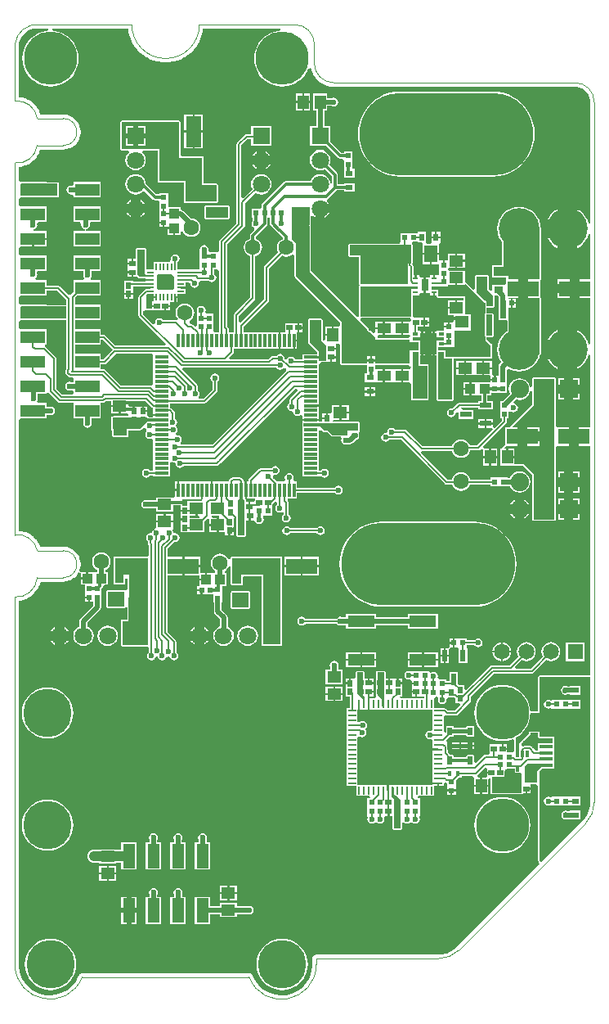
<source format=gtl>
G04 Layer_Physical_Order=1*
G04 Layer_Color=255*
%FSLAX44Y44*%
%MOMM*%
G71*
G01*
G75*
%ADD10R,0.8000X0.6000*%
%ADD11R,0.6000X0.5900*%
%ADD12R,0.5900X0.6000*%
%ADD13R,0.3000X0.6600*%
%ADD14R,3.2200X1.6300*%
%ADD15R,1.0500X1.0200*%
%ADD16R,1.4700X1.1500*%
%ADD17R,0.6400X0.6300*%
%ADD18R,1.3500X1.8200*%
%ADD19R,1.4700X1.1100*%
%ADD20R,1.1500X1.4700*%
%ADD21R,1.9000X1.7500*%
%ADD22R,1.8000X1.1500*%
%ADD23R,1.4000X0.4000*%
%ADD24R,1.2600X0.6100*%
%ADD25R,0.5000X0.4000*%
%ADD26R,1.1000X1.6000*%
%ADD27R,0.6000X0.8000*%
%ADD28R,0.6000X0.5000*%
%ADD29R,0.5000X0.6000*%
%ADD30R,0.9800X3.4000*%
%ADD31C,0.7200*%
%ADD32R,0.9720X0.8020*%
%ADD33R,0.6300X0.6400*%
%ADD34R,0.4000X0.6000*%
%ADD35R,0.6000X1.2100*%
G04:AMPARAMS|DCode=36|XSize=0.59mm|YSize=0.6mm|CornerRadius=0.1475mm|HoleSize=0mm|Usage=FLASHONLY|Rotation=90.000|XOffset=0mm|YOffset=0mm|HoleType=Round|Shape=RoundedRectangle|*
%AMROUNDEDRECTD36*
21,1,0.5900,0.3050,0,0,90.0*
21,1,0.2950,0.6000,0,0,90.0*
1,1,0.2950,0.1525,0.1475*
1,1,0.2950,0.1525,-0.1475*
1,1,0.2950,-0.1525,-0.1475*
1,1,0.2950,-0.1525,0.1475*
%
%ADD36ROUNDEDRECTD36*%
%ADD37R,1.4000X1.2000*%
%ADD38R,1.6300X3.2200*%
%ADD39R,1.0200X1.0500*%
%ADD40R,0.9300X0.7900*%
%ADD41R,2.5000X1.3000*%
%ADD42R,2.6000X0.4000*%
%ADD43R,1.7000X2.1500*%
%ADD44R,0.6000X0.3500*%
%ADD45R,0.5000X0.2800*%
%ADD46R,0.7000X1.3000*%
%ADD47R,1.3000X2.5000*%
%ADD48R,2.8000X1.2000*%
%ADD49R,0.5000X0.5000*%
%ADD50R,0.7000X0.2200*%
%ADD51R,0.2200X0.7000*%
%ADD52R,0.3000X1.4500*%
%ADD53R,1.4500X0.3000*%
%ADD54R,1.7000X1.7000*%
%ADD55R,0.8500X0.2800*%
%ADD56R,0.2800X0.8500*%
%ADD57C,0.5000*%
%ADD58C,0.2000*%
%ADD59C,0.3000*%
%ADD60C,1.0000*%
%ADD61C,0.1000*%
%ADD62O,1.9000X1.0500*%
%ADD63R,1.9000X1.9000*%
%ADD64C,1.9000*%
%ADD65R,1.6500X1.6500*%
%ADD66C,1.6500*%
%ADD67C,5.5000*%
%ADD68C,5.0000*%
%ADD69O,18.0000X8.5000*%
%ADD70C,4.2000*%
%ADD71R,1.8000X1.8000*%
%ADD72C,1.8000*%
%ADD73R,1.8000X1.8000*%
%ADD74C,0.6000*%
%ADD75C,1.6000*%
G36*
X410000Y761000D02*
Y760750D01*
X406750D01*
Y754948D01*
X407000Y754344D01*
Y753350D01*
X407000D01*
Y740350D01*
X406750D01*
Y740000D01*
X358000D01*
Y760000D01*
Y769000D01*
X347000D01*
Y780000D01*
X410000D01*
Y761000D01*
D02*
G37*
G36*
X210000Y755000D02*
X211451Y753675D01*
Y690000D01*
X207086D01*
X205500Y691000D01*
Y698100D01*
X205500Y699900D01*
X205500Y701900D01*
Y709000D01*
X198479D01*
X197487Y710396D01*
X197290Y711000D01*
X197588Y712500D01*
X197239Y714256D01*
X196244Y715744D01*
X194756Y716739D01*
X193000Y717088D01*
X191244Y716739D01*
X189756Y715744D01*
X188761Y714256D01*
X188412Y712500D01*
X188710Y711000D01*
X188500Y709000D01*
X188500D01*
Y701900D01*
X188500Y700100D01*
X188500Y698100D01*
Y696218D01*
X186652Y695452D01*
X184302Y697802D01*
X183475Y698355D01*
X182500Y698549D01*
X181472D01*
X180635Y699544D01*
X180718Y700699D01*
X181073Y701918D01*
X182775Y703225D01*
X184298Y705209D01*
X185256Y707520D01*
X185582Y710000D01*
X185256Y712480D01*
X184298Y714791D01*
X182775Y716776D01*
X180791Y718298D01*
X178480Y719256D01*
X176000Y719582D01*
X173520Y719256D01*
X171209Y718298D01*
X169225Y716776D01*
X167702Y714791D01*
X166744Y712480D01*
X166418Y710000D01*
X166744Y707520D01*
X167702Y705209D01*
X168647Y703978D01*
X167671Y702626D01*
X167352Y702380D01*
X166500Y702549D01*
X153209D01*
X152744Y703244D01*
X151256Y704239D01*
X149500Y704588D01*
X147744Y704239D01*
X146256Y703244D01*
X145261Y701756D01*
X144912Y700000D01*
X145047Y699321D01*
X143204Y698336D01*
X132999Y708541D01*
Y712099D01*
X134852Y712852D01*
X136000Y712376D01*
X142100D01*
Y712350D01*
X154700D01*
Y717000D01*
X155700D01*
Y718000D01*
X160400D01*
Y721200D01*
X165000D01*
Y726200D01*
X166000D01*
Y727200D01*
X168600D01*
Y729400D01*
X176800D01*
Y735000D01*
X171800D01*
Y737000D01*
X176800D01*
Y741451D01*
X179562D01*
X181412Y740500D01*
X181761Y738744D01*
X182756Y737256D01*
X184244Y736261D01*
X186000Y735912D01*
X187756Y736261D01*
X189244Y737256D01*
X190239Y738744D01*
X190588Y740500D01*
X190399Y741451D01*
X191500Y743194D01*
X191846Y743451D01*
X200391D01*
X200756Y742906D01*
X202244Y741911D01*
X204000Y741562D01*
X205756Y741911D01*
X207244Y742906D01*
X208239Y744394D01*
X208588Y746150D01*
X208239Y747906D01*
X207244Y749394D01*
X206549Y749859D01*
Y755000D01*
X210000D01*
D02*
G37*
G36*
X134000Y750500D02*
X135500Y749000D01*
X143500D01*
Y747000D01*
X129000D01*
X127000Y749000D01*
Y775500D01*
X134000D01*
Y750500D01*
D02*
G37*
G36*
X595922Y203426D02*
Y202153D01*
X595672Y199618D01*
X595175Y197120D01*
X594436Y194683D01*
X593461Y192330D01*
X592261Y190083D01*
X590846Y187966D01*
X589230Y185997D01*
X588330Y185097D01*
X588330Y185097D01*
X588329Y185097D01*
X545348Y142115D01*
X543500Y142880D01*
X543500Y236254D01*
X545622Y238376D01*
X556950D01*
X557248Y238500D01*
X558700D01*
Y245000D01*
Y251500D01*
Y258000D01*
Y264500D01*
Y271500D01*
X543500D01*
Y277000D01*
X532500Y277000D01*
X532500Y275000D01*
X522500Y265000D01*
X522500Y250199D01*
X519220D01*
X519000Y250419D01*
X519000Y270720D01*
X521848Y272466D01*
X525320Y275431D01*
X528284Y278902D01*
X530669Y282794D01*
X532416Y287011D01*
X533481Y291449D01*
X533840Y296000D01*
X543500D01*
X543500Y333000D01*
X595922D01*
Y203426D01*
D02*
G37*
G36*
X474000Y273000D02*
X469000D01*
Y275000D01*
X453000D01*
Y273000D01*
X448000D01*
Y281000D01*
X453000D01*
Y279000D01*
X469000D01*
Y281000D01*
X474000D01*
Y273000D01*
D02*
G37*
G36*
X164750Y746950D02*
Y735550D01*
Y735252D01*
X164522Y734700D01*
X164100Y734278D01*
X163548Y734050D01*
X148452D01*
X147900Y734278D01*
X147478Y734700D01*
X147250Y735252D01*
Y735550D01*
Y748450D01*
Y748748D01*
X147478Y749300D01*
X147900Y749722D01*
X148452Y749950D01*
X161750D01*
X164750Y746950D01*
D02*
G37*
G36*
X143000Y667000D02*
Y656000D01*
Y646000D01*
Y635775D01*
X142349Y635246D01*
X141000Y634530D01*
X140400Y634649D01*
X109956D01*
X98302Y646302D01*
X98302Y646302D01*
X93802Y650802D01*
X92976Y651355D01*
X92000Y651549D01*
X88750D01*
Y656951D01*
X92500D01*
X93476Y657145D01*
X94302Y657698D01*
X104406Y667801D01*
X141332D01*
X143000Y667000D01*
D02*
G37*
G36*
X556950Y244000D02*
Y240000D01*
X544950D01*
X540950Y236000D01*
Y224000D01*
X528000D01*
X528000Y241395D01*
X530605Y244000D01*
X556950Y244000D01*
D02*
G37*
G36*
X517700Y238250D02*
Y233950D01*
X523700D01*
X524950Y232468D01*
Y213500D01*
X494200Y213500D01*
X494200Y229850D01*
X507100D01*
Y236333D01*
X507104Y236369D01*
X509100Y238250D01*
X517700Y238250D01*
D02*
G37*
G36*
X417750Y660750D02*
X417750Y654750D01*
X426500Y654750D01*
X426500Y621000D01*
X411750Y621000D01*
X411750Y669750D01*
X417750D01*
Y660750D01*
D02*
G37*
G36*
X288749Y769995D02*
X289376Y769526D01*
X289376Y748000D01*
X289852Y746852D01*
X336876Y699827D01*
Y697528D01*
X334876Y695850D01*
X329850D01*
Y687000D01*
X328850D01*
Y686000D01*
X321600D01*
Y682102D01*
X319634Y681226D01*
X318624Y682029D01*
X318624Y702500D01*
X318148Y703648D01*
X317000Y704124D01*
X305000D01*
X303852Y703648D01*
X303376Y702500D01*
X303376Y680000D01*
X303852Y678852D01*
X303900Y678804D01*
Y678150D01*
X304554D01*
X312876Y669827D01*
Y667000D01*
X297500D01*
Y661549D01*
X290280D01*
X290239Y661756D01*
X289244Y663244D01*
X287756Y664239D01*
X286000Y664588D01*
X284244Y664239D01*
X282756Y663244D01*
X282411Y662729D01*
X280171Y662253D01*
X279213Y662914D01*
X279082Y663029D01*
X278739Y664756D01*
X277744Y666244D01*
X276256Y667239D01*
X274500Y667588D01*
X272744Y667239D01*
X271256Y666244D01*
X270791Y665549D01*
X266950D01*
X265975Y665355D01*
X265148Y664802D01*
X261894Y661549D01*
X222267D01*
X221502Y663397D01*
X225802Y667698D01*
X226355Y668525D01*
X226549Y669500D01*
Y672500D01*
X273000D01*
Y681250D01*
Y690000D01*
X236549D01*
Y695444D01*
X262302Y721198D01*
X262855Y722025D01*
X263049Y723000D01*
Y755944D01*
X276278Y769173D01*
X278520Y768244D01*
X281000Y767918D01*
X283480Y768244D01*
X285791Y769202D01*
X287376Y770418D01*
X288749Y769995D01*
D02*
G37*
G36*
X541876Y271500D02*
X542352Y270352D01*
X543500Y269876D01*
X557076D01*
Y265000D01*
X541700D01*
Y257549D01*
X538806D01*
X535302Y261052D01*
X534476Y261605D01*
X533500Y261799D01*
X526950D01*
X526215Y261653D01*
X524529Y262792D01*
X524397Y264601D01*
X533648Y273852D01*
X533879Y274409D01*
X534123Y275000D01*
X534123Y275376D01*
X541876Y275376D01*
Y271500D01*
D02*
G37*
G36*
X474000Y243000D02*
X469000D01*
Y245000D01*
X453000D01*
Y243000D01*
X448000D01*
Y251000D01*
X453000D01*
Y249000D01*
X469000D01*
Y251000D01*
X474000D01*
Y243000D01*
D02*
G37*
G36*
X263891Y802565D02*
X263891Y802565D01*
X264124Y801394D01*
X264787Y800402D01*
X271352Y793837D01*
X271352Y793837D01*
X272344Y793174D01*
X272539Y793135D01*
X277311Y788363D01*
X276996Y786124D01*
X276209Y785798D01*
X274224Y784275D01*
X272702Y782291D01*
X271744Y779980D01*
X271418Y777500D01*
X271744Y775020D01*
X272673Y772778D01*
X258698Y758802D01*
X258145Y757975D01*
X257951Y757000D01*
Y724056D01*
X233549Y699654D01*
X231549Y700482D01*
Y706444D01*
X248302Y723198D01*
X248855Y724025D01*
X249049Y725000D01*
Y768273D01*
X251291Y769202D01*
X253275Y770724D01*
X254798Y772709D01*
X255755Y775020D01*
X256082Y777500D01*
X255755Y779980D01*
X254798Y782291D01*
X253275Y784275D01*
X251291Y785798D01*
X249559Y786516D01*
Y788733D01*
X260713Y799887D01*
X261376Y800880D01*
X261609Y802050D01*
Y808500D01*
X263891D01*
Y802565D01*
D02*
G37*
G36*
X408817Y704626D02*
X409709Y704626D01*
X410210Y702901D01*
X409185Y701050D01*
X408350D01*
X402000D01*
Y694000D01*
Y686950D01*
X408789Y686950D01*
X409149Y685954D01*
X409045Y685663D01*
X407765Y684124D01*
X376371D01*
X375792Y684957D01*
X376843Y686950D01*
X381000D01*
Y693000D01*
X373150D01*
Y689609D01*
X371302Y688844D01*
X369446Y690699D01*
X369009Y690881D01*
X368615Y691144D01*
X367878Y691291D01*
X366926Y691926D01*
X366291Y692878D01*
X366144Y693615D01*
X365881Y694009D01*
X365700Y694446D01*
X357367Y702779D01*
X357670Y703663D01*
X358348Y704626D01*
X408817D01*
D02*
G37*
G36*
X53451Y716500D02*
Y704000D01*
X6500Y704000D01*
Y716500D01*
X53451Y716500D01*
D02*
G37*
G36*
X101398Y672048D02*
X101402Y672006D01*
X91444Y662049D01*
X88750D01*
Y667500D01*
X62049D01*
Y676900D01*
X88750D01*
Y682451D01*
X90994D01*
X101398Y672048D01*
D02*
G37*
G36*
X317000Y681000D02*
X322000Y676000D01*
Y660500D01*
X315500Y660550D01*
X315000Y661050D01*
Y663000D01*
X306250D01*
Y665000D01*
X315000D01*
Y667000D01*
X314500D01*
Y667500D01*
Y670500D01*
X305000Y680000D01*
X305000Y702500D01*
X317000D01*
X317000Y681000D01*
D02*
G37*
G36*
X305000Y800943D02*
X304912Y800500D01*
X305000Y800057D01*
X305000Y752850D01*
X364551Y693298D01*
X364761Y692244D01*
X365756Y690756D01*
X367244Y689761D01*
X368298Y689551D01*
X373000Y684850D01*
X373000Y682500D01*
X408500D01*
Y679750D01*
X417750D01*
Y671374D01*
X411750D01*
X411452Y671250D01*
X408750D01*
Y657250D01*
X373500D01*
Y659550D01*
X369000D01*
X364500D01*
Y657250D01*
X338500D01*
X338500Y700500D01*
X291000Y748000D01*
X291000Y781500D01*
X286500Y786000D01*
X286500Y819293D01*
X287000Y819500D01*
X305000D01*
X305000Y800943D01*
D02*
G37*
G36*
X417500Y734500D02*
X410750D01*
Y706250D01*
X358000D01*
Y737500D01*
X417500D01*
Y734500D01*
D02*
G37*
G36*
X53451Y702376D02*
Y652355D01*
X53348Y652252D01*
X52795Y651425D01*
X52601Y650450D01*
Y647550D01*
X52795Y646575D01*
X53348Y645748D01*
X55398Y643698D01*
X56225Y643145D01*
X57200Y642951D01*
X59103D01*
X60750Y642100D01*
X60750Y640951D01*
Y638078D01*
X58496D01*
X58256Y638239D01*
X56500Y638588D01*
X54744Y638239D01*
X53256Y637244D01*
X52261Y635756D01*
X51912Y634000D01*
X52261Y632244D01*
X53256Y630756D01*
X54744Y629761D01*
X56500Y629412D01*
X58256Y629761D01*
X58496Y629922D01*
X59336D01*
X60750Y628507D01*
X60750Y626100D01*
X58978Y625549D01*
X49005D01*
X43049Y631506D01*
Y662500D01*
X42855Y663475D01*
X42302Y664302D01*
X32302Y674302D01*
X31476Y674855D01*
X31249Y674900D01*
X31446Y676900D01*
X32750D01*
Y692900D01*
X6078D01*
X4750Y692900D01*
X4078Y694622D01*
Y700578D01*
X6078Y702300D01*
X32750D01*
Y702376D01*
X53451Y702376D01*
D02*
G37*
G36*
X382500Y302500D02*
X380000D01*
Y310000D01*
X379500Y310500D01*
X379150Y310850D01*
Y311250D01*
X378750D01*
X375500Y314500D01*
Y338000D01*
X382500D01*
Y302500D01*
D02*
G37*
G36*
X360500Y314500D02*
X362500Y312500D01*
X362500Y302500D01*
X360000D01*
X360000Y310500D01*
X354500Y316000D01*
X354500Y338000D01*
X360500Y338000D01*
X360500Y314500D01*
D02*
G37*
G36*
X143400Y727200D02*
X146000D01*
Y725200D01*
X143400D01*
Y721650D01*
X142100D01*
Y718000D01*
X146800D01*
Y716000D01*
X142100D01*
Y714000D01*
X136000D01*
Y728395D01*
X137005Y729400D01*
X143400D01*
Y727200D01*
D02*
G37*
G36*
X437019Y312679D02*
X438101Y311068D01*
X438101Y310950D01*
X437912Y310000D01*
X438261Y308244D01*
X439256Y306756D01*
X440744Y305761D01*
X442500Y305412D01*
X444256Y305761D01*
X445744Y306756D01*
X446739Y308244D01*
X447088Y310000D01*
X447038Y310250D01*
X448631Y312250D01*
X455210D01*
X456262Y311198D01*
X456350Y311139D01*
Y306350D01*
X460632D01*
X461398Y304502D01*
X455444Y298549D01*
X448278D01*
X446774Y300052D01*
X445947Y300605D01*
X444972Y300799D01*
X444250D01*
Y301150D01*
X434150D01*
Y311250D01*
X434150D01*
X434719Y312585D01*
X436722Y312900D01*
X437019Y312679D01*
D02*
G37*
G36*
X53451Y723444D02*
Y718123D01*
X32750Y718123D01*
Y718300D01*
X6078D01*
X4750Y718300D01*
X4078Y720022D01*
Y725978D01*
X6078Y727700D01*
X32750D01*
Y733151D01*
X43744D01*
X53451Y723444D01*
D02*
G37*
G36*
X44000Y843500D02*
Y831000D01*
X6500Y831000D01*
Y843500D01*
X44000Y843500D01*
D02*
G37*
G36*
X392500Y212500D02*
X393350Y211650D01*
Y210250D01*
X394750D01*
X399000Y206000D01*
X399000Y176500D01*
X392500D01*
X392500Y207500D01*
X390000Y210000D01*
X390000Y219000D01*
X392500D01*
X392500Y212500D01*
D02*
G37*
G36*
X141848Y612198D02*
X142675Y611645D01*
X143000Y611581D01*
Y605000D01*
X151750D01*
Y603000D01*
X143000D01*
Y602124D01*
X138673D01*
X138148Y602648D01*
X137150Y603061D01*
Y607450D01*
X132500D01*
Y608450D01*
X131500D01*
Y613150D01*
X127850D01*
Y613150D01*
X127650D01*
Y613150D01*
X124000D01*
Y608450D01*
X122000D01*
Y613150D01*
X118350D01*
X117350Y614736D01*
Y619051D01*
X134995D01*
X141848Y612198D01*
D02*
G37*
G36*
X138000Y600500D02*
X159000D01*
Y597550D01*
X139193Y597550D01*
X139000Y597588D01*
X138807Y597550D01*
X137050Y597550D01*
X129500Y590000D01*
X116000Y590000D01*
Y582950D01*
X102500D01*
Y590000D01*
X102500Y601500D01*
X137000Y601500D01*
X138000Y600500D01*
D02*
G37*
G36*
X24550Y1003947D02*
X24777Y1003966D01*
X25000Y1003922D01*
X34538D01*
X34617Y1001922D01*
X32199Y1001731D01*
X27761Y1000666D01*
X23544Y998919D01*
X19651Y996534D01*
X16180Y993569D01*
X13216Y990098D01*
X10831Y986206D01*
X9084Y981989D01*
X8019Y977551D01*
X7660Y973000D01*
X8019Y968449D01*
X9084Y964011D01*
X10831Y959794D01*
X13216Y955901D01*
X16180Y952430D01*
X19651Y949466D01*
X23544Y947081D01*
X27761Y945334D01*
X32199Y944268D01*
X36750Y943910D01*
X41301Y944268D01*
X45739Y945334D01*
X49956Y947081D01*
X53849Y949466D01*
X57319Y952430D01*
X60284Y955901D01*
X62669Y959794D01*
X64416Y964011D01*
X65482Y968449D01*
X65840Y973000D01*
X65482Y977551D01*
X64416Y981989D01*
X62669Y986206D01*
X60284Y990098D01*
X57319Y993569D01*
X53849Y996534D01*
X49956Y998919D01*
X45739Y1000666D01*
X41301Y1001731D01*
X38883Y1001922D01*
X38962Y1003922D01*
X117197D01*
X117629Y1000639D01*
X117716Y1000385D01*
X117733Y1000116D01*
X118918Y995694D01*
X119037Y995453D01*
X119090Y995189D01*
X120842Y990959D01*
X120991Y990735D01*
X121078Y990481D01*
X123367Y986516D01*
X123544Y986314D01*
X123663Y986072D01*
X126450Y982440D01*
X126652Y982263D01*
X126802Y982039D01*
X130039Y978802D01*
X130263Y978652D01*
X130440Y978450D01*
X134072Y975663D01*
X134314Y975544D01*
X134516Y975367D01*
X138481Y973078D01*
X138736Y972991D01*
X138959Y972842D01*
X143189Y971090D01*
X143453Y971037D01*
X143694Y970918D01*
X148116Y969733D01*
X148385Y969716D01*
X148639Y969629D01*
X153179Y969032D01*
X153380Y969045D01*
X153577Y968999D01*
X155867Y968924D01*
X156000Y968946D01*
X156133Y968924D01*
X158422Y968999D01*
X158620Y969045D01*
X158821Y969032D01*
X163361Y969629D01*
X163615Y969716D01*
X163884Y969733D01*
X168306Y970918D01*
X168547Y971037D01*
X168811Y971090D01*
X173041Y972842D01*
X173265Y972991D01*
X173519Y973078D01*
X177484Y975367D01*
X177686Y975544D01*
X177928Y975663D01*
X181560Y978450D01*
X181737Y978652D01*
X181961Y978802D01*
X185198Y982039D01*
X185348Y982263D01*
X185550Y982440D01*
X188337Y986072D01*
X188456Y986314D01*
X188633Y986516D01*
X190922Y990481D01*
X191009Y990735D01*
X191158Y990959D01*
X192910Y995189D01*
X192963Y995453D01*
X193082Y995694D01*
X194267Y1000116D01*
X194284Y1000385D01*
X194371Y1000639D01*
X194803Y1003922D01*
X274538D01*
X274617Y1001922D01*
X272199Y1001731D01*
X267761Y1000666D01*
X263544Y998919D01*
X259652Y996534D01*
X256180Y993569D01*
X253216Y990098D01*
X250831Y986206D01*
X249084Y981989D01*
X248018Y977551D01*
X247660Y973000D01*
X248018Y968449D01*
X249084Y964011D01*
X250831Y959794D01*
X253216Y955901D01*
X256180Y952430D01*
X259652Y949466D01*
X263544Y947081D01*
X267761Y945334D01*
X272199Y944268D01*
X276750Y943910D01*
X281301Y944268D01*
X285739Y945334D01*
X289956Y947081D01*
X293848Y949466D01*
X297320Y952430D01*
X300284Y955901D01*
X302669Y959794D01*
X303650Y962163D01*
X306187Y963177D01*
X306538Y963024D01*
X306861Y961399D01*
X307015Y961028D01*
X307093Y960634D01*
X308594Y957011D01*
X308817Y956677D01*
X308971Y956306D01*
X311149Y953046D01*
X311433Y952762D01*
X311656Y952428D01*
X314428Y949656D01*
X314762Y949433D01*
X315046Y949149D01*
X318306Y946971D01*
X318677Y946817D01*
X319011Y946594D01*
X322634Y945093D01*
X323027Y945015D01*
X323399Y944861D01*
X327244Y944096D01*
X327546D01*
X327840Y944023D01*
X329800Y943927D01*
X329900Y943942D01*
X330000Y943922D01*
X580000D01*
X581568Y943922D01*
X584644Y943310D01*
X587542Y942110D01*
X590149Y940367D01*
X592367Y938150D01*
X594110Y935542D01*
X595310Y932644D01*
X595922Y929568D01*
X595922Y928000D01*
Y802540D01*
X593922Y802244D01*
X592888Y805652D01*
X590799Y809561D01*
X587987Y812987D01*
X584561Y815799D01*
X582000Y817167D01*
Y797000D01*
Y776833D01*
X584561Y778201D01*
X587987Y781013D01*
X590799Y784439D01*
X592888Y788348D01*
X593922Y791756D01*
X595922Y791460D01*
Y744650D01*
X584500D01*
Y735000D01*
Y725350D01*
X595922D01*
Y677540D01*
X593922Y677244D01*
X592888Y680652D01*
X590799Y684561D01*
X587987Y687987D01*
X584561Y690799D01*
X582000Y692167D01*
Y672000D01*
Y651833D01*
X584561Y653201D01*
X587987Y656013D01*
X590799Y659439D01*
X592888Y663348D01*
X593922Y666756D01*
X595922Y666460D01*
Y591650D01*
X583500D01*
Y582000D01*
Y572350D01*
X595922D01*
Y334624D01*
X543500D01*
X542352Y334148D01*
X541876Y333000D01*
X541876Y297624D01*
X533840D01*
X533705Y297706D01*
X533481Y300551D01*
X532416Y304989D01*
X530669Y309206D01*
X528284Y313099D01*
X525320Y316569D01*
X521848Y319534D01*
X517956Y321919D01*
X513739Y323666D01*
X509301Y324731D01*
X504750Y325090D01*
X500199Y324731D01*
X495761Y323666D01*
X491544Y321919D01*
X487651Y319534D01*
X484180Y316569D01*
X481216Y313099D01*
X478831Y309206D01*
X477084Y304989D01*
X476018Y300551D01*
X475660Y296000D01*
X476018Y291449D01*
X477084Y287011D01*
X478831Y282794D01*
X481216Y278902D01*
X484180Y275431D01*
X487651Y272466D01*
X491544Y270081D01*
X495761Y268334D01*
X500199Y267269D01*
X504750Y266910D01*
X509301Y267269D01*
X513739Y268334D01*
X515713Y269152D01*
X517376Y268041D01*
X517376Y256763D01*
X516200Y255250D01*
X509700D01*
Y258000D01*
X505000D01*
Y259000D01*
X504000D01*
Y263650D01*
X491400D01*
Y254350D01*
X489835Y253299D01*
X487750D01*
X486775Y253105D01*
X485948Y252552D01*
X477624Y244228D01*
X475624Y245057D01*
Y251000D01*
X475148Y252148D01*
X474000Y252624D01*
X469000D01*
X467852Y252148D01*
X467376Y251000D01*
Y250624D01*
X454624D01*
Y251000D01*
X454148Y252148D01*
X453000Y252624D01*
X451231D01*
X448049Y255806D01*
Y258000D01*
X448000D01*
Y265500D01*
X447433D01*
X446605Y267500D01*
X450481Y271376D01*
X453000D01*
X454148Y271852D01*
X454624Y273000D01*
Y273376D01*
X467376D01*
Y273000D01*
X467852Y271852D01*
X469000Y271376D01*
X474000D01*
X475148Y271852D01*
X475624Y273000D01*
Y281000D01*
X475148Y282148D01*
X474000Y282624D01*
X469000D01*
X467852Y282148D01*
X467376Y281000D01*
Y280624D01*
X454624D01*
Y281000D01*
X454148Y282148D01*
X453000Y282624D01*
X448000D01*
X446852Y282148D01*
X446376Y281000D01*
Y276252D01*
X446250Y276168D01*
X444250Y277236D01*
Y292622D01*
X446246Y293645D01*
X447222Y293451D01*
X456500D01*
X457476Y293645D01*
X458302Y294198D01*
X471802Y307698D01*
X472355Y308525D01*
X472549Y309500D01*
Y313059D01*
X496441Y336951D01*
X535500D01*
X536475Y337145D01*
X537302Y337698D01*
X550411Y350806D01*
X552355Y350001D01*
X554900Y349666D01*
X557445Y350001D01*
X559817Y350983D01*
X561854Y352546D01*
X563417Y354583D01*
X564399Y356955D01*
X564734Y359500D01*
X564399Y362045D01*
X563417Y364417D01*
X561854Y366454D01*
X559817Y368017D01*
X557445Y368999D01*
X554900Y369334D01*
X552355Y368999D01*
X549983Y368017D01*
X547946Y366454D01*
X546383Y364417D01*
X545401Y362045D01*
X545066Y359500D01*
X545401Y356955D01*
X546383Y354583D01*
X546642Y354246D01*
X534444Y342049D01*
X518917D01*
X518152Y343897D01*
X525046Y350792D01*
X526955Y350001D01*
X529500Y349666D01*
X532045Y350001D01*
X534417Y350983D01*
X536454Y352546D01*
X538017Y354583D01*
X538999Y356955D01*
X539334Y359500D01*
X538999Y362045D01*
X538017Y364417D01*
X536454Y366454D01*
X534417Y368017D01*
X532045Y368999D01*
X529500Y369334D01*
X526955Y368999D01*
X524583Y368017D01*
X522546Y366454D01*
X520983Y364417D01*
X520001Y362045D01*
X519666Y359500D01*
X520001Y356955D01*
X520983Y354583D01*
X521263Y354218D01*
X512594Y345549D01*
X493936D01*
X492960Y345355D01*
X492133Y344802D01*
X467498Y320167D01*
X465650Y320932D01*
Y324650D01*
X460455D01*
X459000Y326105D01*
Y338000D01*
X450000D01*
Y329049D01*
X447000D01*
Y331000D01*
X439263D01*
X438873Y331309D01*
X437844Y332840D01*
X437839Y333000D01*
X438038Y334000D01*
X437689Y335756D01*
X436694Y337244D01*
X435206Y338239D01*
X433450Y338588D01*
X431694Y338239D01*
X431000Y337775D01*
X429000Y338766D01*
Y339500D01*
X420100D01*
Y339500D01*
X419900D01*
Y339500D01*
X411000D01*
X411000Y339500D01*
X409000Y339389D01*
X408000Y339588D01*
X406244Y339239D01*
X404756Y338244D01*
X403761Y336756D01*
X403412Y335000D01*
X403761Y333244D01*
X404756Y331756D01*
X406244Y330761D01*
X408000Y330412D01*
X409000Y330611D01*
X409072Y330607D01*
X410706Y329558D01*
X411000Y329187D01*
Y327500D01*
X415450D01*
Y325500D01*
X411000D01*
Y322650D01*
X410850D01*
Y319000D01*
X415550D01*
Y318000D01*
X416550D01*
Y313350D01*
X423701D01*
Y311250D01*
X399765D01*
X398696Y313250D01*
X398763Y313350D01*
X401150D01*
Y322250D01*
Y325950D01*
X396500D01*
Y326950D01*
X395500D01*
Y331650D01*
X391850D01*
Y331650D01*
X388450D01*
Y327000D01*
X386450D01*
Y331650D01*
X384124D01*
Y338000D01*
X383648Y339148D01*
X382500Y339624D01*
X375500D01*
X374352Y339148D01*
X373876Y338000D01*
Y331650D01*
X373850D01*
Y322350D01*
Y313350D01*
X373850D01*
X373852Y313246D01*
X371912Y311250D01*
X367099D01*
X366572Y311926D01*
X366568Y311937D01*
X367662Y313350D01*
X371100D01*
Y317000D01*
X366400D01*
Y319000D01*
X371100D01*
Y322350D01*
X371150D01*
Y326000D01*
X366450D01*
Y327000D01*
X365450D01*
Y331650D01*
X362124D01*
X362123Y338000D01*
X361648Y339148D01*
X360500Y339624D01*
X354500Y339624D01*
X353352Y339148D01*
X352876Y338000D01*
X352876Y333142D01*
X350876Y331650D01*
X348000D01*
Y326950D01*
X347000D01*
Y325950D01*
X342350D01*
Y322250D01*
Y313350D01*
X346451D01*
Y301150D01*
X343250D01*
Y290350D01*
Y280350D01*
Y270350D01*
Y260350D01*
Y250350D01*
Y240350D01*
Y230350D01*
Y220350D01*
X353350D01*
Y210250D01*
X366862D01*
X367931Y208250D01*
X367764Y208000D01*
X365000D01*
Y199100D01*
X365000D01*
Y198900D01*
X365000D01*
Y190000D01*
X365000D01*
X365424Y188000D01*
X365261Y187756D01*
X364912Y186000D01*
X365261Y184244D01*
X366256Y182756D01*
X367744Y181761D01*
X369500Y181412D01*
X371256Y181761D01*
X372598Y182658D01*
X372744Y182756D01*
X374756Y182756D01*
X374902Y182658D01*
X376244Y181761D01*
X378000Y181412D01*
X379756Y181761D01*
X381244Y182756D01*
X382239Y184244D01*
X382588Y186000D01*
X382239Y187756D01*
X382155Y187881D01*
X383278Y189800D01*
X386050D01*
Y194450D01*
X388050D01*
Y189800D01*
X390876D01*
X390877Y176500D01*
X391352Y175352D01*
X392500Y174876D01*
X399000D01*
X400148Y175352D01*
X400624Y176500D01*
X400624Y182347D01*
X402624Y182953D01*
X402756Y182756D01*
X404244Y181761D01*
X406000Y181412D01*
X407756Y181761D01*
X409244Y182756D01*
X411506D01*
X412994Y181761D01*
X414750Y181412D01*
X416506Y181761D01*
X417994Y182756D01*
X418989Y184244D01*
X419338Y186000D01*
X418989Y187756D01*
X418826Y188000D01*
X419250Y190000D01*
X419250Y190000D01*
Y197100D01*
X419250Y198900D01*
X419250Y200900D01*
Y208000D01*
X416916D01*
X416749Y208250D01*
X417818Y210250D01*
X434150D01*
Y220350D01*
X437500D01*
Y222250D01*
X432750D01*
Y221750D01*
X387250D01*
Y216000D01*
X385250D01*
Y221750D01*
X354750D01*
Y230350D01*
Y240350D01*
Y250350D01*
Y260350D01*
Y271040D01*
X355079Y271305D01*
X356750Y271925D01*
X357744Y271261D01*
X359500Y270912D01*
X361256Y271261D01*
X362744Y272256D01*
X363739Y273744D01*
X364088Y275500D01*
X363739Y277256D01*
X362744Y278744D01*
X363595Y280581D01*
X364239Y281544D01*
X364588Y283300D01*
X364239Y285056D01*
X363244Y286544D01*
X361756Y287539D01*
X360000Y287888D01*
X358244Y287539D01*
X356756Y286544D01*
X356750Y286536D01*
X354750Y287143D01*
Y299750D01*
X355250D01*
Y305500D01*
X357250D01*
Y299750D01*
X365250D01*
Y305500D01*
X367250D01*
Y299750D01*
X432750D01*
Y290350D01*
Y278896D01*
X432268Y278442D01*
X430750Y277589D01*
X429500Y277838D01*
X427744Y277489D01*
X426256Y276494D01*
X425261Y275006D01*
X424912Y273250D01*
X425261Y271494D01*
X426256Y270006D01*
X427744Y269011D01*
X429500Y268662D01*
X430750Y268911D01*
X432268Y268058D01*
X432750Y267604D01*
Y260350D01*
Y259250D01*
X438500D01*
Y257250D01*
X432750D01*
Y250350D01*
Y240350D01*
Y230350D01*
Y224250D01*
X438500D01*
Y223250D01*
X439500D01*
Y220350D01*
X444250D01*
Y222920D01*
X445951Y224148D01*
X446627Y223943D01*
X447500Y223296D01*
X447500Y220600D01*
X447500Y218600D01*
Y216950D01*
X452000D01*
X456500D01*
Y218600D01*
X456500Y220400D01*
X456500Y222400D01*
Y225945D01*
X459555Y229000D01*
X462500D01*
Y230951D01*
X474160D01*
X475600Y229600D01*
X475600Y228951D01*
Y221750D01*
X481850D01*
Y229600D01*
X479463D01*
X478856Y231600D01*
X479002Y231698D01*
X487044Y239740D01*
X488800Y238667D01*
Y235500D01*
X493500D01*
Y233500D01*
X488800D01*
Y231600D01*
X488800Y229850D01*
X486904Y229600D01*
X483850D01*
Y221750D01*
X490100D01*
Y227478D01*
X490889Y228081D01*
X492100Y228435D01*
X492576Y228051D01*
X492576Y213600D01*
X492576Y213500D01*
X492577Y213498D01*
X493052Y212352D01*
X493127Y212283D01*
X493300Y211900D01*
X493542Y211900D01*
X494200Y211876D01*
X495407Y211876D01*
X524950Y211876D01*
X526098Y212352D01*
X526408Y213100D01*
X528650D01*
Y217750D01*
X529650D01*
Y218750D01*
X534350D01*
Y222376D01*
X539876D01*
X541876Y220760D01*
X541876Y142880D01*
X542000Y142582D01*
Y142259D01*
X542228Y142031D01*
X542352Y141732D01*
X542994Y139761D01*
X456903Y53671D01*
X456903Y53670D01*
X456003Y52770D01*
X454034Y51154D01*
X451917Y49739D01*
X449670Y48539D01*
X447318Y47564D01*
X444880Y46825D01*
X442382Y46328D01*
X439847Y46078D01*
X312000D01*
X310439Y45768D01*
X309116Y44884D01*
X308232Y43561D01*
X307922Y42000D01*
X307922Y36000D01*
X307922Y35999D01*
X307922Y35999D01*
X307922Y33782D01*
X307310Y29391D01*
X306096Y25126D01*
X304305Y21070D01*
X301971Y17300D01*
X299138Y13888D01*
X295861Y10901D01*
X292203Y8396D01*
X288233Y6420D01*
X284029Y5011D01*
X279670Y4197D01*
X275241Y3993D01*
X270826Y4403D01*
X266510Y5419D01*
X262375Y7022D01*
X258502Y9180D01*
X254965Y11853D01*
X251830Y14990D01*
X249159Y18529D01*
X247003Y22403D01*
X246204Y24470D01*
X246178Y24512D01*
X246168Y24561D01*
X245752Y25183D01*
X245352Y25814D01*
X245311Y25842D01*
X245284Y25884D01*
X244662Y26299D01*
X244050Y26730D01*
X244002Y26740D01*
X243961Y26768D01*
X243227Y26914D01*
X242497Y27077D01*
X242448Y27069D01*
X242400Y27078D01*
X69600Y27078D01*
X69559Y27070D01*
X69517Y27077D01*
X68779Y26915D01*
X68039Y26768D01*
X68004Y26744D01*
X67963Y26735D01*
X67344Y26303D01*
X66716Y25884D01*
X66693Y25849D01*
X66658Y25824D01*
X66252Y25188D01*
X65832Y24561D01*
X65824Y24519D01*
X65801Y24483D01*
X64996Y22422D01*
X62832Y18559D01*
X60157Y15032D01*
X57021Y11908D01*
X53484Y9245D01*
X49613Y7096D01*
X45483Y5501D01*
X41173Y4491D01*
X36765Y4084D01*
X32342Y4289D01*
X27991Y5102D01*
X23792Y6507D01*
X19828Y8477D01*
X16173Y10976D01*
X12898Y13954D01*
X10064Y17355D01*
X7727Y21115D01*
X5930Y25161D01*
X4708Y29416D01*
X4084Y33798D01*
X4078Y36001D01*
Y412096D01*
X6821Y412445D01*
X7202Y412573D01*
X7600Y412623D01*
X11607Y413965D01*
X11955Y414164D01*
X12336Y414291D01*
X16004Y416389D01*
X16307Y416652D01*
X16656Y416851D01*
X19844Y419624D01*
X20090Y419941D01*
X20393Y420205D01*
X22979Y423546D01*
X23158Y423905D01*
X23404Y424223D01*
X25289Y428004D01*
X25394Y428392D01*
X25573Y428751D01*
X26437Y431922D01*
X50000D01*
X50133Y431948D01*
X50267Y431931D01*
X52094Y432050D01*
X52482Y432154D01*
X52883Y432180D01*
X56413Y433126D01*
X56891Y433362D01*
X57397Y433534D01*
X60562Y435361D01*
X60963Y435713D01*
X61406Y436009D01*
X63991Y438594D01*
X64287Y439037D01*
X64639Y439438D01*
X65900Y441623D01*
X67796Y441115D01*
X67900Y440547D01*
X67900Y440034D01*
X67900Y440034D01*
X67900Y440000D01*
Y436250D01*
X73650D01*
Y441850D01*
X69663D01*
X68263Y441850D01*
X67580Y442379D01*
X66773Y443383D01*
X66874Y443587D01*
X67819Y447117D01*
X67854Y447649D01*
X67958Y448173D01*
Y451827D01*
X67854Y452351D01*
X67819Y452883D01*
X66874Y456413D01*
X66638Y456892D01*
X66466Y457397D01*
X64639Y460562D01*
X64287Y460963D01*
X63991Y461406D01*
X61406Y463991D01*
X60963Y464287D01*
X60562Y464639D01*
X57397Y466466D01*
X56892Y466637D01*
X56413Y466874D01*
X52883Y467820D01*
X52482Y467846D01*
X52094Y467950D01*
X50267Y468069D01*
X50133Y468052D01*
X50000Y468078D01*
X26088Y468078D01*
X24941Y471000D01*
X24724Y471338D01*
X24578Y471712D01*
X22481Y474981D01*
X22202Y475270D01*
X21985Y475608D01*
X19291Y478406D01*
X18961Y478635D01*
X18683Y478924D01*
X15494Y481142D01*
X15126Y481303D01*
X14796Y481532D01*
X11237Y483086D01*
X10844Y483171D01*
X10476Y483332D01*
X6682Y484161D01*
X6280Y484169D01*
X5888Y484254D01*
X4078Y484288D01*
X4078Y598978D01*
X6078Y600700D01*
X32750D01*
Y604422D01*
X35004D01*
X35244Y604261D01*
X37000Y603912D01*
X38756Y604261D01*
X40244Y605256D01*
X41239Y606744D01*
X41588Y608500D01*
X41239Y610256D01*
X40244Y611744D01*
X38756Y612739D01*
X37000Y613088D01*
X35244Y612739D01*
X35004Y612578D01*
X32750D01*
Y616700D01*
X23427D01*
X23084Y617152D01*
X22541Y618700D01*
X23239Y619744D01*
X23588Y621500D01*
X23239Y623256D01*
X23078Y623496D01*
Y626100D01*
X32750D01*
Y626632D01*
X33069Y626847D01*
X35198Y627198D01*
X44698Y617698D01*
X45525Y617145D01*
X46500Y616951D01*
X58854D01*
X60750Y616700D01*
X60750Y614951D01*
Y600700D01*
X70922D01*
Y597496D01*
X70761Y597256D01*
X70412Y595500D01*
X70761Y593744D01*
X71756Y592256D01*
X73244Y591261D01*
X75000Y590912D01*
X76756Y591261D01*
X78244Y592256D01*
X79239Y593744D01*
X79588Y595500D01*
X79239Y597256D01*
X79078Y597496D01*
Y600700D01*
X88750D01*
X88750Y616700D01*
X90646Y616951D01*
X91450D01*
X92425Y617145D01*
X93252Y617698D01*
X94606Y619051D01*
X99650D01*
Y614350D01*
X108500D01*
Y613350D01*
X109500D01*
Y606100D01*
X116323D01*
X117570Y604191D01*
X117116Y603124D01*
X102500Y603124D01*
X101960Y602900D01*
X99650D01*
Y588400D01*
X100876D01*
Y582950D01*
X101352Y581802D01*
X102500Y581326D01*
X116000D01*
X117148Y581802D01*
X117624Y582950D01*
Y588376D01*
X129500Y588376D01*
X130648Y588852D01*
X132904Y591108D01*
X135205Y590580D01*
X135756Y589756D01*
X136085Y589536D01*
X136256Y587245D01*
X136235Y587213D01*
X135261Y585756D01*
X134912Y584000D01*
X135261Y582244D01*
X136256Y580756D01*
X137744Y579761D01*
X139500Y579412D01*
X141000Y579710D01*
X141604Y579513D01*
X143000Y578521D01*
Y566000D01*
Y556000D01*
Y546549D01*
X139709D01*
X139244Y547244D01*
X137756Y548239D01*
X136000Y548588D01*
X134244Y548239D01*
X132756Y547244D01*
X131761Y545756D01*
X131412Y544000D01*
X131761Y542244D01*
X132756Y540756D01*
X134244Y539761D01*
X136000Y539412D01*
X137756Y539761D01*
X139244Y540756D01*
X139709Y541451D01*
X143000D01*
Y541000D01*
X160500D01*
Y546000D01*
Y555106D01*
X161087Y555526D01*
X162500Y555992D01*
X163594Y555261D01*
X165350Y554912D01*
X165474Y554936D01*
X166411Y553999D01*
X166761Y552243D01*
X167755Y550755D01*
X169244Y549760D01*
X171000Y549411D01*
X172756Y549760D01*
X174244Y550755D01*
X174709Y551450D01*
X208999D01*
X209974Y551644D01*
X210801Y552197D01*
X213302Y554698D01*
X213302Y554698D01*
X290056Y631451D01*
X292018D01*
X292846Y629451D01*
X284697Y621302D01*
X284144Y620475D01*
X283951Y619499D01*
Y616708D01*
X283255Y616243D01*
X282260Y614755D01*
X281911Y612999D01*
X282260Y611243D01*
X283255Y609754D01*
X284744Y608760D01*
X285975Y608515D01*
X287912Y608000D01*
X288261Y606244D01*
X289256Y604756D01*
X290744Y603761D01*
X292500Y603412D01*
X294256Y603761D01*
X295500Y604592D01*
X296543Y604314D01*
X297500Y603783D01*
Y600000D01*
X306250D01*
X315000D01*
Y606000D01*
Y613000D01*
X306250D01*
Y615000D01*
X315000D01*
Y616000D01*
Y626000D01*
Y636000D01*
Y646000D01*
Y657126D01*
X317000Y658915D01*
X321987Y658876D01*
X321994Y658879D01*
X322000Y658876D01*
X322570Y659112D01*
X323139Y659343D01*
X323142Y659349D01*
X323143Y659350D01*
X326450D01*
Y664000D01*
X327450D01*
Y665000D01*
X332150D01*
Y668350D01*
Y672000D01*
X327450D01*
Y674000D01*
X332150D01*
Y677650D01*
X333943Y678150D01*
X336100D01*
X336876Y676472D01*
X336876Y657250D01*
X337352Y656102D01*
X338500Y655626D01*
X364500D01*
Y647500D01*
X362500D01*
Y638500D01*
X373150D01*
Y637950D01*
X381000D01*
Y645000D01*
Y652050D01*
X373500D01*
Y655626D01*
X408126D01*
X409755Y654462D01*
X410126Y654032D01*
Y653935D01*
X409850Y652050D01*
X408126Y652050D01*
X402000D01*
Y645000D01*
Y637950D01*
X408126D01*
X410126Y636064D01*
Y621000D01*
X410602Y619852D01*
X411750Y619376D01*
X426451Y619376D01*
X426500Y619376D01*
X428400Y619500D01*
X428400Y619618D01*
X428400Y619618D01*
Y656500D01*
X419374D01*
X419374Y660750D01*
Y665750D01*
X420750D01*
Y667250D01*
X419500D01*
Y688750D01*
X420750D01*
Y690250D01*
X419250D01*
Y691250D01*
X417299D01*
Y695350D01*
X420750D01*
Y695750D01*
X422950D01*
Y700000D01*
Y704650D01*
X413876D01*
X412374Y706250D01*
Y728100D01*
X418950D01*
Y728708D01*
X419450Y730500D01*
X420950Y730500D01*
X423450D01*
Y738501D01*
Y746500D01*
X419450Y746500D01*
X418950Y748293D01*
Y748900D01*
X415950D01*
Y746000D01*
X413950D01*
Y748900D01*
X412499D01*
Y758050D01*
X412305Y759025D01*
X411752Y759852D01*
X411549Y760056D01*
Y760570D01*
X411624Y760750D01*
Y780000D01*
X411400Y780540D01*
Y781500D01*
X411400Y781600D01*
X411641Y783500D01*
X417000D01*
X417000Y782500D01*
X420973D01*
X422600Y781600D01*
X422600Y780500D01*
Y772000D01*
X439100D01*
X439100Y781080D01*
X440500Y782500D01*
X440500Y783020D01*
Y787000D01*
X436000D01*
X431500D01*
Y783600D01*
X431500Y782500D01*
X429873Y781600D01*
X427627D01*
X426000Y782500D01*
X426000Y783600D01*
Y793500D01*
X417000D01*
X417000Y792500D01*
X409900D01*
X408100Y792500D01*
X406100Y792500D01*
X399000D01*
Y783500D01*
X399000D01*
X398702Y781624D01*
X347000D01*
X345852Y781148D01*
X345376Y780000D01*
Y769000D01*
X345852Y767852D01*
X347000Y767376D01*
X356376D01*
Y760000D01*
Y740000D01*
X356852Y738852D01*
X356852Y738648D01*
X356376Y737500D01*
Y706598D01*
X355413Y705920D01*
X354529Y705617D01*
X306623Y753522D01*
X306623Y800057D01*
X306560Y800211D01*
X306592Y800374D01*
X306567Y800500D01*
X306592Y800626D01*
X306560Y800789D01*
X306623Y800943D01*
X306624Y809686D01*
X308118Y810339D01*
X308624Y810425D01*
X310705Y808828D01*
X311000Y808706D01*
Y818000D01*
X316000D01*
Y823000D01*
X325294D01*
X325172Y823295D01*
X323489Y825489D01*
X323375Y825576D01*
X323653Y827553D01*
X323807Y827765D01*
X324663Y828337D01*
X333017Y836691D01*
X340750D01*
Y835250D01*
X351750D01*
Y844250D01*
X340750D01*
Y842809D01*
X334559D01*
Y852500D01*
X334559Y852500D01*
X334326Y853671D01*
X333663Y854663D01*
X325303Y863022D01*
X326230Y865259D01*
X326591Y868000D01*
X326230Y870741D01*
X325172Y873295D01*
X323489Y875489D01*
X321295Y877172D01*
X318741Y878230D01*
X316000Y878591D01*
X313259Y878230D01*
X310705Y877172D01*
X308511Y875489D01*
X306828Y873295D01*
X305770Y870741D01*
X305409Y868000D01*
X305770Y865259D01*
X306828Y862705D01*
X308511Y860511D01*
X310705Y858828D01*
X313259Y857770D01*
X316000Y857409D01*
X318741Y857770D01*
X320978Y858697D01*
X328441Y851233D01*
Y844266D01*
X326441Y844135D01*
X326230Y845741D01*
X325172Y848295D01*
X323489Y850489D01*
X321295Y852172D01*
X318741Y853230D01*
X316000Y853591D01*
X313259Y853230D01*
X310705Y852172D01*
X308511Y850489D01*
X306828Y848295D01*
X305902Y846059D01*
X280550D01*
X279379Y845826D01*
X278387Y845163D01*
X278387Y845163D01*
X256387Y823163D01*
X255724Y822170D01*
X255491Y821000D01*
X255491Y821000D01*
Y818487D01*
X253900Y817500D01*
X245000D01*
Y808500D01*
X246391D01*
Y805335D01*
X246256Y805244D01*
X245261Y803756D01*
X244912Y802000D01*
X245261Y800244D01*
X246256Y798756D01*
X247362Y798016D01*
X247826Y796424D01*
X247871Y795697D01*
X244337Y792163D01*
X243674Y791171D01*
X243441Y790000D01*
X243441Y790000D01*
Y786516D01*
X241709Y785798D01*
X239725Y784275D01*
X238202Y782291D01*
X237244Y779980D01*
X236918Y777500D01*
X237244Y775020D01*
X238202Y772709D01*
X239725Y770724D01*
X241709Y769202D01*
X243951Y768273D01*
Y726056D01*
X227198Y709302D01*
X226645Y708475D01*
X226451Y707500D01*
Y690000D01*
X221549D01*
Y693000D01*
X221355Y693975D01*
X220802Y694802D01*
X220049Y695556D01*
Y780994D01*
X237302Y798248D01*
X237855Y799075D01*
X238049Y800050D01*
Y822944D01*
X249268Y834163D01*
X249705Y833828D01*
X252259Y832770D01*
X255000Y832409D01*
X257741Y832770D01*
X260295Y833828D01*
X262489Y835511D01*
X264172Y837705D01*
X265230Y840259D01*
X265591Y843000D01*
X265230Y845741D01*
X264172Y848295D01*
X262489Y850489D01*
X260295Y852172D01*
X257741Y853230D01*
X255000Y853591D01*
X252259Y853230D01*
X249705Y852172D01*
X247511Y850489D01*
X245828Y848295D01*
X244770Y845741D01*
X244409Y843000D01*
X244770Y840259D01*
X245761Y837866D01*
X236397Y828502D01*
X234549Y829267D01*
Y883444D01*
X241056Y889951D01*
X244500D01*
Y882500D01*
X265500D01*
Y903500D01*
X244500D01*
Y895049D01*
X240000D01*
X239025Y894855D01*
X238198Y894302D01*
X230198Y886302D01*
X229645Y885475D01*
X229451Y884500D01*
Y802556D01*
X212198Y785302D01*
X211645Y784475D01*
X211451Y783500D01*
Y774325D01*
X210000Y773000D01*
X209451Y773000D01*
X201725D01*
X201707Y773008D01*
X200241Y774580D01*
X200239Y775000D01*
X200338Y775500D01*
X199989Y777256D01*
X198994Y778744D01*
X197506Y779739D01*
X195750Y780088D01*
X193994Y779739D01*
X192506Y778744D01*
X191511Y777256D01*
X191162Y775500D01*
X191261Y775000D01*
X191250Y773000D01*
X191250Y773000D01*
X191250Y773000D01*
Y765900D01*
X191250Y764100D01*
X191250Y762100D01*
Y755000D01*
X189437Y754549D01*
X176800D01*
Y754600D01*
X168600D01*
Y762325D01*
X169244Y762756D01*
X170239Y764244D01*
X170588Y766000D01*
X170239Y767756D01*
X169244Y769244D01*
X167756Y770239D01*
X166000Y770588D01*
X164244Y770239D01*
X162756Y769244D01*
X161761Y767756D01*
X161412Y766000D01*
X161651Y764800D01*
X160504Y762800D01*
X143400D01*
Y754600D01*
X135624D01*
Y775500D01*
X135148Y776648D01*
X134000Y777124D01*
X127000D01*
X125852Y776648D01*
X125376Y775500D01*
Y765650D01*
X122550D01*
Y761000D01*
X121550D01*
Y760000D01*
X116850D01*
Y756350D01*
Y753000D01*
X121550D01*
Y752000D01*
X122550D01*
Y747350D01*
X126354D01*
X127852Y745852D01*
X129000Y745376D01*
X135200D01*
Y745000D01*
X140200D01*
Y743000D01*
X135200D01*
Y742549D01*
X122150D01*
Y743150D01*
X112850D01*
Y733750D01*
Y730550D01*
X117500D01*
X122150D01*
Y737451D01*
X135200D01*
Y737000D01*
X140200D01*
Y735000D01*
X135200D01*
Y734390D01*
X135025Y734355D01*
X134198Y733802D01*
X128648Y728252D01*
X128095Y727425D01*
X127901Y726450D01*
Y707485D01*
X128095Y706509D01*
X128648Y705683D01*
X156083Y678247D01*
X155318Y676399D01*
X104256D01*
X93852Y686802D01*
X93025Y687355D01*
X92050Y687549D01*
X88750D01*
Y692900D01*
X62049D01*
Y702300D01*
X88750D01*
Y718300D01*
X62049D01*
Y725444D01*
X64305Y727700D01*
X88750D01*
Y743700D01*
X78768D01*
X78161Y745700D01*
X78244Y745756D01*
X79239Y747244D01*
X79588Y749000D01*
X79239Y750756D01*
X79078Y750996D01*
Y753100D01*
X88750D01*
Y769100D01*
X60750D01*
Y753100D01*
X70922D01*
Y750996D01*
X70761Y750756D01*
X70412Y749000D01*
X70761Y747244D01*
X71756Y745756D01*
X71839Y745700D01*
X71232Y743700D01*
X60750D01*
Y731355D01*
X57698Y728302D01*
X55497Y728608D01*
X46602Y737502D01*
X45775Y738055D01*
X44800Y738249D01*
X32750D01*
Y743700D01*
X21519D01*
X20913Y745700D01*
X21744Y746256D01*
X22739Y747744D01*
X23088Y749500D01*
X22770Y751100D01*
X22794Y751389D01*
X23504Y753100D01*
X32750D01*
Y769100D01*
X6078D01*
X4750Y769100D01*
X4078Y770822D01*
X4078Y776778D01*
X6078Y778500D01*
X17750D01*
Y786500D01*
X18750D01*
Y787500D01*
X32750D01*
Y794500D01*
X19140D01*
X18943Y796500D01*
X20256Y796761D01*
X21744Y797756D01*
X22739Y799244D01*
X23088Y801000D01*
X22909Y801900D01*
X24048Y803668D01*
X24380Y803900D01*
X32750D01*
Y819900D01*
X6078D01*
X4750Y819900D01*
X4078Y821622D01*
Y827578D01*
X6078Y829300D01*
X32750D01*
Y829376D01*
X44000D01*
X45148Y829852D01*
X45624Y831000D01*
Y843500D01*
X45148Y844648D01*
X44000Y845124D01*
X32750D01*
Y845300D01*
X6078D01*
X4750Y845300D01*
X4078Y847022D01*
Y860918D01*
X6364Y861090D01*
X6751Y861198D01*
X7152Y861228D01*
X11052Y862313D01*
X11410Y862494D01*
X11797Y862602D01*
X15411Y864427D01*
X15727Y864674D01*
X16086Y864855D01*
X19274Y867351D01*
X19536Y867655D01*
X19852Y867903D01*
X22493Y870972D01*
X22690Y871322D01*
X22952Y871626D01*
X24943Y875151D01*
X25068Y875533D01*
X25266Y875883D01*
X26265Y878922D01*
X50000D01*
X50133Y878948D01*
X50267Y878931D01*
X52094Y879050D01*
X52482Y879154D01*
X52883Y879181D01*
X56413Y880126D01*
X56891Y880362D01*
X57397Y880534D01*
X60562Y882361D01*
X60963Y882713D01*
X61406Y883009D01*
X63991Y885594D01*
X64287Y886037D01*
X64639Y886438D01*
X66466Y889603D01*
X66638Y890108D01*
X66874Y890587D01*
X67819Y894117D01*
X67854Y894649D01*
X67958Y895173D01*
Y898827D01*
X67854Y899351D01*
X67819Y899883D01*
X66874Y903413D01*
X66638Y903892D01*
X66466Y904397D01*
X64639Y907562D01*
X64287Y907963D01*
X63991Y908406D01*
X61406Y910991D01*
X60963Y911287D01*
X60562Y911639D01*
X57397Y913466D01*
X56892Y913637D01*
X56413Y913874D01*
X52883Y914819D01*
X52482Y914846D01*
X52094Y914950D01*
X50267Y915070D01*
X50133Y915052D01*
X50000Y915078D01*
X26265Y915078D01*
X25266Y918117D01*
X25068Y918467D01*
X24943Y918848D01*
X22952Y922374D01*
X22690Y922678D01*
X22493Y923028D01*
X19852Y926097D01*
X19536Y926345D01*
X19274Y926649D01*
X16086Y929144D01*
X15727Y929325D01*
X15411Y929573D01*
X11797Y931398D01*
X11410Y931506D01*
X11052Y931687D01*
X7152Y932772D01*
X6751Y932802D01*
X6364Y932910D01*
X4078Y933082D01*
X4079Y987774D01*
X4256Y989366D01*
X5361Y992851D01*
X7124Y996054D01*
X9478Y998851D01*
X12333Y1001135D01*
X15579Y1002818D01*
X19090Y1003835D01*
X22733Y1004148D01*
X24550Y1003947D01*
D02*
G37*
G36*
X271255Y652254D02*
X272744Y651260D01*
X274499Y650910D01*
X276255Y651260D01*
X277744Y652254D01*
X280074Y652596D01*
X280429Y652312D01*
X280414Y650019D01*
X204443Y574048D01*
X172288D01*
X171771Y574894D01*
X171439Y576048D01*
X172239Y577244D01*
X172588Y579000D01*
X172239Y580756D01*
X171244Y582244D01*
X169756Y583239D01*
X168000Y583588D01*
X167431Y583475D01*
X166651Y585359D01*
X167244Y585756D01*
X168239Y587244D01*
X168588Y589000D01*
X168239Y590756D01*
X167734Y591511D01*
X166744Y593256D01*
X167739Y594744D01*
X168088Y596500D01*
X167739Y598256D01*
X166744Y599744D01*
X166049Y600209D01*
Y606000D01*
X165855Y606976D01*
X165302Y607802D01*
X162302Y610802D01*
X161476Y611355D01*
X160500Y611549D01*
Y616451D01*
X196500D01*
X197475Y616645D01*
X198302Y617198D01*
X208802Y627698D01*
X209355Y628525D01*
X209549Y629500D01*
Y638791D01*
X210244Y639256D01*
X211239Y640744D01*
X211588Y642500D01*
X211239Y644256D01*
X210244Y645744D01*
X208756Y646739D01*
X207000Y647088D01*
X205244Y646739D01*
X203756Y645744D01*
X202761Y644256D01*
X202412Y642500D01*
X202761Y640744D01*
X203756Y639256D01*
X204451Y638791D01*
Y630556D01*
X195444Y621549D01*
X190790D01*
X190273Y622393D01*
X189940Y623549D01*
X190739Y624744D01*
X191088Y626500D01*
X190739Y628256D01*
X189744Y629744D01*
X189049Y630209D01*
Y634277D01*
X188855Y635252D01*
X188302Y636079D01*
X173431Y650951D01*
X174259Y652951D01*
X270790D01*
X271255Y652254D01*
D02*
G37*
%LPC*%
G36*
X168600Y725200D02*
X167000D01*
Y721200D01*
X168600D01*
Y725200D01*
D02*
G37*
G36*
X160400Y716000D02*
X156700D01*
Y712350D01*
X160400D01*
Y716000D01*
D02*
G37*
G36*
X552500Y209588D02*
X550744Y209239D01*
X549256Y208244D01*
X548261Y206756D01*
X547912Y205000D01*
X548261Y203244D01*
X549256Y201756D01*
X550744Y200761D01*
X552500Y200412D01*
X554256Y200761D01*
X554500Y200924D01*
X556500Y200500D01*
X556500Y200500D01*
X563600D01*
X565400Y200500D01*
X567400Y200500D01*
X574500D01*
Y200500D01*
X574950D01*
Y200500D01*
X585950D01*
Y209500D01*
X574950D01*
Y209500D01*
X574500D01*
Y209500D01*
X567400D01*
X565600Y209500D01*
X563600Y209500D01*
X556500D01*
Y209500D01*
X554500Y209076D01*
X554256Y209239D01*
X552500Y209588D01*
D02*
G37*
G36*
X570500Y195088D02*
X568744Y194739D01*
X567256Y193744D01*
X566261Y192256D01*
X565912Y190500D01*
X566261Y188744D01*
X567256Y187256D01*
X568744Y186261D01*
X570500Y185912D01*
X572256Y186261D01*
X572496Y186422D01*
X574950D01*
Y186000D01*
X585950D01*
Y195000D01*
X574950D01*
Y194578D01*
X572496D01*
X572256Y194739D01*
X570500Y195088D01*
D02*
G37*
G36*
X570000Y324088D02*
X568244Y323739D01*
X566756Y322744D01*
X565761Y321256D01*
X565412Y319500D01*
X565761Y317744D01*
X566756Y316256D01*
X568244Y315261D01*
X570000Y314912D01*
X571756Y315261D01*
X571996Y315422D01*
X574700D01*
Y315000D01*
X585700D01*
Y324000D01*
X574700D01*
Y323578D01*
X571996D01*
X571756Y323739D01*
X570000Y324088D01*
D02*
G37*
G36*
X552500Y309588D02*
X550744Y309239D01*
X549256Y308244D01*
X548261Y306756D01*
X547912Y305000D01*
X548261Y303244D01*
X549256Y301756D01*
X550744Y300761D01*
X552500Y300412D01*
X554256Y300761D01*
X554500Y300924D01*
X556500Y300500D01*
X556500Y300500D01*
X563600D01*
X565400Y300500D01*
X567400Y300500D01*
X574500D01*
Y300500D01*
X574700D01*
Y300500D01*
X585700D01*
Y309500D01*
X574700D01*
Y309500D01*
X574500D01*
Y309500D01*
X567400D01*
X565600Y309500D01*
X563600Y309500D01*
X556500D01*
Y309500D01*
X554500Y309076D01*
X554256Y309239D01*
X552500Y309588D01*
D02*
G37*
%LPD*%
G36*
X571939Y193146D02*
X571972Y193153D01*
X572058Y193136D01*
X572496Y192955D01*
X574950D01*
Y191500D01*
X580450D01*
Y189500D01*
X574950D01*
Y188045D01*
X572496D01*
X572058Y187864D01*
X571972Y187847D01*
X571939Y187854D01*
X570500Y187567D01*
X569378Y187791D01*
X568426Y188426D01*
X567790Y189378D01*
X567567Y190500D01*
X567790Y191622D01*
X568426Y192574D01*
X569378Y193209D01*
X570500Y193433D01*
X571939Y193146D01*
D02*
G37*
G36*
X571439Y322146D02*
X571472Y322153D01*
X571558Y322136D01*
X571996Y321955D01*
X574700D01*
Y320500D01*
X580200D01*
Y318500D01*
X574700D01*
Y317045D01*
X571996D01*
X571558Y316864D01*
X571472Y316847D01*
X571439Y316854D01*
X570000Y316567D01*
X568878Y316791D01*
X567926Y317426D01*
X567290Y318378D01*
X567067Y319500D01*
X567290Y320622D01*
X567926Y321574D01*
X568878Y322210D01*
X570000Y322433D01*
X571439Y322146D01*
D02*
G37*
%LPC*%
G36*
X298150Y693500D02*
X294450D01*
Y689850D01*
X298150D01*
Y693500D01*
D02*
G37*
G36*
X327850Y695850D02*
X321600D01*
Y688000D01*
X327850D01*
Y695850D01*
D02*
G37*
G36*
X298150Y699150D02*
X294450D01*
Y695500D01*
X298150D01*
Y699150D01*
D02*
G37*
G36*
X292000Y680250D02*
X290000D01*
Y672500D01*
X292000D01*
Y680250D01*
D02*
G37*
G36*
X292450Y699150D02*
X279850D01*
Y690000D01*
X275000D01*
Y681250D01*
Y672500D01*
X288000D01*
Y681250D01*
X289000D01*
Y682250D01*
X292000D01*
Y689850D01*
X292450D01*
Y694500D01*
Y699150D01*
D02*
G37*
G36*
X390850Y701050D02*
X390150Y701050D01*
X383000D01*
Y694000D01*
Y686950D01*
X390150D01*
X392150Y686950D01*
X392850Y686950D01*
X400000D01*
Y694000D01*
Y701050D01*
X392850D01*
X390850Y701050D01*
D02*
G37*
G36*
X381000Y701050D02*
X373150D01*
Y695000D01*
X381000D01*
Y701050D01*
D02*
G37*
G36*
X368000Y665000D02*
X364500D01*
Y661550D01*
X368000D01*
Y665000D01*
D02*
G37*
G36*
X373500D02*
X370000D01*
Y661550D01*
X373500D01*
Y665000D01*
D02*
G37*
G36*
X137150Y613150D02*
X133500D01*
Y609450D01*
X137150D01*
Y613150D01*
D02*
G37*
G36*
X96000Y386591D02*
X93259Y386230D01*
X90705Y385172D01*
X88511Y383489D01*
X86828Y381295D01*
X85770Y378741D01*
X85409Y376000D01*
X85770Y373259D01*
X86828Y370705D01*
X88511Y368511D01*
X90705Y366828D01*
X93259Y365770D01*
X96000Y365409D01*
X98741Y365770D01*
X101295Y366828D01*
X103489Y368511D01*
X105172Y370705D01*
X106230Y373259D01*
X106591Y376000D01*
X106230Y378741D01*
X105172Y381295D01*
X103489Y383489D01*
X101295Y385172D01*
X98741Y386230D01*
X96000Y386591D01*
D02*
G37*
G36*
X532435Y502000D02*
X527600D01*
Y497165D01*
X528148Y497392D01*
X530445Y499155D01*
X532209Y501452D01*
X532435Y502000D01*
D02*
G37*
G36*
X212500Y460832D02*
X210020Y460505D01*
X207709Y459548D01*
X205725Y458025D01*
X204202Y456041D01*
X203244Y453730D01*
X202918Y451250D01*
X203244Y448770D01*
X204202Y446459D01*
X205725Y444474D01*
X206844Y443615D01*
X207197Y441352D01*
X207098Y441040D01*
X206857Y440800D01*
X204400Y440800D01*
X203600Y440800D01*
X198650D01*
Y434200D01*
X197650D01*
Y433200D01*
X190900D01*
X190900Y427600D01*
X188941Y427500D01*
X188750D01*
Y424000D01*
X193200D01*
Y423000D01*
X194200D01*
Y418500D01*
X195850D01*
X197650Y418500D01*
X199650Y418500D01*
X204916D01*
X205500Y418500D01*
X205500Y417418D01*
Y410000D01*
X205922D01*
Y401000D01*
X205922Y401000D01*
X206232Y399439D01*
X207116Y398116D01*
X212172Y393061D01*
Y385779D01*
X210705Y385172D01*
X208511Y383489D01*
X206828Y381295D01*
X205770Y378741D01*
X205409Y376000D01*
X205770Y373259D01*
X206828Y370705D01*
X208511Y368511D01*
X210705Y366828D01*
X213259Y365770D01*
X216000Y365409D01*
X218741Y365770D01*
X221295Y366828D01*
X223489Y368511D01*
X225172Y370705D01*
X226230Y373259D01*
X226591Y376000D01*
X226230Y378741D01*
X225172Y381295D01*
X223489Y383489D01*
X221295Y385172D01*
X220328Y385572D01*
Y394750D01*
X220328Y394750D01*
X220018Y396311D01*
X219134Y397634D01*
X219134Y397634D01*
X214078Y402689D01*
Y410000D01*
X214500D01*
Y418900D01*
X214500D01*
Y419100D01*
X214500D01*
Y427600D01*
X219100D01*
Y440800D01*
X217322D01*
X216924Y442800D01*
X217291Y442952D01*
X219275Y444474D01*
X220798Y446459D01*
X221376Y447855D01*
X223376Y447457D01*
Y429500D01*
X223751Y428596D01*
Y427750D01*
X235520D01*
X235520Y427750D01*
X236051D01*
X236124Y429500D01*
X236124Y429720D01*
X236124Y436462D01*
X237538Y437876D01*
X255376Y437876D01*
X255376Y367000D01*
X255500Y366702D01*
Y365500D01*
X256702D01*
X257000Y365376D01*
X275000D01*
X275299Y365500D01*
X276500D01*
Y366702D01*
X276624Y367000D01*
Y391250D01*
Y456250D01*
X276148Y457398D01*
X275000Y457874D01*
X225000D01*
X223852Y457398D01*
X223376Y456250D01*
Y455043D01*
X221376Y454645D01*
X220798Y456041D01*
X219275Y458025D01*
X217291Y459548D01*
X214980Y460505D01*
X212500Y460832D01*
D02*
G37*
G36*
X517600Y502000D02*
X512765D01*
X512991Y501452D01*
X514755Y499155D01*
X517052Y497392D01*
X517600Y497165D01*
Y502000D01*
D02*
G37*
G36*
X186000Y371000D02*
X181706D01*
X181828Y370705D01*
X183511Y368511D01*
X185705Y366828D01*
X186000Y366706D01*
Y371000D01*
D02*
G37*
G36*
X163850Y501400D02*
X156000D01*
Y495150D01*
X163850D01*
Y501400D01*
D02*
G37*
G36*
X55294Y371000D02*
X51000D01*
Y366706D01*
X51295Y366828D01*
X53489Y368511D01*
X55172Y370705D01*
X55294Y371000D01*
D02*
G37*
G36*
X584400Y502000D02*
X578400D01*
Y496000D01*
X584400D01*
Y502000D01*
D02*
G37*
G36*
X241000Y386591D02*
X238259Y386230D01*
X235705Y385172D01*
X233511Y383489D01*
X231828Y381295D01*
X230770Y378741D01*
X230409Y376000D01*
X230770Y373259D01*
X231828Y370705D01*
X233511Y368511D01*
X235705Y366828D01*
X238259Y365770D01*
X241000Y365409D01*
X243741Y365770D01*
X246295Y366828D01*
X248489Y368511D01*
X250172Y370705D01*
X251230Y373259D01*
X251591Y376000D01*
X251230Y378741D01*
X250172Y381295D01*
X248489Y383489D01*
X246295Y385172D01*
X243741Y386230D01*
X241000Y386591D01*
D02*
G37*
G36*
X568400Y502000D02*
X562400D01*
Y496000D01*
X568400D01*
Y502000D01*
D02*
G37*
G36*
X374000Y358500D02*
X359500D01*
Y352000D01*
X374000D01*
Y358500D01*
D02*
G37*
G36*
X584400Y518000D02*
X578400D01*
Y512000D01*
X584400D01*
Y518000D01*
D02*
G37*
G36*
X438000Y358500D02*
X423500D01*
Y352000D01*
X438000D01*
Y358500D01*
D02*
G37*
G36*
X503100Y358500D02*
X494398D01*
X494601Y356955D01*
X495583Y354583D01*
X497146Y352546D01*
X499183Y350983D01*
X501555Y350001D01*
X503100Y349798D01*
Y358500D01*
D02*
G37*
G36*
X421500Y358500D02*
X407000D01*
Y352000D01*
X421500D01*
Y358500D01*
D02*
G37*
G36*
X357500D02*
X343000D01*
Y352000D01*
X357500D01*
Y358500D01*
D02*
G37*
G36*
X444000Y363100D02*
X440500D01*
Y356550D01*
X444000D01*
Y363100D01*
D02*
G37*
G36*
X505100Y369202D02*
Y360500D01*
X513802D01*
X513599Y362045D01*
X512617Y364417D01*
X511054Y366454D01*
X509017Y368017D01*
X506645Y368999D01*
X505100Y369202D01*
D02*
G37*
G36*
X453450Y367500D02*
X450000D01*
Y365662D01*
X450000Y365149D01*
X449953Y364723D01*
X449706Y363837D01*
X448473Y363155D01*
X447953Y363100D01*
X447673Y363100D01*
X446000D01*
Y356550D01*
X449500D01*
Y361438D01*
X449500Y361951D01*
X449547Y362377D01*
X449795Y363263D01*
X451027Y363945D01*
X451547Y364000D01*
X451827Y364000D01*
X453450D01*
Y367500D01*
D02*
G37*
G36*
X568400Y518000D02*
X562400D01*
Y512000D01*
X568400D01*
Y518000D01*
D02*
G37*
G36*
X527600Y516835D02*
Y512000D01*
X532435D01*
X532209Y512547D01*
X530445Y514845D01*
X528148Y516609D01*
X527600Y516835D01*
D02*
G37*
G36*
X503100Y369202D02*
X501555Y368999D01*
X499183Y368017D01*
X497146Y366454D01*
X495583Y364417D01*
X494601Y362045D01*
X494398Y360500D01*
X503100D01*
Y369202D01*
D02*
G37*
G36*
X517600Y516835D02*
X517052Y516609D01*
X514755Y514845D01*
X512991Y512547D01*
X512765Y512000D01*
X517600D01*
Y516835D01*
D02*
G37*
G36*
X154000Y501400D02*
X146150D01*
Y495150D01*
X154000D01*
Y501400D01*
D02*
G37*
G36*
X89500Y462332D02*
X87020Y462006D01*
X84709Y461048D01*
X82725Y459525D01*
X81202Y457541D01*
X80245Y455230D01*
X79918Y452750D01*
X80245Y450270D01*
X81202Y447959D01*
X82725Y445975D01*
X84709Y444452D01*
X85422Y444157D01*
Y441850D01*
X82600D01*
Y441850D01*
X81400D01*
Y441850D01*
X75650D01*
Y435250D01*
X74650D01*
Y434250D01*
X67900D01*
Y428650D01*
X72500D01*
X72500Y420100D01*
X72500Y418100D01*
Y416450D01*
X77000D01*
Y415450D01*
X78000D01*
Y411000D01*
X80922D01*
Y407189D01*
X67866Y394134D01*
X66982Y392811D01*
X66672Y391250D01*
X66672Y391250D01*
Y385572D01*
X65705Y385172D01*
X63511Y383489D01*
X61828Y381295D01*
X60770Y378741D01*
X60409Y376000D01*
X60770Y373259D01*
X61828Y370705D01*
X63511Y368511D01*
X65705Y366828D01*
X68259Y365770D01*
X71000Y365409D01*
X73741Y365770D01*
X76295Y366828D01*
X78489Y368511D01*
X80172Y370705D01*
X81230Y373259D01*
X81591Y376000D01*
X81230Y378741D01*
X80172Y381295D01*
X78489Y383489D01*
X76295Y385172D01*
X74828Y385779D01*
Y389561D01*
X87884Y402616D01*
X87884Y402616D01*
X88768Y403939D01*
X89078Y405500D01*
X89078Y405500D01*
Y411000D01*
X89500D01*
Y418100D01*
X89500Y419900D01*
X89500Y421900D01*
Y424674D01*
X90163Y425337D01*
X90163Y425337D01*
X90826Y426329D01*
X91059Y427500D01*
X92513Y428650D01*
X96100D01*
Y441850D01*
X93578D01*
Y444157D01*
X94291Y444452D01*
X96275Y445975D01*
X97798Y447959D01*
X98756Y450270D01*
X99082Y452750D01*
X98756Y455230D01*
X97798Y457541D01*
X96275Y459525D01*
X94291Y461048D01*
X91980Y462006D01*
X89500Y462332D01*
D02*
G37*
G36*
X314550Y447000D02*
X297950D01*
Y438350D01*
X314550D01*
Y447000D01*
D02*
G37*
G36*
X295950D02*
X279350D01*
Y438350D01*
X295950D01*
Y447000D01*
D02*
G37*
G36*
X41000Y385294D02*
X40705Y385172D01*
X38511Y383489D01*
X36828Y381295D01*
X36706Y381000D01*
X41000D01*
Y385294D01*
D02*
G37*
G36*
X51000Y385294D02*
Y381000D01*
X55294D01*
X55172Y381295D01*
X53489Y383489D01*
X51295Y385172D01*
X51000Y385294D01*
D02*
G37*
G36*
X196000Y385294D02*
Y381000D01*
X200294D01*
X200172Y381295D01*
X198489Y383489D01*
X196295Y385172D01*
X196000Y385294D01*
D02*
G37*
G36*
X76000Y414450D02*
X72500D01*
Y411000D01*
X76000D01*
Y414450D01*
D02*
G37*
G36*
X192200Y422000D02*
X188750D01*
Y418500D01*
X192200D01*
Y422000D01*
D02*
G37*
G36*
X192100Y447000D02*
X175500D01*
Y438350D01*
X190900D01*
Y435200D01*
X196650D01*
Y440800D01*
X192100D01*
Y447000D01*
D02*
G37*
G36*
X438000Y398500D02*
X407000D01*
Y395078D01*
X374000D01*
Y398500D01*
X343000D01*
Y395078D01*
X338996D01*
X338756Y395239D01*
X337000Y395588D01*
X335244Y395239D01*
X333756Y394244D01*
X333291Y393549D01*
X300709D01*
X300244Y394244D01*
X298756Y395239D01*
X297000Y395588D01*
X295244Y395239D01*
X293756Y394244D01*
X292761Y392756D01*
X292412Y391000D01*
X292761Y389244D01*
X293756Y387756D01*
X295244Y386761D01*
X297000Y386412D01*
X298756Y386761D01*
X300244Y387756D01*
X300709Y388451D01*
X333291D01*
X333756Y387756D01*
X335244Y386761D01*
X337000Y386412D01*
X338756Y386761D01*
X338996Y386922D01*
X343000D01*
Y383500D01*
X374000D01*
Y386922D01*
X407000D01*
Y383500D01*
X438000D01*
Y398500D01*
D02*
G37*
G36*
X238750Y422388D02*
X238677Y422374D01*
X225250D01*
X224952Y422250D01*
X223751D01*
Y421051D01*
X223626Y420750D01*
Y405250D01*
X224102Y404102D01*
X225250Y403626D01*
X241750D01*
X242898Y404102D01*
X243374Y405250D01*
Y420750D01*
X242898Y421898D01*
X241750Y422374D01*
X238823D01*
X238750Y422388D01*
D02*
G37*
G36*
X475250Y494094D02*
X380250D01*
X374495Y493717D01*
X368838Y492592D01*
X363376Y490738D01*
X358203Y488187D01*
X353407Y484982D01*
X349071Y481179D01*
X345268Y476843D01*
X342063Y472047D01*
X339512Y466874D01*
X337658Y461413D01*
X336533Y455756D01*
X336156Y450000D01*
X336533Y444244D01*
X337658Y438587D01*
X339512Y433126D01*
X342063Y427953D01*
X345268Y423157D01*
X349071Y418820D01*
X353407Y415018D01*
X358203Y411813D01*
X363376Y409262D01*
X368838Y407408D01*
X374495Y406283D01*
X380250Y405906D01*
X475250D01*
X481006Y406283D01*
X486662Y407408D01*
X492124Y409262D01*
X497297Y411813D01*
X502093Y415018D01*
X506429Y418820D01*
X510232Y423157D01*
X513437Y427953D01*
X515988Y433126D01*
X517842Y438587D01*
X518967Y444244D01*
X519344Y450000D01*
X518967Y455756D01*
X517842Y461413D01*
X515988Y466874D01*
X513437Y472047D01*
X510232Y476843D01*
X506429Y481179D01*
X502093Y484982D01*
X497297Y488187D01*
X492124Y490738D01*
X486662Y492592D01*
X481006Y493717D01*
X475250Y494094D01*
D02*
G37*
G36*
X163850Y493150D02*
X155000D01*
X146150D01*
Y488541D01*
X146150Y487521D01*
X144744Y486238D01*
X144494Y486071D01*
X143255Y485243D01*
X142261Y483755D01*
X141911Y481999D01*
X140200Y482088D01*
X138444Y481739D01*
X136956Y480744D01*
X135961Y479256D01*
X135612Y477500D01*
X135961Y475744D01*
X136956Y474256D01*
X137651Y473791D01*
Y471800D01*
X137845Y470825D01*
X138398Y469998D01*
X138951Y469445D01*
Y459352D01*
X137500Y457874D01*
X103500D01*
X102352Y457398D01*
X101876Y456250D01*
Y439650D01*
X101850D01*
Y428750D01*
X114150D01*
Y435878D01*
X114391Y435978D01*
X116383Y434636D01*
X116321Y424125D01*
X114315Y423127D01*
X114150Y423250D01*
Y423250D01*
X112750Y423374D01*
X96250D01*
X95102Y422898D01*
X94626Y421750D01*
Y406250D01*
X95102Y405102D01*
X96250Y404626D01*
X112750D01*
X113898Y405102D01*
X114213Y405862D01*
X116210Y405458D01*
X116136Y392874D01*
X111250D01*
X110102Y392398D01*
X109626Y391250D01*
Y366250D01*
X110102Y365102D01*
X111250Y364626D01*
X137500D01*
X138951Y363063D01*
Y358708D01*
X138255Y358244D01*
X137261Y356755D01*
X136912Y354999D01*
X137261Y353243D01*
X138255Y351755D01*
X139744Y350760D01*
X141500Y350411D01*
X143256Y350760D01*
X144744Y351755D01*
X145739Y353243D01*
X145907Y354090D01*
X146028Y354292D01*
X147971Y354292D01*
X148092Y354090D01*
X148261Y353243D01*
X149255Y351755D01*
X150744Y350760D01*
X152500Y350411D01*
X154256Y350760D01*
X155744Y351755D01*
X156739Y353243D01*
X156793Y353516D01*
X158501Y354776D01*
X159810Y354419D01*
X160062Y354244D01*
X160261Y353244D01*
X161255Y351756D01*
X162744Y350761D01*
X164500Y350412D01*
X166255Y350761D01*
X167744Y351756D01*
X168739Y353244D01*
X169088Y355000D01*
X168739Y356756D01*
X167744Y358244D01*
X167049Y358709D01*
Y370000D01*
X166855Y370976D01*
X166302Y371803D01*
X158249Y379856D01*
Y438350D01*
X173500D01*
Y448000D01*
Y457650D01*
X158249D01*
Y466144D01*
X165179Y473074D01*
X166000Y472911D01*
X167756Y473260D01*
X169244Y474255D01*
X170239Y475743D01*
X170588Y477499D01*
X170239Y479255D01*
X169244Y480743D01*
X167756Y481738D01*
X166000Y482087D01*
X165956Y482079D01*
X164176Y482003D01*
X163783Y483530D01*
X163739Y483755D01*
X162973Y484900D01*
X163065Y485198D01*
X163850Y486900D01*
X163850Y486900D01*
X163850Y486900D01*
Y493150D01*
D02*
G37*
G36*
X226650Y483550D02*
X223000D01*
Y479850D01*
X226650D01*
Y483550D01*
D02*
G37*
G36*
X314550Y457650D02*
X297950D01*
Y449000D01*
X314550D01*
Y457650D01*
D02*
G37*
G36*
X316100Y489088D02*
X314344Y488739D01*
X312856Y487744D01*
X312391Y487049D01*
X285209D01*
X284744Y487744D01*
X283256Y488739D01*
X281500Y489088D01*
X279744Y488739D01*
X278256Y487744D01*
X277261Y486256D01*
X276912Y484500D01*
X277261Y482744D01*
X278256Y481256D01*
X279744Y480261D01*
X281500Y479912D01*
X283256Y480261D01*
X284744Y481256D01*
X285209Y481951D01*
X312391D01*
X312856Y481256D01*
X314344Y480261D01*
X316100Y479912D01*
X317856Y480261D01*
X319344Y481256D01*
X320339Y482744D01*
X320688Y484500D01*
X320339Y486256D01*
X319344Y487744D01*
X317856Y488739D01*
X316100Y489088D01*
D02*
G37*
G36*
X41000Y371000D02*
X36706D01*
X36828Y370705D01*
X38511Y368511D01*
X40705Y366828D01*
X41000Y366706D01*
Y371000D01*
D02*
G37*
G36*
X209000Y489500D02*
X201500D01*
Y483000D01*
X209000D01*
Y489500D01*
D02*
G37*
G36*
X192100Y457650D02*
X175500D01*
Y449000D01*
X192100D01*
Y457650D01*
D02*
G37*
G36*
X479500Y373088D02*
X477744Y372739D01*
X476256Y371744D01*
X475791Y371049D01*
X468000D01*
Y373000D01*
X460900D01*
X459100Y373000D01*
X457100Y373000D01*
X455450D01*
Y368500D01*
Y364000D01*
X457873Y364000D01*
X459140Y363299D01*
X459500Y362249D01*
Y348000D01*
X468500D01*
Y363100D01*
X468500D01*
X468000Y364000D01*
Y365951D01*
X475791D01*
X476256Y365256D01*
X477744Y364261D01*
X479500Y363912D01*
X481256Y364261D01*
X482744Y365256D01*
X483739Y366744D01*
X484088Y368500D01*
X483739Y370256D01*
X482744Y371744D01*
X481256Y372739D01*
X479500Y373088D01*
D02*
G37*
G36*
X186000Y385294D02*
X185705Y385172D01*
X183511Y383489D01*
X181828Y381295D01*
X181706Y381000D01*
X186000D01*
Y385294D01*
D02*
G37*
G36*
X200294Y371000D02*
X196000D01*
Y366706D01*
X196295Y366828D01*
X198489Y368511D01*
X200172Y370705D01*
X200294Y371000D01*
D02*
G37*
G36*
X295950Y457650D02*
X279350D01*
Y449000D01*
X295950D01*
Y457650D01*
D02*
G37*
G36*
X453450Y373000D02*
X450000D01*
Y369500D01*
X453450D01*
Y373000D01*
D02*
G37*
G36*
X168750Y171588D02*
X166994Y171239D01*
X165506Y170244D01*
X164511Y168756D01*
X164162Y167000D01*
X164511Y165244D01*
X164672Y165004D01*
Y162000D01*
X160800D01*
Y134000D01*
X176800D01*
Y162000D01*
X172828D01*
Y165004D01*
X172989Y165244D01*
X173338Y167000D01*
X172989Y168756D01*
X171994Y170244D01*
X170506Y171239D01*
X168750Y171588D01*
D02*
G37*
G36*
X194200D02*
X192444Y171239D01*
X190956Y170244D01*
X189961Y168756D01*
X189612Y167000D01*
X189961Y165244D01*
X190122Y165004D01*
Y162000D01*
X186200D01*
Y134000D01*
X202200D01*
Y162000D01*
X198278D01*
Y165004D01*
X198439Y165244D01*
X198788Y167000D01*
X198439Y168756D01*
X197444Y170244D01*
X195956Y171239D01*
X194200Y171588D01*
D02*
G37*
G36*
X504750Y209090D02*
X500199Y208731D01*
X495761Y207666D01*
X491544Y205919D01*
X487651Y203534D01*
X484180Y200569D01*
X481216Y197099D01*
X478831Y193206D01*
X477084Y188989D01*
X476018Y184551D01*
X475660Y180000D01*
X476018Y175449D01*
X477084Y171011D01*
X478831Y166794D01*
X481216Y162901D01*
X484180Y159431D01*
X487651Y156466D01*
X491544Y154081D01*
X495761Y152334D01*
X500199Y151269D01*
X504750Y150910D01*
X509301Y151269D01*
X513739Y152334D01*
X517956Y154081D01*
X521848Y156466D01*
X525320Y159431D01*
X528284Y162901D01*
X530669Y166794D01*
X532416Y171011D01*
X533481Y175449D01*
X533840Y180000D01*
X533481Y184551D01*
X532416Y188989D01*
X530669Y193206D01*
X528284Y197099D01*
X525320Y200569D01*
X521848Y203534D01*
X517956Y205919D01*
X513739Y207666D01*
X509301Y208731D01*
X504750Y209090D01*
D02*
G37*
G36*
X143250Y171588D02*
X141494Y171239D01*
X140006Y170244D01*
X139011Y168756D01*
X138662Y167000D01*
X139011Y165244D01*
X139172Y165004D01*
Y162000D01*
X135400D01*
Y134000D01*
X151400D01*
Y162000D01*
X147328D01*
Y165004D01*
X147489Y165244D01*
X147838Y167000D01*
X147489Y168756D01*
X146494Y170244D01*
X145006Y171239D01*
X143250Y171588D01*
D02*
G37*
G36*
X104850Y129150D02*
X97000D01*
Y122900D01*
X104850D01*
Y129150D01*
D02*
G37*
G36*
X95000Y137400D02*
X87150D01*
Y131150D01*
X95000D01*
Y137400D01*
D02*
G37*
G36*
X104850D02*
X97000D01*
Y131150D01*
X104850D01*
Y137400D01*
D02*
G37*
G36*
X451000Y214950D02*
X447500D01*
Y211500D01*
X451000D01*
Y214950D01*
D02*
G37*
G36*
X456500D02*
X453000D01*
Y211500D01*
X456500D01*
Y214950D01*
D02*
G37*
G36*
X481850Y219750D02*
X475600D01*
Y211900D01*
X481850D01*
Y219750D01*
D02*
G37*
G36*
X33750Y206582D02*
X29592Y206255D01*
X25536Y205281D01*
X21682Y203685D01*
X18125Y201505D01*
X14954Y198796D01*
X12245Y195625D01*
X10065Y192068D01*
X8469Y188214D01*
X7495Y184158D01*
X7168Y180000D01*
X7495Y175842D01*
X8469Y171786D01*
X10065Y167932D01*
X12245Y164375D01*
X14954Y161204D01*
X18125Y158495D01*
X21682Y156315D01*
X25536Y154719D01*
X29592Y153745D01*
X33750Y153418D01*
X37908Y153745D01*
X41964Y154719D01*
X45818Y156315D01*
X49374Y158495D01*
X52546Y161204D01*
X55255Y164375D01*
X57435Y167932D01*
X59031Y171786D01*
X60005Y175842D01*
X60332Y180000D01*
X60005Y184158D01*
X59031Y188214D01*
X57435Y192068D01*
X55255Y195625D01*
X52546Y198796D01*
X49374Y201505D01*
X45818Y203685D01*
X41964Y205281D01*
X37908Y206255D01*
X33750Y206582D01*
D02*
G37*
G36*
X126000Y162000D02*
X110000D01*
Y154406D01*
X104850D01*
Y155100D01*
X87150D01*
Y154406D01*
X82639D01*
X81500Y154556D01*
X79803Y154333D01*
X78222Y153678D01*
X76864Y152636D01*
X75822Y151278D01*
X75167Y149697D01*
X74944Y148000D01*
Y147850D01*
X75167Y146153D01*
X75822Y144572D01*
X76864Y143214D01*
X78222Y142172D01*
X79803Y141517D01*
X81500Y141294D01*
X87150D01*
Y140600D01*
X104850D01*
Y141294D01*
X110000D01*
Y134000D01*
X126000D01*
Y162000D01*
D02*
G37*
G36*
X143400Y114838D02*
X141644Y114489D01*
X140156Y113494D01*
X139161Y112006D01*
X138812Y110250D01*
X139161Y108494D01*
X139172Y108478D01*
Y106000D01*
X135400D01*
Y78000D01*
X151400D01*
Y106000D01*
X147328D01*
Y108029D01*
X147639Y108494D01*
X147988Y110250D01*
X147639Y112006D01*
X146644Y113494D01*
X145156Y114489D01*
X143400Y114838D01*
D02*
G37*
G36*
X168800D02*
X167044Y114489D01*
X165556Y113494D01*
X164561Y112006D01*
X164212Y110250D01*
X164561Y108494D01*
X164722Y108254D01*
Y106000D01*
X160800D01*
Y78000D01*
X176800D01*
Y106000D01*
X172878D01*
Y108254D01*
X173039Y108494D01*
X173388Y110250D01*
X173039Y112006D01*
X172044Y113494D01*
X170556Y114489D01*
X168800Y114838D01*
D02*
G37*
G36*
X202200Y106000D02*
X186200D01*
Y78000D01*
X202200D01*
Y87922D01*
X212150D01*
Y84900D01*
X229850D01*
Y88072D01*
X240279D01*
X240744Y87761D01*
X242500Y87412D01*
X244256Y87761D01*
X245744Y88756D01*
X246739Y90244D01*
X247088Y92000D01*
X246739Y93756D01*
X245744Y95244D01*
X244256Y96239D01*
X242500Y96588D01*
X240744Y96239D01*
X240728Y96228D01*
X229850D01*
Y99400D01*
X212150D01*
Y96078D01*
X202200D01*
Y106000D01*
D02*
G37*
G36*
X126000Y89500D02*
X120500D01*
Y78000D01*
X126000D01*
Y89500D01*
D02*
G37*
G36*
X36750Y62582D02*
X32592Y62255D01*
X28536Y61281D01*
X24682Y59685D01*
X21126Y57505D01*
X17954Y54796D01*
X15245Y51624D01*
X13065Y48068D01*
X11469Y44214D01*
X10495Y40158D01*
X10168Y36000D01*
X10495Y31842D01*
X11469Y27786D01*
X13065Y23932D01*
X15245Y20375D01*
X17954Y17204D01*
X21126Y14495D01*
X24682Y12315D01*
X28536Y10719D01*
X32592Y9745D01*
X36750Y9418D01*
X40908Y9745D01*
X44964Y10719D01*
X48818Y12315D01*
X52375Y14495D01*
X55546Y17204D01*
X58255Y20375D01*
X60435Y23932D01*
X62031Y27786D01*
X63005Y31842D01*
X63332Y36000D01*
X63005Y40158D01*
X62031Y44214D01*
X60435Y48068D01*
X58255Y51624D01*
X55546Y54796D01*
X52375Y57505D01*
X48818Y59685D01*
X44964Y61281D01*
X40908Y62255D01*
X36750Y62582D01*
D02*
G37*
G36*
X276750D02*
X272592Y62255D01*
X268536Y61281D01*
X264682Y59685D01*
X261126Y57505D01*
X257954Y54796D01*
X255245Y51624D01*
X253065Y48068D01*
X251469Y44214D01*
X250495Y40158D01*
X250168Y36000D01*
X250495Y31842D01*
X251469Y27786D01*
X253065Y23932D01*
X255245Y20375D01*
X257954Y17204D01*
X261126Y14495D01*
X264682Y12315D01*
X268536Y10719D01*
X272592Y9745D01*
X276750Y9418D01*
X280908Y9745D01*
X284964Y10719D01*
X288818Y12315D01*
X292374Y14495D01*
X295546Y17204D01*
X298255Y20375D01*
X300435Y23932D01*
X302031Y27786D01*
X303005Y31842D01*
X303332Y36000D01*
X303005Y40158D01*
X302031Y44214D01*
X300435Y48068D01*
X298255Y51624D01*
X295546Y54796D01*
X292374Y57505D01*
X288818Y59685D01*
X284964Y61281D01*
X280908Y62255D01*
X276750Y62582D01*
D02*
G37*
G36*
X115500Y89500D02*
X110000D01*
Y78000D01*
X115500D01*
Y89500D01*
D02*
G37*
G36*
X220000Y117100D02*
X212150D01*
Y110850D01*
X220000D01*
Y117100D01*
D02*
G37*
G36*
X229850D02*
X222000D01*
Y110850D01*
X229850D01*
Y117100D01*
D02*
G37*
G36*
X95000Y129150D02*
X87150D01*
Y122900D01*
X95000D01*
Y129150D01*
D02*
G37*
G36*
X229850Y108850D02*
X222000D01*
Y102600D01*
X229850D01*
Y108850D01*
D02*
G37*
G36*
X115500Y106000D02*
X110000D01*
Y94500D01*
X115500D01*
Y106000D01*
D02*
G37*
G36*
X126000D02*
X120500D01*
Y94500D01*
X126000D01*
Y106000D01*
D02*
G37*
G36*
X220000Y108850D02*
X212150D01*
Y102600D01*
X220000D01*
Y108850D01*
D02*
G37*
G36*
X490100Y219750D02*
X483850D01*
Y211900D01*
X490100D01*
Y219750D01*
D02*
G37*
G36*
X346000Y331650D02*
X342350D01*
Y327950D01*
X346000D01*
Y331650D01*
D02*
G37*
G36*
X371150Y331650D02*
X367450D01*
Y328000D01*
X371150D01*
Y331650D01*
D02*
G37*
G36*
X357500Y350000D02*
X343000D01*
Y343500D01*
X357500D01*
Y350000D01*
D02*
G37*
G36*
X401150Y331650D02*
X397500D01*
Y327950D01*
X401150D01*
Y331650D01*
D02*
G37*
G36*
X329500Y322900D02*
X321650D01*
Y316650D01*
X329500D01*
Y322900D01*
D02*
G37*
G36*
X339350D02*
X331500D01*
Y316650D01*
X339350D01*
Y322900D01*
D02*
G37*
G36*
X330500Y350088D02*
X328744Y349739D01*
X327256Y348744D01*
X326261Y347256D01*
X325912Y345500D01*
X326261Y343744D01*
X326422Y343504D01*
Y340600D01*
X321650D01*
Y326100D01*
X339350D01*
Y340600D01*
X334578D01*
Y343504D01*
X334739Y343744D01*
X335088Y345500D01*
X334739Y347256D01*
X333744Y348744D01*
X332256Y349739D01*
X330500Y350088D01*
D02*
G37*
G36*
X449500Y354550D02*
X446000D01*
Y348000D01*
X449500D01*
Y354550D01*
D02*
G37*
G36*
X590050Y369250D02*
X570550D01*
Y349750D01*
X590050D01*
Y369250D01*
D02*
G37*
G36*
X513802Y358500D02*
X505100D01*
Y349798D01*
X506645Y350001D01*
X509017Y350983D01*
X511054Y352546D01*
X512617Y354583D01*
X513599Y356955D01*
X513802Y358500D01*
D02*
G37*
G36*
X444000Y354550D02*
X440500D01*
Y348000D01*
X444000D01*
Y354550D01*
D02*
G37*
G36*
X374000Y350000D02*
X359500D01*
Y343500D01*
X374000D01*
Y350000D01*
D02*
G37*
G36*
X421500D02*
X407000D01*
Y343500D01*
X421500D01*
Y350000D01*
D02*
G37*
G36*
X438000D02*
X423500D01*
Y343500D01*
X438000D01*
Y350000D01*
D02*
G37*
G36*
X509700Y263650D02*
X506000D01*
Y260000D01*
X509700D01*
Y263650D01*
D02*
G37*
G36*
X475500Y265500D02*
X474000D01*
Y263000D01*
X475500D01*
Y265500D01*
D02*
G37*
G36*
X460000D02*
X453000D01*
Y264000D01*
X460000D01*
Y265500D01*
D02*
G37*
G36*
X475500Y261000D02*
X474000D01*
Y258500D01*
X475500D01*
Y261000D01*
D02*
G37*
G36*
X534350Y216750D02*
X530650D01*
Y213100D01*
X534350D01*
Y216750D01*
D02*
G37*
G36*
X460000Y260000D02*
X453000D01*
Y258500D01*
X460000D01*
Y260000D01*
D02*
G37*
G36*
X469000D02*
X462000D01*
Y258500D01*
X469000D01*
Y260000D01*
D02*
G37*
G36*
X339350Y314650D02*
X331500D01*
Y308400D01*
X339350D01*
Y314650D01*
D02*
G37*
G36*
X414550Y317000D02*
X410850D01*
Y313350D01*
X414550D01*
Y317000D01*
D02*
G37*
G36*
X329500Y314650D02*
X321650D01*
Y308400D01*
X329500D01*
Y314650D01*
D02*
G37*
G36*
X469000Y265500D02*
X462000D01*
Y264000D01*
X469000D01*
Y265500D01*
D02*
G37*
G36*
X33750Y322582D02*
X29592Y322255D01*
X25536Y321281D01*
X21682Y319685D01*
X18125Y317505D01*
X14954Y314796D01*
X12245Y311625D01*
X10065Y308068D01*
X8469Y304214D01*
X7495Y300158D01*
X7168Y296000D01*
X7495Y291842D01*
X8469Y287786D01*
X10065Y283932D01*
X12245Y280375D01*
X14954Y277204D01*
X18125Y274495D01*
X21682Y272315D01*
X25536Y270719D01*
X29592Y269745D01*
X33750Y269418D01*
X37908Y269745D01*
X41964Y270719D01*
X45818Y272315D01*
X49374Y274495D01*
X52546Y277204D01*
X55255Y280375D01*
X57435Y283932D01*
X59031Y287786D01*
X60005Y291842D01*
X60332Y296000D01*
X60005Y300158D01*
X59031Y304214D01*
X57435Y308068D01*
X55255Y311625D01*
X52546Y314796D01*
X49374Y317505D01*
X45818Y319685D01*
X41964Y321281D01*
X37908Y322255D01*
X33750Y322582D01*
D02*
G37*
G36*
X568400Y530000D02*
X562400D01*
Y524000D01*
X568400D01*
Y530000D01*
D02*
G37*
G36*
X522000Y819609D02*
X517589Y819174D01*
X513348Y817888D01*
X509439Y815799D01*
X506013Y812987D01*
X503201Y809561D01*
X502038Y807384D01*
X501352Y806698D01*
X500877Y805550D01*
Y804875D01*
X499826Y801411D01*
X499391Y797000D01*
X499826Y792589D01*
X501112Y788348D01*
X503201Y784439D01*
X504626Y782703D01*
X504626Y759374D01*
X495500D01*
X494352Y758898D01*
X493876Y757750D01*
Y748000D01*
X494352Y746852D01*
X495500Y746376D01*
X508240Y746376D01*
X508900Y744650D01*
X508900D01*
Y739758D01*
X507210Y739010D01*
X494490D01*
Y733169D01*
X492642Y732404D01*
X490374Y734673D01*
X490374Y747500D01*
X489898Y748648D01*
X488750Y749124D01*
X478000D01*
X476852Y748648D01*
X476795Y748510D01*
X476790D01*
Y748499D01*
X476376Y747500D01*
Y734783D01*
X474529Y734017D01*
X466998Y741548D01*
X465850Y742023D01*
Y753400D01*
X449641D01*
X448738Y755000D01*
X449641Y756600D01*
X456000D01*
Y763850D01*
Y771100D01*
X448150D01*
Y764000D01*
X445000D01*
Y759550D01*
X443000D01*
Y764000D01*
X439500Y764000D01*
X439100Y765834D01*
Y770000D01*
X431850D01*
Y760400D01*
X437500D01*
X439100Y760400D01*
X439500Y758566D01*
X439500Y755100D01*
X439500Y753100D01*
Y749987D01*
X437950Y748900D01*
X434950D01*
Y746000D01*
X432950D01*
Y748900D01*
X429950D01*
Y748293D01*
X429450Y746500D01*
X427950Y746500D01*
X425450D01*
Y738501D01*
Y730500D01*
X429450Y730500D01*
X429950Y728708D01*
Y728100D01*
X432950D01*
Y731000D01*
X434950D01*
Y728100D01*
X436376D01*
Y727250D01*
X436852Y726102D01*
X438000Y725626D01*
X448150D01*
Y725600D01*
X464626D01*
X464626Y722400D01*
X458000D01*
Y715150D01*
X457000D01*
Y714150D01*
X448150D01*
Y707900D01*
X454150D01*
Y701751D01*
X453550Y700000D01*
X450050D01*
Y695550D01*
X449050D01*
Y694550D01*
X444550D01*
X444550Y691250D01*
X443812Y691250D01*
X436750D01*
Y690250D01*
X435250D01*
Y688750D01*
X436500D01*
Y667250D01*
X435250D01*
Y665750D01*
X436626D01*
Y620000D01*
X437102Y618852D01*
X438250Y618376D01*
X452500D01*
X453648Y618852D01*
X454124Y620000D01*
Y662500D01*
X454375Y662876D01*
X492500D01*
X493040Y663100D01*
X493850D01*
Y663839D01*
X494124Y664500D01*
Y675713D01*
X494124Y676250D01*
X494114Y676298D01*
X494122Y676321D01*
X493850Y677600D01*
X493430D01*
X488624Y682006D01*
Y684876D01*
X494000D01*
X495148Y685352D01*
X495624Y686500D01*
X495624Y707508D01*
X495624Y708000D01*
X495623Y708001D01*
X495148Y709148D01*
X495026Y709199D01*
X495000Y709250D01*
X494902Y709250D01*
X494000Y709624D01*
X488624D01*
Y712771D01*
X488624Y715126D01*
X495250Y715126D01*
X496398Y715602D01*
X496398Y715602D01*
X496874Y716750D01*
X496874Y727500D01*
X496877Y727501D01*
X498721Y727990D01*
X499742D01*
X501235Y726498D01*
X501041Y724498D01*
X501000D01*
Y723298D01*
X500876Y723000D01*
Y704000D01*
X501352Y702852D01*
X502500Y702376D01*
X508750D01*
X509876Y701624D01*
X509876Y691032D01*
X509439Y690799D01*
X506013Y687987D01*
X503201Y684561D01*
X501112Y680652D01*
X499826Y676411D01*
X499391Y672000D01*
X499826Y667589D01*
X501112Y663348D01*
X503201Y659439D01*
X503639Y658906D01*
X502116Y657384D01*
X501232Y656061D01*
X500922Y654500D01*
X500922Y654500D01*
Y645100D01*
X500500D01*
Y645000D01*
X498000D01*
Y640550D01*
X497000D01*
Y639550D01*
X492500D01*
Y638150D01*
X480400D01*
X478400Y638150D01*
X477600Y638150D01*
X472650D01*
Y631550D01*
Y624950D01*
X477600D01*
X479600Y624950D01*
X480400Y624950D01*
X483291D01*
Y619050D01*
X479400D01*
Y617049D01*
X460000D01*
X459025Y616855D01*
X458198Y616302D01*
X452820Y610925D01*
X452000Y611088D01*
X450244Y610739D01*
X448756Y609744D01*
X447761Y608256D01*
X447412Y606500D01*
X447761Y604744D01*
X448756Y603256D01*
X450244Y602261D01*
X452000Y601912D01*
X453756Y602261D01*
X455244Y603256D01*
X456239Y604744D01*
X456588Y606500D01*
X456540Y606742D01*
X457530Y607639D01*
X459500Y606802D01*
Y600450D01*
X475100D01*
Y609550D01*
X463455D01*
X462385Y611550D01*
X462654Y611951D01*
X479400D01*
Y609950D01*
X495000D01*
Y619050D01*
X489409D01*
Y624950D01*
X493100D01*
Y627000D01*
X501500D01*
Y627100D01*
X509500D01*
Y636000D01*
X509500Y636000D01*
Y636200D01*
X509500D01*
X509500Y638000D01*
Y645100D01*
X509078D01*
Y651126D01*
X511078Y652325D01*
X513348Y651112D01*
X517589Y649826D01*
X522000Y649391D01*
X526411Y649826D01*
X530652Y651112D01*
X534561Y653201D01*
X537987Y656013D01*
X540799Y659439D01*
X542888Y663348D01*
X543647Y665851D01*
X544148Y666352D01*
X544623Y667500D01*
Y725350D01*
X544148Y726498D01*
X544100Y726518D01*
Y743482D01*
X544148Y743502D01*
X544623Y744650D01*
Y798000D01*
X544475Y798359D01*
X544174Y801411D01*
X542888Y805652D01*
X540799Y809561D01*
X537987Y812987D01*
X534561Y815799D01*
X530652Y817888D01*
X526411Y819174D01*
X522000Y819609D01*
D02*
G37*
G36*
X574500Y744650D02*
X561900D01*
Y740000D01*
X574500D01*
Y744650D01*
D02*
G37*
G36*
X120550Y751000D02*
X116850D01*
Y747350D01*
X120550D01*
Y751000D01*
D02*
G37*
G36*
X116500Y728550D02*
X112850D01*
Y724850D01*
X116500D01*
Y728550D01*
D02*
G37*
G36*
X122150D02*
X118500D01*
Y724850D01*
X122150D01*
Y728550D01*
D02*
G37*
G36*
X574500Y730000D02*
X561900D01*
Y725350D01*
X574500D01*
Y730000D01*
D02*
G37*
G36*
X465850Y762850D02*
X458000D01*
Y756600D01*
X465850D01*
Y762850D01*
D02*
G37*
G36*
X562000Y787000D02*
X551833D01*
X553201Y784439D01*
X556013Y781013D01*
X559439Y778201D01*
X562000Y776833D01*
Y787000D01*
D02*
G37*
G36*
X32750Y785500D02*
X19750D01*
Y778500D01*
X32750D01*
Y785500D01*
D02*
G37*
G36*
X88750Y819900D02*
X60750D01*
Y803900D01*
X67120D01*
X67453Y803668D01*
X68591Y801900D01*
X68412Y801000D01*
X68761Y799244D01*
X69756Y797756D01*
X71244Y796761D01*
X72557Y796500D01*
X72360Y794500D01*
X60750D01*
Y778500D01*
X88750D01*
Y794500D01*
X73640D01*
X73443Y796500D01*
X74756Y796761D01*
X76244Y797756D01*
X77239Y799244D01*
X77588Y801000D01*
X77409Y801900D01*
X78548Y803668D01*
X78880Y803900D01*
X88750D01*
Y819900D01*
D02*
G37*
G36*
X429850Y770000D02*
X422600D01*
Y760400D01*
X429850D01*
Y770000D01*
D02*
G37*
G36*
X120550Y765650D02*
X116850D01*
Y762000D01*
X120550D01*
Y765650D01*
D02*
G37*
G36*
X465850Y771100D02*
X458000D01*
Y764850D01*
X465850D01*
Y771100D01*
D02*
G37*
G36*
X424750Y690250D02*
X423250D01*
Y688750D01*
X424750D01*
Y690250D01*
D02*
G37*
G36*
X432750D02*
X431250D01*
Y688750D01*
X432750D01*
Y690250D01*
D02*
G37*
G36*
X562000Y692167D02*
X559439Y690799D01*
X556013Y687987D01*
X553201Y684561D01*
X551833Y682000D01*
X562000D01*
Y692167D01*
D02*
G37*
G36*
X428650Y704650D02*
X424950D01*
Y701000D01*
X428650D01*
Y704650D01*
D02*
G37*
G36*
X456000Y722400D02*
X448150D01*
Y716150D01*
X456000D01*
Y722400D01*
D02*
G37*
G36*
X428650Y699000D02*
X424950D01*
Y695750D01*
X427250D01*
Y695350D01*
X428650D01*
Y699000D01*
D02*
G37*
G36*
X448050Y700000D02*
X444550D01*
Y696550D01*
X448050D01*
Y700000D01*
D02*
G37*
G36*
X125000Y853591D02*
X122259Y853230D01*
X119705Y852172D01*
X117511Y850489D01*
X115828Y848295D01*
X114770Y845741D01*
X114409Y843000D01*
X114770Y840259D01*
X115828Y837705D01*
X117511Y835511D01*
X119705Y833828D01*
X122259Y832770D01*
X125000Y832409D01*
X127741Y832770D01*
X130295Y833828D01*
X132489Y835511D01*
X132618Y835680D01*
X134614Y835810D01*
X143087Y827337D01*
X144080Y826674D01*
X145250Y826441D01*
X145250Y826441D01*
X148392D01*
X149500Y824900D01*
X149500Y823100D01*
Y816000D01*
Y808100D01*
X149500D01*
Y807900D01*
X149500D01*
Y804450D01*
X154000D01*
Y803450D01*
X155000D01*
Y799000D01*
X158400D01*
Y798650D01*
X165000D01*
Y797650D01*
X166000D01*
Y790900D01*
X171600D01*
Y794264D01*
X173600Y794662D01*
X174202Y793209D01*
X175725Y791225D01*
X177709Y789702D01*
X180020Y788745D01*
X182500Y788418D01*
X184980Y788745D01*
X187291Y789702D01*
X189275Y791225D01*
X190798Y793209D01*
X191755Y795520D01*
X192082Y798000D01*
X191755Y800480D01*
X190798Y802791D01*
X189275Y804775D01*
X187291Y806298D01*
X184980Y807255D01*
X182500Y807582D01*
X182222Y807545D01*
X174534Y815234D01*
X173211Y816118D01*
X171650Y816428D01*
X171600Y818322D01*
Y819100D01*
X158500D01*
X158500Y824900D01*
X158500Y826900D01*
Y834000D01*
X149500D01*
Y832559D01*
X146517D01*
X135517Y843559D01*
X135230Y845741D01*
X134172Y848295D01*
X132489Y850489D01*
X130295Y852172D01*
X127741Y853230D01*
X125000Y853591D01*
D02*
G37*
G36*
X260000Y877294D02*
Y873000D01*
X264294D01*
X264172Y873295D01*
X262489Y875489D01*
X260295Y877172D01*
X260000Y877294D01*
D02*
G37*
G36*
X184000Y896500D02*
X175350D01*
Y879900D01*
X184000D01*
Y896500D01*
D02*
G37*
G36*
X194650D02*
X186000D01*
Y879900D01*
X194650D01*
Y896500D01*
D02*
G37*
G36*
X250000Y863000D02*
X245706D01*
X245828Y862705D01*
X247511Y860511D01*
X249705Y858828D01*
X250000Y858706D01*
Y863000D01*
D02*
G37*
G36*
X264294D02*
X260000D01*
Y858706D01*
X260295Y858828D01*
X262489Y860511D01*
X264172Y862705D01*
X264294Y863000D01*
D02*
G37*
G36*
X250000Y877294D02*
X249705Y877172D01*
X247511Y875489D01*
X245828Y873295D01*
X245706Y873000D01*
X250000D01*
Y877294D01*
D02*
G37*
G36*
X184000Y915100D02*
X175350D01*
Y898500D01*
X184000D01*
Y915100D01*
D02*
G37*
G36*
X323350Y936850D02*
X308850D01*
Y919150D01*
X312072D01*
Y903500D01*
X305500D01*
Y882500D01*
X322174D01*
X334287Y870387D01*
X334287Y870387D01*
X335280Y869724D01*
X336450Y869491D01*
X336450Y869491D01*
X339513D01*
X340500Y867900D01*
X340500Y866100D01*
Y859000D01*
X340500D01*
X340750Y858750D01*
Y849750D01*
X351750D01*
Y858750D01*
X351396D01*
X349500Y859000D01*
Y866100D01*
X349500Y867900D01*
X349500Y869900D01*
Y877000D01*
X340500D01*
Y875609D01*
X337717D01*
X326500Y886826D01*
Y903500D01*
X320228D01*
Y919150D01*
X323350D01*
Y923922D01*
X328004D01*
X328244Y923761D01*
X330000Y923412D01*
X331756Y923761D01*
X333244Y924756D01*
X334239Y926244D01*
X334588Y928000D01*
X334239Y929756D01*
X333244Y931244D01*
X331756Y932239D01*
X330000Y932588D01*
X328244Y932239D01*
X328004Y932078D01*
X323350D01*
Y936850D01*
D02*
G37*
G36*
X297400D02*
X291150D01*
Y929000D01*
X297400D01*
Y936850D01*
D02*
G37*
G36*
X305650D02*
X299400D01*
Y929000D01*
X305650D01*
Y936850D01*
D02*
G37*
G36*
X194650Y915100D02*
X186000D01*
Y898500D01*
X194650D01*
Y915100D01*
D02*
G37*
G36*
X297400Y927000D02*
X291150D01*
Y919150D01*
X297400D01*
Y927000D01*
D02*
G37*
G36*
X305650D02*
X299400D01*
Y919150D01*
X305650D01*
Y927000D01*
D02*
G37*
G36*
X494250Y939094D02*
X399250D01*
X393494Y938717D01*
X387837Y937592D01*
X382376Y935738D01*
X377203Y933187D01*
X372407Y929982D01*
X368070Y926179D01*
X364268Y921843D01*
X361063Y917047D01*
X358512Y911874D01*
X356658Y906413D01*
X355533Y900755D01*
X355156Y895000D01*
X355533Y889245D01*
X356658Y883587D01*
X358512Y878126D01*
X361063Y872953D01*
X364268Y868157D01*
X368070Y863820D01*
X372407Y860018D01*
X377203Y856813D01*
X382376Y854262D01*
X387837Y852408D01*
X393494Y851283D01*
X399250Y850906D01*
X494250D01*
X500005Y851283D01*
X505662Y852408D01*
X511124Y854262D01*
X516297Y856813D01*
X521093Y860018D01*
X525429Y863820D01*
X529232Y868157D01*
X532437Y872953D01*
X534988Y878126D01*
X536842Y883587D01*
X537967Y889245D01*
X538344Y895000D01*
X537967Y900755D01*
X536842Y906413D01*
X534988Y911874D01*
X532437Y917047D01*
X529232Y921843D01*
X525429Y926179D01*
X521093Y929982D01*
X516297Y933187D01*
X511124Y935738D01*
X505662Y937592D01*
X500005Y938717D01*
X494250Y939094D01*
D02*
G37*
G36*
X153000Y802450D02*
X149500D01*
Y799000D01*
X153000D01*
Y802450D01*
D02*
G37*
G36*
X198000Y821124D02*
X196852Y820648D01*
X196376Y819500D01*
Y808500D01*
X196852Y807352D01*
X198000Y806876D01*
X220500Y806876D01*
X221648Y807352D01*
X222124Y808500D01*
X222124Y819500D01*
X221648Y820648D01*
X220500Y821124D01*
X198000Y821124D01*
D02*
G37*
G36*
X562000Y817167D02*
X559439Y815799D01*
X556013Y812987D01*
X553201Y809561D01*
X551833Y807000D01*
X562000D01*
Y817167D01*
D02*
G37*
G36*
X435000Y793500D02*
X431500D01*
Y789000D01*
X435000D01*
Y793500D01*
D02*
G37*
G36*
X440500D02*
X437000D01*
Y789000D01*
X440500D01*
Y793500D01*
D02*
G37*
G36*
X164000Y796650D02*
X158400D01*
Y790900D01*
X164000D01*
Y796650D01*
D02*
G37*
G36*
X325294Y813000D02*
X321000D01*
Y808706D01*
X321295Y808828D01*
X323489Y810511D01*
X325172Y812705D01*
X325294Y813000D01*
D02*
G37*
G36*
X130000Y827294D02*
Y823000D01*
X134294D01*
X134172Y823295D01*
X132489Y825489D01*
X130295Y827172D01*
X130000Y827294D01*
D02*
G37*
G36*
X170000Y908874D02*
X110750D01*
X109602Y908398D01*
X109126Y907250D01*
Y879750D01*
X109602Y878602D01*
X110750Y878126D01*
X117663D01*
X118342Y876126D01*
X117511Y875489D01*
X115828Y873295D01*
X114770Y870741D01*
X114409Y868000D01*
X114770Y865259D01*
X115828Y862705D01*
X117511Y860511D01*
X119705Y858828D01*
X122259Y857770D01*
X125000Y857409D01*
X127741Y857770D01*
X130295Y858828D01*
X132489Y860511D01*
X134172Y862705D01*
X135230Y865259D01*
X135591Y868000D01*
X135230Y870741D01*
X134172Y873295D01*
X132489Y875489D01*
X131658Y876126D01*
X132337Y878126D01*
X147626D01*
Y846250D01*
X148102Y845102D01*
X149250Y844626D01*
X174626D01*
Y825000D01*
X175102Y823852D01*
X176250Y823376D01*
X208750D01*
X209898Y823852D01*
X210374Y825000D01*
Y842250D01*
X209898Y843398D01*
X208750Y843874D01*
X195374D01*
X195374Y870500D01*
X194898Y871648D01*
X193750Y872124D01*
X173038Y872124D01*
X171624Y873538D01*
X171624Y907250D01*
X171148Y908398D01*
X170000Y908874D01*
D02*
G37*
G36*
X88750Y845300D02*
X60750D01*
Y842925D01*
X60624Y842711D01*
X58750Y841439D01*
X58000Y841588D01*
X56244Y841239D01*
X54756Y840244D01*
X53761Y838756D01*
X53412Y837000D01*
X53761Y835244D01*
X54756Y833756D01*
X56244Y832761D01*
X58000Y832412D01*
X58750Y832561D01*
X60624Y831289D01*
X60750Y831075D01*
Y829300D01*
X88750D01*
Y845300D01*
D02*
G37*
G36*
X134294Y813000D02*
X130000D01*
Y808706D01*
X130295Y808828D01*
X132489Y810511D01*
X134172Y812705D01*
X134294Y813000D01*
D02*
G37*
G36*
X120000D02*
X115706D01*
X115828Y812705D01*
X117511Y810511D01*
X119705Y808828D01*
X120000Y808706D01*
Y813000D01*
D02*
G37*
G36*
Y827294D02*
X119705Y827172D01*
X117511Y825489D01*
X115828Y823295D01*
X115706Y823000D01*
X120000D01*
Y827294D01*
D02*
G37*
G36*
X470650Y630550D02*
X464900D01*
Y624950D01*
X470650D01*
Y630550D01*
D02*
G37*
G36*
X367000Y633000D02*
X362500D01*
Y629500D01*
X367000D01*
Y633000D01*
D02*
G37*
G36*
X373500Y627500D02*
X369000D01*
Y624000D01*
X373500D01*
Y627500D01*
D02*
G37*
G36*
X493150Y569600D02*
Y561750D01*
X499400D01*
Y569600D01*
X493150D01*
D02*
G37*
G36*
X367000Y627500D02*
X362500D01*
Y624000D01*
X367000D01*
Y627500D01*
D02*
G37*
G36*
X373500Y633000D02*
X369000D01*
Y629500D01*
X373500D01*
Y633000D01*
D02*
G37*
G36*
X499400Y559750D02*
X493150D01*
Y551900D01*
X499400D01*
Y559750D01*
D02*
G37*
G36*
X584400Y642000D02*
X578400D01*
Y636000D01*
X584400D01*
Y642000D01*
D02*
G37*
G36*
X568400D02*
X562400D01*
Y636000D01*
X568400D01*
Y642000D01*
D02*
G37*
G36*
X470650Y638150D02*
X464900D01*
Y632550D01*
X470650D01*
Y638150D01*
D02*
G37*
G36*
X558750Y642874D02*
X537000D01*
X535852Y642398D01*
X535376Y641250D01*
Y633500D01*
X533376Y633419D01*
X533317Y633872D01*
X532209Y636547D01*
X530445Y638845D01*
X528148Y640608D01*
X525472Y641717D01*
X522600Y642095D01*
X519728Y641717D01*
X517052Y640608D01*
X514755Y638845D01*
X512991Y636547D01*
X511883Y633872D01*
X511505Y631000D01*
X511883Y628128D01*
X512741Y626058D01*
X505682Y619000D01*
X502500D01*
Y611900D01*
X502500Y610100D01*
X502500Y608100D01*
Y601000D01*
X504451D01*
Y598556D01*
X497000Y591105D01*
X495000Y591933D01*
X495000Y592543D01*
Y594500D01*
X488200D01*
Y590950D01*
X493370D01*
X494017Y590950D01*
X494845Y588950D01*
X478444Y572549D01*
X471020D01*
X470298Y574291D01*
X468775Y576275D01*
X466791Y577798D01*
X464480Y578755D01*
X462000Y579082D01*
X459520Y578755D01*
X457209Y577798D01*
X455224Y576275D01*
X453702Y574291D01*
X452773Y572049D01*
X422006D01*
X405752Y588302D01*
X404925Y588855D01*
X403950Y589049D01*
X393709D01*
X393244Y589744D01*
X391756Y590739D01*
X390000Y591088D01*
X388244Y590739D01*
X386756Y589744D01*
X385761Y588256D01*
X385574Y587313D01*
X383999Y585587D01*
X382243Y585238D01*
X380755Y584243D01*
X379760Y582755D01*
X379411Y580999D01*
X379760Y579243D01*
X380755Y577755D01*
X382243Y576760D01*
X383999Y576411D01*
X385755Y576760D01*
X387243Y577755D01*
X387708Y578450D01*
X399945D01*
X445198Y533198D01*
X446025Y532645D01*
X447000Y532451D01*
X452980D01*
X453702Y530709D01*
X455224Y528725D01*
X457209Y527202D01*
X459520Y526245D01*
X462000Y525918D01*
X464480Y526245D01*
X466791Y527202D01*
X468775Y528725D01*
X470298Y530709D01*
X471020Y532451D01*
X492500D01*
Y530500D01*
X499600D01*
X501400Y530500D01*
X503400Y530500D01*
X510500D01*
Y530922D01*
X512383D01*
X512991Y529453D01*
X514755Y527155D01*
X517052Y525392D01*
X519728Y524283D01*
X522600Y523905D01*
X525472Y524283D01*
X528148Y525392D01*
X530445Y527155D01*
X532209Y529453D01*
X533317Y532128D01*
X533695Y535000D01*
X533317Y537872D01*
X532209Y540547D01*
X530445Y542845D01*
X528148Y544608D01*
X525472Y545717D01*
X522600Y546095D01*
X519728Y545717D01*
X517052Y544608D01*
X514755Y542845D01*
X512991Y540547D01*
X512383Y539078D01*
X510500D01*
Y539500D01*
X503400D01*
X501600Y539500D01*
X499600Y539500D01*
X492500D01*
Y537549D01*
X471312D01*
X471255Y537980D01*
X470298Y540291D01*
X468775Y542275D01*
X466791Y543798D01*
X464480Y544756D01*
X462000Y545082D01*
X459520Y544756D01*
X457209Y543798D01*
X455224Y542275D01*
X453702Y540291D01*
X452744Y537980D01*
X452688Y537549D01*
X448056D01*
X420606Y564999D01*
X420718Y565632D01*
X421482Y566951D01*
X452773D01*
X453702Y564709D01*
X455224Y562725D01*
X457209Y561202D01*
X459520Y560244D01*
X462000Y559918D01*
X464480Y560244D01*
X466791Y561202D01*
X468775Y562725D01*
X470298Y564709D01*
X471255Y567020D01*
X471312Y567451D01*
X479500D01*
X480476Y567645D01*
X481302Y568198D01*
X483038Y569933D01*
X483132Y569884D01*
X483132Y569884D01*
X484900Y568967D01*
X484900Y567862D01*
Y561750D01*
X491150D01*
Y569600D01*
X486782D01*
X485533Y569600D01*
X484567Y571462D01*
X508802Y595698D01*
X509355Y596525D01*
X509549Y597500D01*
Y601000D01*
X511500D01*
Y607283D01*
X512457Y607813D01*
X513500Y608092D01*
X514744Y607261D01*
X516500Y606912D01*
X518256Y607261D01*
X519744Y608256D01*
X520739Y609744D01*
X521088Y611500D01*
X520739Y613256D01*
X519744Y614744D01*
X518256Y615739D01*
X517029Y615983D01*
X516315Y617473D01*
X516241Y618024D01*
X518860Y620643D01*
X519728Y620283D01*
X522600Y619905D01*
X525472Y620283D01*
X528148Y621391D01*
X530445Y623155D01*
X532209Y625452D01*
X533317Y628128D01*
X533376Y628581D01*
X535376Y628450D01*
X535376Y615173D01*
X513002Y592798D01*
X512526Y591650D01*
X507900D01*
Y573684D01*
X507452Y573498D01*
X504702Y570748D01*
X504226Y569600D01*
X502600D01*
Y551900D01*
X516439D01*
X517100Y551626D01*
X526577Y551626D01*
X535876Y542327D01*
X535876Y496250D01*
X536352Y495102D01*
X537500Y494626D01*
X558750D01*
X559898Y495102D01*
X560374Y496250D01*
Y570568D01*
X560900Y572350D01*
X562374Y572350D01*
X573500D01*
Y582000D01*
Y591650D01*
X562374D01*
X560900Y591650D01*
X560374Y593432D01*
Y641250D01*
X559898Y642398D01*
X558750Y642874D01*
D02*
G37*
G36*
X345850Y605850D02*
X338000D01*
Y599600D01*
X345850D01*
Y605850D01*
D02*
G37*
G36*
X486200Y594500D02*
X479400D01*
Y590950D01*
X486200D01*
Y594500D01*
D02*
G37*
G36*
Y600050D02*
X479400D01*
Y596500D01*
X486200D01*
Y600050D01*
D02*
G37*
G36*
X495000D02*
X488200D01*
Y596500D01*
X495000D01*
Y600050D01*
D02*
G37*
G36*
X336000Y614100D02*
X328150D01*
Y607443D01*
X327650Y605650D01*
X326150Y605650D01*
X324000D01*
Y600950D01*
X323000D01*
Y599950D01*
X318350D01*
Y597124D01*
X315000D01*
Y598000D01*
X306250D01*
X297500D01*
Y595798D01*
X297376Y595500D01*
Y592500D01*
X297500Y592202D01*
Y581000D01*
Y571000D01*
Y561000D01*
Y551000D01*
Y541000D01*
X315000D01*
Y541000D01*
X317000Y541138D01*
X317256Y540756D01*
X318744Y539761D01*
X320500Y539412D01*
X322256Y539761D01*
X323744Y540756D01*
X324739Y542244D01*
X325088Y544000D01*
X324739Y545756D01*
X323744Y547244D01*
X322256Y548239D01*
X320500Y548588D01*
X318744Y548239D01*
X317256Y547244D01*
X317000Y546862D01*
X315000Y547016D01*
Y556000D01*
Y566000D01*
Y576000D01*
Y588376D01*
X317000Y589204D01*
X317111Y589093D01*
X318350Y587721D01*
Y587721D01*
X318350Y587721D01*
Y587350D01*
X320000Y586876D01*
X320000Y586876D01*
X320154Y586876D01*
X323327D01*
X327852Y582352D01*
X328150Y582229D01*
Y581900D01*
X328943D01*
X329000Y581876D01*
X337273D01*
X338342Y579876D01*
X338261Y579756D01*
X337912Y578000D01*
X338261Y576244D01*
X339256Y574756D01*
X340744Y573761D01*
X342500Y573412D01*
X344256Y573761D01*
X344496Y573922D01*
X347050D01*
X347050Y573922D01*
X348611Y574232D01*
X349934Y575116D01*
X353259Y578442D01*
X353525D01*
X354686Y578673D01*
X355670Y579330D01*
X356327Y580314D01*
X356558Y581475D01*
Y584425D01*
X356352Y585464D01*
X356648Y587352D01*
X357124Y588500D01*
X357124Y589161D01*
Y595500D01*
X356648Y596648D01*
X355500Y597124D01*
X329462D01*
X329118Y597600D01*
X329376Y598569D01*
X330140Y599600D01*
X336000D01*
Y606850D01*
Y614100D01*
D02*
G37*
G36*
X322000Y605650D02*
X318350D01*
Y601950D01*
X322000D01*
Y605650D01*
D02*
G37*
G36*
X568400Y626000D02*
X562400D01*
Y620000D01*
X568400D01*
Y626000D01*
D02*
G37*
G36*
X584400D02*
X578400D01*
Y620000D01*
X584400D01*
Y626000D01*
D02*
G37*
G36*
X107500Y612350D02*
X99650D01*
Y606100D01*
X107500D01*
Y612350D01*
D02*
G37*
G36*
X345850Y614100D02*
X338000D01*
Y607850D01*
X345850D01*
Y614100D01*
D02*
G37*
G36*
X269500Y551588D02*
X267744Y551239D01*
X266256Y550244D01*
X265791Y549549D01*
X254500D01*
X253525Y549355D01*
X252698Y548802D01*
X242198Y538302D01*
X241645Y537476D01*
X241451Y536500D01*
Y535500D01*
X240000D01*
Y526750D01*
X238000D01*
Y535500D01*
X236549D01*
Y536000D01*
X236355Y536975D01*
X235802Y537802D01*
X234302Y539302D01*
X233475Y539855D01*
X232500Y540049D01*
X225500D01*
X224525Y539855D01*
X223698Y539302D01*
X222198Y537802D01*
X221645Y536976D01*
X221451Y536000D01*
Y535500D01*
X205000D01*
Y526750D01*
X203000D01*
Y535500D01*
X170000D01*
Y526750D01*
X169000D01*
Y525750D01*
X166000D01*
Y520111D01*
X164000Y518933D01*
X163850Y519016D01*
Y519100D01*
X146150D01*
Y515928D01*
X137720D01*
X137256Y516239D01*
X135500Y516588D01*
X133744Y516239D01*
X132256Y515244D01*
X131261Y513756D01*
X130912Y512000D01*
X131261Y510244D01*
X132256Y508756D01*
X133744Y507761D01*
X135500Y507412D01*
X137256Y507761D01*
X137272Y507772D01*
X146150D01*
Y504600D01*
X163850D01*
Y510891D01*
X171350D01*
Y506050D01*
X176000D01*
Y504050D01*
X171350D01*
Y500350D01*
X171350D01*
Y497450D01*
X176000D01*
Y495450D01*
X171350D01*
Y491750D01*
Y482850D01*
X180650D01*
Y483000D01*
X196500D01*
Y494395D01*
X199500Y497395D01*
X201500Y496567D01*
X201500Y496542D01*
X201500D01*
X201500Y496514D01*
Y491500D01*
X209000D01*
Y498000D01*
X204928D01*
X203617Y499979D01*
X203647Y500000D01*
X211481D01*
X211639Y499764D01*
X211000Y498568D01*
Y490500D01*
Y483000D01*
X217350D01*
Y479850D01*
X221000D01*
Y484550D01*
X222000D01*
Y485550D01*
X226650D01*
Y488750D01*
Y497527D01*
X227681Y497993D01*
X229426Y496618D01*
Y479500D01*
X229902Y478352D01*
X231050Y477876D01*
X237550D01*
X238698Y478352D01*
X239174Y479500D01*
Y495350D01*
X242200D01*
Y500000D01*
X244200D01*
Y495350D01*
X246657D01*
X247900Y495350D01*
X249042Y493823D01*
X249756Y492756D01*
X251244Y491761D01*
X253000Y491412D01*
X254756Y491761D01*
X256244Y492756D01*
X257239Y494244D01*
X257588Y496000D01*
X257239Y497756D01*
X256742Y498500D01*
X257215Y499938D01*
X257691Y500500D01*
X266500D01*
Y508850D01*
X266650D01*
Y511596D01*
X266802Y511698D01*
X269451Y514346D01*
X271329Y513568D01*
X271393Y511670D01*
X270756Y511244D01*
X269761Y509756D01*
X269412Y508000D01*
X269761Y506244D01*
X270756Y504756D01*
X272244Y503761D01*
X274000Y503412D01*
X275756Y503761D01*
X276168Y504036D01*
X277948Y503141D01*
X278009Y501413D01*
X277756Y501244D01*
X276761Y499756D01*
X276412Y498000D01*
X276761Y496244D01*
X277756Y494756D01*
X279244Y493761D01*
X281000Y493412D01*
X282756Y493761D01*
X284244Y494756D01*
X285239Y496244D01*
X285588Y498000D01*
X285239Y499756D01*
X284244Y501244D01*
X283549Y501709D01*
Y513500D01*
X283355Y514476D01*
X282802Y515302D01*
X282105Y516000D01*
X282891Y518000D01*
X292000D01*
Y524201D01*
X331041D01*
X331506Y523506D01*
X332994Y522511D01*
X334750Y522162D01*
X336506Y522511D01*
X337994Y523506D01*
X338989Y524994D01*
X339338Y526750D01*
X338989Y528506D01*
X337994Y529994D01*
X336506Y530989D01*
X334750Y531338D01*
X332994Y530989D01*
X331506Y529994D01*
X331041Y529299D01*
X292000D01*
Y535500D01*
X289145D01*
X288076Y537500D01*
X288239Y537744D01*
X288588Y539500D01*
X288239Y541256D01*
X287244Y542744D01*
X285756Y543739D01*
X284000Y544088D01*
X282244Y543739D01*
X280756Y542744D01*
X279761Y541256D01*
X279412Y539500D01*
X279761Y537744D01*
X279924Y537500D01*
X278855Y535500D01*
X271140D01*
X268338Y538302D01*
X268231Y538374D01*
X267363Y539242D01*
X267440Y541198D01*
X269035Y542504D01*
X269500Y542412D01*
X271256Y542761D01*
X272744Y543756D01*
X273739Y545244D01*
X274088Y547000D01*
X273739Y548756D01*
X272744Y550244D01*
X271256Y551239D01*
X269500Y551588D01*
D02*
G37*
G36*
X332150Y663000D02*
X328450D01*
Y659350D01*
X332150D01*
Y663000D01*
D02*
G37*
G36*
X168000Y535500D02*
X166000D01*
Y527750D01*
X168000D01*
Y535500D01*
D02*
G37*
G36*
X465000Y659900D02*
X457150D01*
Y653650D01*
X465000D01*
Y659900D01*
D02*
G37*
G36*
X486000D02*
Y653650D01*
X493850D01*
Y659900D01*
X486000D01*
D02*
G37*
G36*
X584400Y530000D02*
X578400D01*
Y524000D01*
X584400D01*
Y530000D01*
D02*
G37*
G36*
X432750Y667250D02*
X431250D01*
Y665750D01*
X432750D01*
Y667250D01*
D02*
G37*
G36*
X424750D02*
X423250D01*
Y665750D01*
X424750D01*
Y667250D01*
D02*
G37*
G36*
X491150Y559750D02*
X484900D01*
Y551900D01*
X491150D01*
Y559750D01*
D02*
G37*
G36*
X465000Y651650D02*
X457150D01*
Y645400D01*
X465000D01*
Y651650D01*
D02*
G37*
G36*
X474850Y659900D02*
X474150Y659900D01*
X467000D01*
Y652650D01*
Y645400D01*
X474150D01*
X476150Y645400D01*
X476850Y645400D01*
X484000D01*
Y652650D01*
Y659900D01*
X476850D01*
X474850Y659900D01*
D02*
G37*
G36*
X584400Y546000D02*
X578400D01*
Y540000D01*
X584400D01*
Y546000D01*
D02*
G37*
G36*
X390850Y652050D02*
X390150Y652050D01*
X383000D01*
Y645000D01*
Y637950D01*
X390150D01*
X392150Y637950D01*
X392850Y637950D01*
X400000D01*
Y645000D01*
Y652050D01*
X392850D01*
X390850Y652050D01*
D02*
G37*
G36*
X562000Y662000D02*
X551833D01*
X553201Y659439D01*
X556013Y656013D01*
X559439Y653201D01*
X562000Y651833D01*
Y662000D01*
D02*
G37*
G36*
X568400Y546000D02*
X562400D01*
Y540000D01*
X568400D01*
Y546000D01*
D02*
G37*
G36*
X493850Y651650D02*
X486000D01*
Y645400D01*
X490666D01*
X492500Y645000D01*
X492500Y643959D01*
Y641550D01*
X496000D01*
Y645000D01*
X495684D01*
X493850Y645400D01*
X493850Y646441D01*
Y651650D01*
D02*
G37*
%LPD*%
G36*
X275000Y391250D02*
Y367000D01*
X257000D01*
X257000Y439500D01*
X234500Y439500D01*
X234500Y429500D01*
X225000Y429500D01*
Y456250D01*
X275000D01*
Y391250D01*
D02*
G37*
G36*
X241750Y405250D02*
X225250D01*
Y420750D01*
X241750D01*
Y405250D01*
D02*
G37*
G36*
X137500Y366250D02*
X111250D01*
Y391250D01*
X117750D01*
X118035Y439500D01*
X112500D01*
Y430500D01*
X103500D01*
Y456250D01*
X137500D01*
Y366250D01*
D02*
G37*
G36*
X112750Y406250D02*
X96250D01*
Y421750D01*
X112750D01*
Y406250D01*
D02*
G37*
G36*
X508750Y704000D02*
X502500D01*
Y723000D01*
X508750D01*
Y704000D01*
D02*
G37*
G36*
X488750Y734000D02*
X494490Y728260D01*
Y727990D01*
X494760D01*
X495250Y727500D01*
X495250Y716750D01*
X488624Y716750D01*
Y720250D01*
X488624Y720250D01*
X488624Y720250D01*
X488500Y720548D01*
X488500Y721650D01*
X487400Y722750D01*
X486250Y722750D01*
X478000Y731000D01*
Y747500D01*
X488750D01*
X488750Y734000D01*
D02*
G37*
G36*
X458000Y738900D02*
X465850D01*
Y740400D01*
X486000Y720250D01*
X486516D01*
X487000Y720250D01*
Y716333D01*
X487000Y713132D01*
Y709209D01*
X486852Y709148D01*
X486584Y708500D01*
X486584Y708500D01*
X486376Y708000D01*
Y686500D01*
X486852Y685352D01*
X487000Y685291D01*
Y681291D01*
X492500Y676250D01*
Y664500D01*
X446000D01*
Y670750D01*
X445750D01*
Y671250D01*
X438250D01*
Y674750D01*
X455500D01*
X455500Y691750D01*
X472000Y691750D01*
X472000Y708500D01*
X466250D01*
X466250Y727250D01*
X438000Y727250D01*
X438000Y733250D01*
X437950D01*
Y733900D01*
X431250D01*
X431250Y737500D01*
X448750D01*
Y738750D01*
Y738900D01*
X456000D01*
Y746150D01*
X458000D01*
Y738900D01*
D02*
G37*
G36*
X494000Y686500D02*
X488000D01*
Y708000D01*
X494000D01*
X494000Y686500D01*
D02*
G37*
G36*
X526000Y815000D02*
X543000Y798000D01*
Y744650D01*
X531500D01*
Y735000D01*
Y725350D01*
X543000D01*
Y667500D01*
X529500Y654000D01*
X513000Y654000D01*
X511634Y655366D01*
X523384Y667116D01*
X524268Y668439D01*
X524578Y670000D01*
X524268Y671561D01*
X523384Y672884D01*
X522061Y673768D01*
X520500Y674078D01*
X518939Y673768D01*
X517616Y672884D01*
X505866Y661134D01*
X503500Y663500D01*
X503500Y681000D01*
X511500Y689000D01*
X511500Y715498D01*
X513550D01*
Y719998D01*
Y724498D01*
X511500D01*
Y725350D01*
X521500D01*
Y735000D01*
Y744650D01*
X511500D01*
Y748000D01*
X495500Y748000D01*
Y757750D01*
X506250D01*
X506250Y786750D01*
X502500Y790500D01*
X502500Y805550D01*
X511950Y815000D01*
X526000Y815000D01*
D02*
G37*
G36*
X444250Y662500D02*
X452500D01*
Y620000D01*
X438250D01*
Y669626D01*
X444250D01*
Y662500D01*
D02*
G37*
%LPC*%
G36*
X519000Y718998D02*
X515550D01*
Y715498D01*
X519000D01*
Y718998D01*
D02*
G37*
G36*
Y724498D02*
X515550D01*
Y720998D01*
X519000D01*
Y724498D01*
D02*
G37*
%LPD*%
G36*
X220500Y819500D02*
X220500Y808500D01*
X198000Y808500D01*
Y819500D01*
X220500Y819500D01*
D02*
G37*
G36*
X170000Y870500D02*
X193750Y870500D01*
X193750Y842250D01*
X208750D01*
Y825000D01*
X176250D01*
Y846250D01*
X149250D01*
Y879750D01*
X110750D01*
Y881250D01*
Y907250D01*
X170000D01*
X170000Y870500D01*
D02*
G37*
%LPC*%
G36*
X122500Y890500D02*
X114500D01*
Y882500D01*
X122500D01*
Y890500D01*
D02*
G37*
G36*
X135500Y903500D02*
X127500D01*
Y895500D01*
X135500D01*
Y903500D01*
D02*
G37*
G36*
X122500D02*
X114500D01*
Y895500D01*
X122500D01*
Y903500D01*
D02*
G37*
G36*
X135500Y890500D02*
X127500D01*
Y882500D01*
X135500D01*
Y890500D01*
D02*
G37*
%LPD*%
G36*
X558750Y496250D02*
X537500D01*
X537500Y543000D01*
X527250Y553250D01*
X517100Y553250D01*
Y559750D01*
X509850D01*
Y560750D01*
X508850D01*
Y569600D01*
X505850D01*
X508600Y572350D01*
X520500D01*
Y582000D01*
Y591650D01*
X514150D01*
X537000Y614500D01*
X537000Y633500D01*
Y641250D01*
X558750D01*
Y496250D01*
D02*
G37*
%LPC*%
G36*
X543100Y577000D02*
X530500D01*
Y572350D01*
X543100D01*
Y577000D01*
D02*
G37*
G36*
Y591650D02*
X530500D01*
Y587000D01*
X543100D01*
Y591650D01*
D02*
G37*
G36*
X517100Y569600D02*
X510850D01*
Y561750D01*
X517100D01*
Y569600D01*
D02*
G37*
%LPD*%
G36*
X355500Y588500D02*
X344500D01*
Y583500D01*
X329000D01*
X324000Y588500D01*
X320000D01*
X316000Y592500D01*
X312500Y592500D01*
X299000D01*
Y595500D01*
X355500D01*
Y588500D01*
D02*
G37*
G36*
X189000Y500000D02*
X190161D01*
X191104Y498236D01*
X190946Y498000D01*
X180650D01*
Y500000D01*
X187000D01*
Y507500D01*
X189000D01*
Y500000D01*
D02*
G37*
G36*
X248350Y515860D02*
X247650Y514150D01*
X243950D01*
Y509500D01*
X241950D01*
Y514150D01*
X239657D01*
X239007Y516081D01*
X239959Y518000D01*
X248350D01*
Y515860D01*
D02*
G37*
G36*
X235550Y517500D02*
X237550Y515500D01*
Y479500D01*
X231050D01*
Y516000D01*
X232550Y517500D01*
Y534000D01*
X235550D01*
Y517500D01*
D02*
G37*
D10*
X580200Y319500D02*
D03*
Y305000D02*
D03*
X368000Y628500D02*
D03*
Y643000D02*
D03*
X580450Y190500D02*
D03*
Y205000D02*
D03*
X346250Y839750D02*
D03*
Y854250D02*
D03*
D11*
X378000Y203550D02*
D03*
Y194450D02*
D03*
X505000Y640650D02*
D03*
Y631550D02*
D03*
X497000Y640550D02*
D03*
Y631450D02*
D03*
X449050Y679550D02*
D03*
Y670450D02*
D03*
Y695550D02*
D03*
Y686450D02*
D03*
X444000Y742550D02*
D03*
Y733450D02*
D03*
Y759550D02*
D03*
Y750450D02*
D03*
X369000Y660550D02*
D03*
Y651450D02*
D03*
X507000Y614550D02*
D03*
Y605450D02*
D03*
X414750Y203550D02*
D03*
Y194450D02*
D03*
X406000Y203550D02*
D03*
Y194450D02*
D03*
X369500Y203550D02*
D03*
Y194450D02*
D03*
X452000Y225050D02*
D03*
Y215950D02*
D03*
X193000Y704550D02*
D03*
Y695450D02*
D03*
X201000Y704550D02*
D03*
Y695450D02*
D03*
X85000Y424550D02*
D03*
Y415450D02*
D03*
X210000Y423550D02*
D03*
Y414450D02*
D03*
X154000Y812550D02*
D03*
Y803450D02*
D03*
X77000Y424550D02*
D03*
Y415450D02*
D03*
X345000Y872550D02*
D03*
Y863450D02*
D03*
X205500Y768550D02*
D03*
Y759450D02*
D03*
X195750Y768550D02*
D03*
Y759450D02*
D03*
X154000Y829550D02*
D03*
Y820450D02*
D03*
D12*
X514550Y719998D02*
D03*
X505450D02*
D03*
X412550Y788000D02*
D03*
X403450D02*
D03*
X506050Y535000D02*
D03*
X496950D02*
D03*
X511750Y242750D02*
D03*
X502650D02*
D03*
X511750Y250750D02*
D03*
X502650D02*
D03*
X442550Y317450D02*
D03*
X433450D02*
D03*
X463550Y368500D02*
D03*
X454450D02*
D03*
X442550Y326500D02*
D03*
X433450D02*
D03*
X570050Y305000D02*
D03*
X560950D02*
D03*
X570050Y205000D02*
D03*
X560950D02*
D03*
X262050Y505000D02*
D03*
X252950D02*
D03*
X424550Y335000D02*
D03*
X415450D02*
D03*
X424550Y326500D02*
D03*
X415450D02*
D03*
X202300Y423000D02*
D03*
X193200D02*
D03*
X276050Y813000D02*
D03*
X266950D02*
D03*
X258550D02*
D03*
X249450D02*
D03*
D13*
X530700Y253450D02*
D03*
X525700D02*
D03*
X530700Y238750D02*
D03*
X520700Y253450D02*
D03*
Y238750D02*
D03*
D14*
X579500Y735000D02*
D03*
X526500D02*
D03*
X578500Y582000D02*
D03*
X525500D02*
D03*
X174500Y448000D02*
D03*
X121500D02*
D03*
X296950D02*
D03*
X243950D02*
D03*
D15*
X486350Y631550D02*
D03*
X471650D02*
D03*
X89350Y435250D02*
D03*
X74650D02*
D03*
X212350Y434200D02*
D03*
X197650D02*
D03*
D16*
X466000Y670350D02*
D03*
Y652650D02*
D03*
X485000Y670350D02*
D03*
Y652650D02*
D03*
X457000Y763850D02*
D03*
Y746150D02*
D03*
X463000Y700850D02*
D03*
Y683150D02*
D03*
X457000Y732850D02*
D03*
Y715150D02*
D03*
X221000Y109850D02*
D03*
Y92150D02*
D03*
X108500Y613350D02*
D03*
Y595650D02*
D03*
X155000Y511850D02*
D03*
Y494150D02*
D03*
X337000Y606850D02*
D03*
Y589150D02*
D03*
X330500Y333350D02*
D03*
Y315650D02*
D03*
X96000Y147850D02*
D03*
Y130150D02*
D03*
D17*
X423950Y700000D02*
D03*
X415050D02*
D03*
X529650Y217750D02*
D03*
X520750D02*
D03*
X502400Y234500D02*
D03*
X493500D02*
D03*
X505000Y259000D02*
D03*
X496100D02*
D03*
X395950Y194450D02*
D03*
X387050D02*
D03*
X395950Y203550D02*
D03*
X387050D02*
D03*
X424450Y318000D02*
D03*
X415550D02*
D03*
X366450Y327000D02*
D03*
X357550D02*
D03*
X261950Y513500D02*
D03*
X253050D02*
D03*
X293450Y694500D02*
D03*
X284550D02*
D03*
X387450Y327000D02*
D03*
X378550D02*
D03*
X387450Y318000D02*
D03*
X378550D02*
D03*
X243200Y500000D02*
D03*
X234300D02*
D03*
X327450Y664000D02*
D03*
X318550D02*
D03*
X242950Y509500D02*
D03*
X234050D02*
D03*
X327450Y673000D02*
D03*
X318550D02*
D03*
X130450Y752000D02*
D03*
X121550D02*
D03*
X155700Y717000D02*
D03*
X146800D02*
D03*
X130450Y761000D02*
D03*
X121550D02*
D03*
X366400Y318000D02*
D03*
X357500D02*
D03*
D18*
X430850Y771000D02*
D03*
X403150D02*
D03*
D19*
X401000Y663000D02*
D03*
Y645000D02*
D03*
X382000Y694000D02*
D03*
Y676000D02*
D03*
X401000Y694000D02*
D03*
Y676000D02*
D03*
X382000Y663000D02*
D03*
Y645000D02*
D03*
D20*
X509850Y560750D02*
D03*
X492150D02*
D03*
X500550Y220750D02*
D03*
X482850D02*
D03*
X328850Y687000D02*
D03*
X311150D02*
D03*
X316100Y928000D02*
D03*
X298400D02*
D03*
D21*
X580200Y265750D02*
D03*
Y244250D02*
D03*
D22*
X556200Y278200D02*
D03*
Y231800D02*
D03*
D23*
X550200Y268000D02*
D03*
Y261500D02*
D03*
Y255000D02*
D03*
Y248500D02*
D03*
Y242000D02*
D03*
D24*
X487200Y595500D02*
D03*
Y614500D02*
D03*
X467300Y605000D02*
D03*
D25*
X491000Y718750D02*
D03*
Y705750D02*
D03*
D26*
X480500Y712250D02*
D03*
D27*
X436000Y788000D02*
D03*
X421500D02*
D03*
D28*
X539000Y282000D02*
D03*
Y272000D02*
D03*
D29*
X530700Y227250D02*
D03*
X520700D02*
D03*
D30*
X422000Y638000D02*
D03*
X445700D02*
D03*
D31*
X383000Y749350D02*
D03*
Y716350D02*
D03*
D32*
X500850Y733500D02*
D03*
Y752500D02*
D03*
X483150Y743000D02*
D03*
D33*
X461000Y319950D02*
D03*
Y311050D02*
D03*
X451500Y316950D02*
D03*
Y308050D02*
D03*
X347000Y326950D02*
D03*
Y318050D02*
D03*
X396500Y326950D02*
D03*
Y318050D02*
D03*
X222000Y493450D02*
D03*
Y484550D02*
D03*
X176000Y496450D02*
D03*
Y487550D02*
D03*
X176000Y513950D02*
D03*
Y505050D02*
D03*
X123000Y608450D02*
D03*
Y599550D02*
D03*
X223500Y512450D02*
D03*
Y503550D02*
D03*
X132500Y608450D02*
D03*
Y599550D02*
D03*
X323000Y600950D02*
D03*
Y592050D02*
D03*
X117500Y738450D02*
D03*
Y729550D02*
D03*
D34*
X459000Y233500D02*
D03*
X450000D02*
D03*
D35*
X464000Y355550D02*
D03*
X445000D02*
D03*
X454500Y330450D02*
D03*
D36*
X352000Y592050D02*
D03*
Y582950D02*
D03*
D37*
X210000Y507500D02*
D03*
Y490500D02*
D03*
X188000Y507500D02*
D03*
Y490500D02*
D03*
D38*
X185000Y897500D02*
D03*
Y844500D02*
D03*
D39*
X165000Y812350D02*
D03*
Y797650D02*
D03*
D40*
X203000Y830200D02*
D03*
Y813800D02*
D03*
X108000Y434200D02*
D03*
Y417800D02*
D03*
X229901Y433200D02*
D03*
Y416800D02*
D03*
D41*
X74750Y811900D02*
D03*
Y786500D02*
D03*
Y837300D02*
D03*
Y735700D02*
D03*
Y761100D02*
D03*
Y710300D02*
D03*
Y659500D02*
D03*
Y608700D02*
D03*
Y684900D02*
D03*
Y634100D02*
D03*
X18750Y837300D02*
D03*
Y786500D02*
D03*
Y761100D02*
D03*
Y811900D02*
D03*
Y710300D02*
D03*
Y735700D02*
D03*
Y684900D02*
D03*
Y608700D02*
D03*
Y634100D02*
D03*
Y659500D02*
D03*
D42*
X461000Y277000D02*
D03*
Y262000D02*
D03*
Y247000D02*
D03*
D43*
X428000Y678000D02*
D03*
D44*
X414750Y688000D02*
D03*
Y683000D02*
D03*
Y678000D02*
D03*
Y673000D02*
D03*
Y668000D02*
D03*
X441250Y688000D02*
D03*
Y683000D02*
D03*
Y678000D02*
D03*
Y673000D02*
D03*
Y668000D02*
D03*
D45*
X433950Y731000D02*
D03*
Y736000D02*
D03*
Y741000D02*
D03*
Y746000D02*
D03*
X414950D02*
D03*
Y741000D02*
D03*
Y736000D02*
D03*
Y731000D02*
D03*
D46*
X424450Y738500D02*
D03*
D47*
X118000Y148000D02*
D03*
X143400D02*
D03*
X168800D02*
D03*
X194200D02*
D03*
X118000Y92000D02*
D03*
X143400D02*
D03*
X168800D02*
D03*
X194200D02*
D03*
D48*
X422500Y391000D02*
D03*
X358500D02*
D03*
X422500Y351000D02*
D03*
X358500D02*
D03*
D49*
X156000Y742000D02*
D03*
D50*
X171800Y752000D02*
D03*
Y748000D02*
D03*
Y744000D02*
D03*
Y740000D02*
D03*
Y736000D02*
D03*
Y732000D02*
D03*
X140200D02*
D03*
Y736000D02*
D03*
Y740000D02*
D03*
Y744000D02*
D03*
Y748000D02*
D03*
Y752000D02*
D03*
D51*
X166000Y726200D02*
D03*
X162000D02*
D03*
X158000D02*
D03*
X154000D02*
D03*
X150000D02*
D03*
X146000D02*
D03*
Y757800D02*
D03*
X150000D02*
D03*
X154000D02*
D03*
X158000D02*
D03*
X162000D02*
D03*
X166000D02*
D03*
D52*
X289000Y526750D02*
D03*
X284000D02*
D03*
X279000D02*
D03*
X274000D02*
D03*
X269000D02*
D03*
X264000D02*
D03*
X259000D02*
D03*
X254000D02*
D03*
X249000D02*
D03*
X244000D02*
D03*
X239000D02*
D03*
X234000D02*
D03*
X229000D02*
D03*
X224000D02*
D03*
X219000D02*
D03*
X214000D02*
D03*
X209000D02*
D03*
X204000D02*
D03*
X199000D02*
D03*
X194000D02*
D03*
X189000D02*
D03*
X184000D02*
D03*
X179000D02*
D03*
X174000D02*
D03*
X169000D02*
D03*
Y681250D02*
D03*
X174000D02*
D03*
X179000D02*
D03*
X184000D02*
D03*
X189000D02*
D03*
X194000D02*
D03*
X199000D02*
D03*
X204000D02*
D03*
X209000D02*
D03*
X214000D02*
D03*
X219000D02*
D03*
X224000D02*
D03*
X229000D02*
D03*
X234000D02*
D03*
X239000D02*
D03*
X244000D02*
D03*
X249000D02*
D03*
X254000D02*
D03*
X259000D02*
D03*
X264000D02*
D03*
X269000D02*
D03*
X274000D02*
D03*
X279000D02*
D03*
X284000D02*
D03*
X289000D02*
D03*
D53*
X151750Y544000D02*
D03*
Y549000D02*
D03*
Y554000D02*
D03*
Y559000D02*
D03*
Y564000D02*
D03*
Y569000D02*
D03*
Y574000D02*
D03*
Y579000D02*
D03*
Y584000D02*
D03*
Y589000D02*
D03*
Y594000D02*
D03*
Y599000D02*
D03*
Y604000D02*
D03*
Y609000D02*
D03*
Y614000D02*
D03*
Y619000D02*
D03*
Y624000D02*
D03*
Y629000D02*
D03*
Y634000D02*
D03*
Y639000D02*
D03*
Y644000D02*
D03*
Y649000D02*
D03*
Y654000D02*
D03*
Y659000D02*
D03*
Y664000D02*
D03*
X306250D02*
D03*
Y659000D02*
D03*
Y654000D02*
D03*
Y649000D02*
D03*
Y644000D02*
D03*
Y639000D02*
D03*
Y634000D02*
D03*
Y629000D02*
D03*
Y624000D02*
D03*
Y619000D02*
D03*
Y614000D02*
D03*
Y609000D02*
D03*
Y604000D02*
D03*
Y599000D02*
D03*
Y594000D02*
D03*
Y589000D02*
D03*
Y584000D02*
D03*
Y579000D02*
D03*
Y574000D02*
D03*
Y569000D02*
D03*
Y564000D02*
D03*
Y559000D02*
D03*
Y554000D02*
D03*
Y549000D02*
D03*
Y544000D02*
D03*
D54*
X393750Y260750D02*
D03*
D55*
X438500Y298250D02*
D03*
Y293250D02*
D03*
Y288250D02*
D03*
Y283250D02*
D03*
Y278250D02*
D03*
Y273250D02*
D03*
Y268250D02*
D03*
Y263250D02*
D03*
Y258250D02*
D03*
Y253250D02*
D03*
Y248250D02*
D03*
Y243250D02*
D03*
Y238250D02*
D03*
Y233250D02*
D03*
Y228250D02*
D03*
Y223250D02*
D03*
X349000D02*
D03*
Y228250D02*
D03*
Y233250D02*
D03*
Y238250D02*
D03*
Y243250D02*
D03*
Y248250D02*
D03*
Y253250D02*
D03*
Y258250D02*
D03*
Y263250D02*
D03*
Y268250D02*
D03*
Y273250D02*
D03*
Y278250D02*
D03*
Y283250D02*
D03*
Y288250D02*
D03*
Y293250D02*
D03*
Y298250D02*
D03*
D56*
X431250Y216000D02*
D03*
X426250D02*
D03*
X421250D02*
D03*
X416250D02*
D03*
X411250D02*
D03*
X406250D02*
D03*
X401250D02*
D03*
X396250D02*
D03*
X391250D02*
D03*
X386250D02*
D03*
X381250D02*
D03*
X376250D02*
D03*
X371250D02*
D03*
X366250D02*
D03*
X361250D02*
D03*
X356250D02*
D03*
Y305500D02*
D03*
X361250D02*
D03*
X366250D02*
D03*
X371250D02*
D03*
X376250D02*
D03*
X381250D02*
D03*
X386250D02*
D03*
X391250D02*
D03*
X396250D02*
D03*
X401250D02*
D03*
X406250D02*
D03*
X411250D02*
D03*
X416250D02*
D03*
X421250D02*
D03*
X426250D02*
D03*
X431250D02*
D03*
D57*
X143250Y89000D02*
Y110100D01*
X143400Y110250D01*
X135500Y512000D02*
X135650Y511850D01*
X155000D01*
X18750Y659000D02*
X19500Y659750D01*
X70750Y375500D02*
Y391250D01*
X85000Y405500D01*
Y415450D01*
X210000Y401000D02*
Y414450D01*
X216250Y376250D02*
Y394750D01*
X210000Y401000D02*
X216250Y394750D01*
X165000Y812350D02*
X171650D01*
X182500Y798000D02*
Y801500D01*
X171650Y812350D02*
X182500Y801500D01*
X89500Y438250D02*
Y452750D01*
X212350Y434200D02*
Y450900D01*
X212000Y451250D02*
X212350Y450900D01*
X501000Y732500D02*
X505450Y728050D01*
Y719998D02*
Y728050D01*
X316150Y893250D02*
Y928000D01*
X316100D02*
X316150D01*
X330000D01*
X570500Y190500D02*
X580450D01*
X570000Y319500D02*
X580200D01*
X382500Y694000D02*
X382500Y694000D01*
X505000Y640650D02*
Y654500D01*
X520500Y670000D01*
X143250Y148400D02*
Y167000D01*
Y148400D02*
X143400Y148250D01*
X168750Y149250D02*
Y167000D01*
X168500Y149000D02*
X168750Y149250D01*
X18500Y749500D02*
Y757000D01*
X19500Y758000D01*
X18500Y757750D02*
X22250Y761500D01*
X22750Y761000D01*
X18500Y801000D02*
Y807000D01*
X18000Y807500D02*
X18500Y807000D01*
X58000Y837000D02*
X69000D01*
X73000Y801000D02*
Y810000D01*
X74000Y811000D01*
X75000Y749000D02*
Y759750D01*
X74750Y760000D02*
X75000Y759750D01*
X358500Y391000D02*
X422000D01*
X422500Y391500D01*
X337000Y391000D02*
X357050D01*
X357550Y391500D01*
X56500Y634000D02*
X75000D01*
X74650Y610000D02*
X75000Y609650D01*
Y595500D02*
Y609650D01*
X19000Y633500D02*
X19500Y634000D01*
X19000Y621500D02*
Y633500D01*
X28200Y608500D02*
X37000D01*
X28000Y608700D02*
X28200Y608500D01*
X168800Y95200D02*
Y110250D01*
Y95200D02*
X169000Y95000D01*
X194200Y156000D02*
Y167000D01*
X193200Y155000D02*
X194200Y156000D01*
X507000Y614550D02*
X522600Y630150D01*
Y631000D01*
X506050Y535000D02*
X522500D01*
X195750Y768550D02*
Y775500D01*
X330500Y333350D02*
Y345500D01*
X347050Y578000D02*
X352000Y582950D01*
X342500Y578000D02*
X347050D01*
X194200Y92000D02*
X220000D01*
X220500Y91500D01*
X242350Y92150D02*
X242500Y92000D01*
X221000Y92150D02*
X242350D01*
D58*
X143651Y614000D02*
X151750D01*
X136051Y621600D02*
X143651Y614000D01*
X93550Y621600D02*
X136051D01*
X143451Y619150D02*
X151600D01*
X137501Y625100D02*
X143451Y619150D01*
X143550Y624000D02*
X151750D01*
X138950Y628600D02*
X143550Y624000D01*
X143500Y629000D02*
X151750D01*
X140400Y632100D02*
X143500Y629000D01*
X92100Y625100D02*
X137501D01*
X107450Y628600D02*
X138950D01*
X108900Y632100D02*
X140400D01*
X176000Y699000D02*
Y710000D01*
X242950Y500050D02*
X243000Y500000D01*
X242950Y500050D02*
Y509500D01*
X245000Y511500D02*
X252500D01*
X243000Y509500D02*
X245000Y511500D01*
X242950Y509500D02*
X243000D01*
X241500Y515500D02*
X242000D01*
X239000Y518000D02*
X241500Y515500D01*
X239000Y518000D02*
Y526750D01*
X184550Y505050D02*
X185000Y505500D01*
X176000Y505050D02*
X184550D01*
X462500Y535500D02*
X463000Y535000D01*
X496950D01*
X447000D02*
X462000D01*
X366250Y317750D02*
X366500Y318000D01*
X366250Y305500D02*
Y317750D01*
X387000Y194450D02*
X387050Y194500D01*
Y203550D01*
X386250Y205250D02*
X386500Y205000D01*
X386250Y205250D02*
Y216000D01*
X387450Y319050D02*
X388000Y318500D01*
X387450Y319050D02*
Y327000D01*
X470000Y309500D02*
Y314115D01*
X456500Y296000D02*
X470000Y309500D01*
X447222Y296000D02*
X456500D01*
X444972Y298250D02*
X447222Y296000D01*
X438500Y298250D02*
X444972D01*
X224500Y485500D02*
X228250Y489250D01*
Y498800D01*
X223500Y503550D02*
X228250Y498800D01*
X178000Y516000D02*
X178500Y516500D01*
X192500D01*
X182500Y744000D02*
X186000Y740500D01*
X171800Y744000D02*
X182500D01*
X140200Y471800D02*
X141500Y470500D01*
X145000Y474000D02*
X146500Y475500D01*
X148500Y472500D02*
X151000Y475000D01*
X260500Y757000D02*
X277500Y774000D01*
X260500Y723000D02*
Y757000D01*
X234000Y696500D02*
X260500Y723000D01*
X234000Y681250D02*
Y696500D01*
X460000Y614500D02*
X487200D01*
X452000Y606500D02*
X460000Y614500D01*
X334750Y526750D02*
Y526750D01*
X496950Y535000D02*
X497500D01*
X289000Y526750D02*
X334750D01*
X194000Y681250D02*
Y694500D01*
X199000Y693500D02*
X200000Y694500D01*
X199000Y681250D02*
Y693500D01*
X191500Y669000D02*
X194000Y671500D01*
Y681250D01*
X199000Y671500D02*
X201500Y669000D01*
X199000Y671500D02*
Y681250D01*
X74500Y762000D02*
X75000Y761500D01*
X96500Y644500D02*
X108900Y632100D01*
X214000Y681250D02*
Y783500D01*
X232000Y801500D02*
Y884500D01*
X214000Y783500D02*
X232000Y801500D01*
Y884500D02*
X240000Y892500D01*
X255500D01*
X40500Y630450D02*
Y662500D01*
X18750Y674750D02*
X21000Y672500D01*
X18750Y674750D02*
Y684900D01*
X30500Y672500D02*
X40500Y662500D01*
X21000Y672500D02*
X30500D01*
X151600Y619150D02*
X151750Y619000D01*
X21500Y647000D02*
X31500D01*
X18750Y649750D02*
X21500Y647000D01*
X37000Y629000D02*
Y641500D01*
X31500Y647000D02*
X37000Y641500D01*
X18750Y649750D02*
Y659000D01*
Y659500D01*
X96500Y644500D02*
X96500D01*
X229000Y681250D02*
Y707500D01*
X246500Y725000D01*
X246000Y777000D02*
X246500Y776500D01*
Y725000D02*
Y776500D01*
X412550Y788000D02*
X421500D01*
X412550D02*
Y788250D01*
X217500Y694500D02*
X219000Y693000D01*
X217500Y694500D02*
Y782050D01*
X235500Y800050D01*
X219000Y681250D02*
Y693000D01*
X235500Y800050D02*
Y824000D01*
X255000Y843500D01*
X25500Y736500D02*
X26300Y735700D01*
X288278Y654000D02*
X288278Y654000D01*
X306250D01*
X306250Y654000D01*
X283778D02*
X288278D01*
X286000Y660000D02*
X287000Y659000D01*
X306250D01*
X277500Y774000D02*
X280500D01*
X118000Y740000D02*
X140200D01*
X154000Y812550D02*
Y820450D01*
Y812550D02*
X164800D01*
X165000Y812350D01*
X505500Y720000D02*
Y724200D01*
X516115Y249700D02*
X518164Y247650D01*
X524650D01*
X525700Y248700D01*
X511750Y250500D02*
X512550Y249700D01*
X516115D01*
X525700Y248700D02*
Y253450D01*
Y258000D01*
X526950Y259250D02*
X533500D01*
X525700Y258000D02*
X526950Y259250D01*
X537750Y255000D02*
X550200D01*
X533500Y259250D02*
X537750Y255000D01*
X414750Y688000D02*
Y700000D01*
X403150Y771000D02*
Y788250D01*
X403450D01*
X412000Y741000D02*
X414950D01*
X409000Y759000D02*
Y765150D01*
X403150Y771000D02*
X409000Y765150D01*
X409950Y743050D02*
X412000Y741000D01*
X409000Y759000D02*
X409950Y758050D01*
Y743050D02*
Y758050D01*
X441250Y678000D02*
X448750D01*
X449050Y679550D02*
Y686450D01*
Y679250D02*
Y679550D01*
X433950Y741000D02*
X442750D01*
X444000Y742250D01*
Y742550D02*
Y750450D01*
Y742250D02*
Y742500D01*
X284000Y681250D02*
Y694500D01*
X511750Y242750D02*
X513500Y241000D01*
X520500D01*
X520700D02*
X524000D01*
X530650Y247650D01*
X550200D01*
Y248500D01*
X570050Y205000D02*
X580200D01*
X570050Y305000D02*
X579450D01*
X553000D02*
X560950D01*
X176000Y487550D02*
X186050D01*
X186500Y488000D01*
X189000Y490500D02*
X199000Y500500D01*
Y514000D01*
X201000Y516000D02*
X207000D01*
X199000Y514000D02*
X201000Y516000D01*
X207000D02*
X209000Y518000D01*
Y526750D01*
X214000Y509500D02*
Y526750D01*
X224000D02*
Y536000D01*
X234000Y529500D02*
Y536000D01*
X219000Y517500D02*
Y526750D01*
Y517500D02*
X221500Y515000D01*
X139500Y584000D02*
X151750D01*
X18500Y757000D02*
X19000Y757500D01*
X224000Y669500D02*
Y681250D01*
X217000Y662500D02*
X224000Y669500D01*
X57200Y645500D02*
X90550D01*
X107450Y628600D01*
X92000Y649000D02*
X96500Y644500D01*
X58650Y649000D02*
X92000D01*
X552000Y205000D02*
X560950D01*
X350500Y283300D02*
X360000D01*
X406250Y206250D02*
X407500Y205000D01*
X406250Y206250D02*
Y216200D01*
X350500Y278450D02*
X350750Y278200D01*
X356800D01*
X359500Y275500D01*
X438500Y263250D02*
X443250D01*
X445500Y261000D01*
X414750Y204500D02*
Y204750D01*
X411250Y208250D02*
X414750Y204750D01*
X411250Y208250D02*
Y216000D01*
Y216750D01*
X377000Y205500D02*
X380000D01*
X381250Y206750D01*
Y216200D01*
X445500Y254750D02*
Y261000D01*
Y254750D02*
X450500Y249750D01*
X429500Y273250D02*
X438500D01*
X442550Y317450D02*
X448550D01*
X449050Y316950D01*
X459050Y313000D02*
X461000Y311050D01*
X458064Y313000D02*
X459050D01*
X456064Y315000D02*
X458064Y313000D01*
X452500Y315000D02*
X456064D01*
X451500Y316950D02*
X452550D01*
X442550Y326500D02*
X452550D01*
X453000Y326950D01*
X461000Y319950D02*
Y320500D01*
X455500Y326000D02*
X461000Y320500D01*
X463550Y358968D02*
Y368500D01*
Y358968D02*
X464500Y358018D01*
X463550Y368500D02*
X479500D01*
X442000Y315500D02*
X442500Y315000D01*
Y310000D02*
Y315000D01*
X461000Y311050D02*
X461986D01*
X470000Y314115D02*
X495385Y339500D01*
X535500D01*
X554500Y358500D01*
X554500D01*
X461986Y311050D02*
X493936Y343000D01*
X513650D01*
X529650Y359000D01*
X496100Y250750D02*
Y259000D01*
Y250750D02*
X502650D01*
X502400Y234500D02*
Y241900D01*
X502500Y242000D01*
X486450Y242750D02*
X502650D01*
X477200Y233500D02*
X486450Y242750D01*
X459000Y233500D02*
X477200D01*
X438500Y233250D02*
X449750D01*
X450000Y233000D01*
X438500Y238250D02*
X446214D01*
X446964Y239000D01*
X453036D01*
X455965D02*
X462035D01*
X453036D02*
X453036Y239000D01*
X455965D01*
X455965Y239000D01*
X462035D02*
X462035Y239000D01*
X438500Y228250D02*
X445750D01*
X447000Y227000D01*
X450500D01*
X452000Y225050D02*
X458950Y232000D01*
X459000D01*
X462035Y239000D02*
X476000D01*
X487750Y250750D01*
X496100D01*
X426250Y305500D02*
Y316750D01*
X425500Y317500D02*
X426250Y316750D01*
X424550Y318100D02*
Y326500D01*
X424450Y318000D02*
X424550Y318100D01*
Y327450D02*
Y335000D01*
Y327450D02*
X425000Y327000D01*
X369500Y186000D02*
Y194450D01*
X261950Y513500D02*
X265000D01*
X269000Y517500D01*
Y522500D01*
X406000Y186000D02*
Y194450D01*
X414750Y186000D02*
Y194450D01*
X261950Y505050D02*
Y513500D01*
Y505050D02*
X262500Y504500D01*
X336000Y391000D02*
X336500Y391500D01*
X297000Y391000D02*
X336000D01*
X336500Y391500D02*
X337000Y391000D01*
X284000Y529000D02*
Y539500D01*
X378000Y186000D02*
Y194450D01*
X244000Y526750D02*
Y536500D01*
X254500Y547000D01*
X266500Y536500D02*
X266535D01*
X262500Y540500D02*
Y540500D01*
Y540500D02*
X266500Y536500D01*
X269000Y526750D02*
X269500Y527250D01*
Y533535D01*
X266535Y536500D02*
X269500Y533535D01*
X391250Y305500D02*
Y311250D01*
X396500Y316500D01*
X349000Y298250D02*
Y316500D01*
X347500Y318000D02*
X349000Y316500D01*
X274000Y508000D02*
Y526750D01*
X368500Y203500D02*
X370000Y205000D01*
Y205035D01*
X376250Y211285D01*
Y216200D01*
X194000Y518000D02*
Y526750D01*
X192500Y516500D02*
X194000Y518000D01*
X224000Y536000D02*
X225500Y537500D01*
X232500D01*
X234000Y536000D01*
X149500Y700000D02*
X166500D01*
X174000Y692500D01*
Y686000D02*
Y692500D01*
X296500Y624000D02*
X306250D01*
X292500Y620000D02*
X296500Y624000D01*
X292500Y608000D02*
Y620000D01*
X296000Y629000D02*
X306250D01*
X286499Y619499D02*
X296000Y629000D01*
X286499Y612999D02*
Y619499D01*
X189000Y681250D02*
Y689500D01*
X182500Y696000D02*
X189000Y689500D01*
X193000Y704550D02*
X201500D01*
X193000D02*
Y712500D01*
X254500Y547000D02*
X269500D01*
X306250Y544000D02*
X320500D01*
X321000D01*
X281500Y484500D02*
X316100D01*
X176000Y699000D02*
X179000Y696000D01*
X182500D01*
X274500Y663000D02*
X274778D01*
X171800Y748000D02*
X187500D01*
X189500Y746000D01*
X171800Y752000D02*
X195500D01*
X195500Y752000D01*
X262950Y659000D02*
X266950Y663000D01*
X274500D01*
X79000Y685000D02*
X92050D01*
X103200Y673850D01*
X159135D01*
X74750Y659500D02*
X92500D01*
X103350Y670350D01*
X157685D01*
X283000Y649000D02*
X306250D01*
X289000Y634000D02*
X306250D01*
X287000Y639000D02*
X306250D01*
X285000Y644000D02*
X306250D01*
X274778Y663000D02*
X283778Y654000D01*
X40500Y630450D02*
X47950Y623000D01*
X37000Y629000D02*
X46500Y619500D01*
X205499Y571499D02*
X283000Y649000D01*
X207500Y559500D02*
X287000Y639000D01*
X211500Y556500D02*
X289000Y634000D01*
X165350Y571499D02*
X205499D01*
X206500Y565500D02*
X285000Y644000D01*
X206499Y565499D02*
X206500Y565500D01*
X170000Y565499D02*
X206499D01*
X165350Y559500D02*
X207500D01*
X208999Y553999D02*
X211500Y556500D01*
X171000Y553999D02*
X208999D01*
X155500Y619000D02*
X196500D01*
X207000Y629500D01*
Y642500D01*
X151750Y579000D02*
X168000D01*
X140000Y594000D02*
X151750D01*
X139000Y593000D02*
X140000Y594000D01*
X151750Y589000D02*
X164000D01*
X151750Y609000D02*
X160500D01*
X163500Y606000D01*
Y596500D02*
Y606000D01*
X151750Y639000D02*
X162999D01*
X170000Y631999D01*
X130450Y707485D02*
X170435Y667500D01*
X159135Y673850D02*
X168985Y664000D01*
X169228D01*
X174228Y659000D01*
X170435Y667500D02*
X170678D01*
X175678Y662500D01*
X217000D01*
X174228Y659000D02*
X262950D01*
X172535Y655500D02*
X275000D01*
X175500Y626499D02*
Y634277D01*
X165777Y644000D02*
X175500Y634277D01*
X151750Y644000D02*
X165777D01*
X151750Y649000D02*
X165726D01*
X181000Y633726D01*
Y631999D02*
Y633726D01*
X157685Y670350D02*
X172535Y655500D01*
X151750Y634000D02*
X160000D01*
X164000Y626499D02*
X164000Y626499D01*
X164000Y626499D02*
Y630000D01*
X160000Y634000D02*
X164000Y630000D01*
X151750Y654000D02*
X166777D01*
X186500Y634277D01*
Y626500D02*
Y634277D01*
X136000Y544000D02*
X151000D01*
X151000Y475500D02*
X153000Y477499D01*
X151000Y475000D02*
Y475500D01*
X146500D02*
Y481999D01*
X159500Y475949D02*
Y481999D01*
X155700Y467199D02*
X166000Y477499D01*
X152200Y468649D02*
X159500Y475949D01*
X140200Y471800D02*
Y477500D01*
X141500Y470500D02*
X141500Y470500D01*
X141500Y354999D02*
Y470500D01*
X155700Y378800D02*
Y467199D01*
Y378800D02*
X164500Y370000D01*
Y355000D02*
Y370000D01*
X152200Y377000D02*
Y468649D01*
Y377000D02*
X158500Y370700D01*
Y360000D02*
Y370700D01*
X148500Y375000D02*
Y472500D01*
Y375000D02*
X152500Y371000D01*
Y355000D02*
Y371000D01*
X145000Y372800D02*
Y474000D01*
Y372800D02*
X147000Y370800D01*
Y360500D02*
Y370800D01*
X195750Y752000D02*
Y752250D01*
Y759200D01*
Y752250D02*
X196000Y752000D01*
X195750Y759200D02*
X196000Y759450D01*
X204000Y746150D02*
Y758000D01*
X203500Y758500D02*
X204000Y758000D01*
X189500Y746000D02*
X204500D01*
X47950Y623000D02*
X90000D01*
X92100Y625100D01*
X46500Y619500D02*
X91450D01*
X93550Y621600D01*
X461500Y570000D02*
X479500D01*
X507000Y597500D01*
Y605000D01*
X383999Y580999D02*
X401001D01*
X447000Y535000D01*
X390000Y586500D02*
X403950D01*
X420950Y569500D01*
X462000D01*
X279000Y515500D02*
Y523000D01*
Y515500D02*
X281000Y513500D01*
Y498000D02*
Y513500D01*
X166000Y757800D02*
Y766000D01*
X166000Y766000D02*
X166000Y766000D01*
X130450Y707485D02*
Y726450D01*
X136000Y732000D01*
X139500D01*
X433450Y317450D02*
Y326000D01*
Y326500D02*
Y334000D01*
X408000Y335000D02*
X415450D01*
X210000Y507035D02*
Y507500D01*
Y507035D02*
X220000Y497036D01*
Y492000D02*
Y497036D01*
X438500Y268250D02*
X443750D01*
X450500Y275000D01*
Y276500D01*
X68500Y735500D02*
X72000D01*
X58650Y649000D02*
X59500Y649850D01*
Y726500D01*
X68500Y735500D01*
X55150Y647550D02*
X57200Y645500D01*
X55150Y647550D02*
Y650450D01*
X56000Y651300D01*
Y724500D01*
X26300Y735700D02*
X44800D01*
X56000Y724500D01*
D59*
X114000Y617000D02*
X119950D01*
X110350Y613350D02*
X114000Y617000D01*
X108500Y613350D02*
X110350D01*
X112000Y610000D02*
X121450D01*
X123000Y608450D01*
X458775Y703775D02*
X461700Y700850D01*
X450500Y704500D02*
X459500D01*
X461700Y700850D02*
X463000D01*
X252950Y496050D02*
X253000Y496000D01*
X252950Y496050D02*
Y505000D01*
X156050Y513950D02*
X176000D01*
X258550Y813000D02*
Y821000D01*
X280550Y843000D01*
X316000D01*
X369000Y642250D02*
Y651450D01*
X486350Y631550D02*
X496750D01*
X486350Y615400D02*
Y631550D01*
X497000Y631450D02*
X497100Y631550D01*
X505000D01*
X345000Y854500D02*
Y863450D01*
X267000Y813000D02*
Y818500D01*
X279000Y830500D01*
X322500D01*
X331500Y839750D02*
X331750D01*
X322500Y830500D02*
X331750Y839750D01*
X331500D02*
Y852500D01*
X316000Y868000D02*
X331500Y852500D01*
X331750Y839750D02*
X346000D01*
X331750D02*
X332000Y840000D01*
X344000D02*
X345750D01*
X131750Y843000D02*
X145250Y829500D01*
X125000Y843000D02*
X131750D01*
X145250Y829500D02*
X153750D01*
X153800Y829550D01*
X85000Y415450D02*
Y415750D01*
X216000Y376000D02*
Y376250D01*
X77050Y424550D02*
X85000D01*
X85050D01*
X88000Y427500D01*
Y432000D01*
X202300Y423000D02*
X209750D01*
X210250Y423500D01*
Y431150D02*
X212350Y433250D01*
X210250Y423500D02*
Y431150D01*
X276050Y806500D02*
Y813000D01*
X276000Y806500D02*
X276050D01*
X315750Y893250D02*
X316000Y893000D01*
X336450Y872550D02*
X345000D01*
X316000Y893000D02*
X336450Y872550D01*
X414750Y683000D02*
X423950D01*
X423950Y683000D01*
X432000D02*
X441250D01*
X460351Y703500D02*
X463000Y700850D01*
X246500Y777500D02*
Y790000D01*
X258550Y802050D01*
Y813000D01*
X281000Y777500D02*
Y789000D01*
X523000Y534750D02*
Y535000D01*
X276000Y802000D02*
Y806500D01*
X273515Y796000D02*
X274000D01*
X281000Y789000D01*
X266950Y802565D02*
X273515Y796000D01*
X266950Y802565D02*
Y813000D01*
X249450Y802050D02*
X249500Y802000D01*
X249450Y802050D02*
Y813000D01*
X196000Y768550D02*
X205500D01*
D60*
X81500Y147850D02*
Y148000D01*
Y147850D02*
X118000D01*
Y148000D01*
D61*
X310000Y968000D02*
G03*
X330000Y948000I20000J0D01*
G01*
X310000Y988000D02*
G03*
X290000Y1008000I-20000J0D01*
G01*
X25000Y1007999D02*
G03*
X0Y988000I-2500J-22499D01*
G01*
X23000Y911000D02*
G03*
X-0Y929000I-20500J-2500D01*
G01*
Y865000D02*
G03*
X23000Y883000I2500J20500D01*
G01*
X23000Y464000D02*
G03*
X-0Y480000I-19500J-3500D01*
G01*
X0Y416000D02*
G03*
X23000Y436000I1500J21500D01*
G01*
X121000Y1008000D02*
G03*
X156000Y973000I35000J0D01*
G01*
D02*
G03*
X191000Y1008000I0J35000D01*
G01*
X-1Y36000D02*
G03*
X69600Y23000I36035J109D01*
G01*
X242399Y22999D02*
G03*
X312000Y36000I33587J12998D01*
G01*
X591213Y182213D02*
G03*
X600000Y203426I-21213J21213D01*
G01*
X438574Y42000D02*
G03*
X459787Y50787I0J30000D01*
G01*
X600000Y928000D02*
G03*
X580000Y948000I-20000J0D01*
G01*
X50000Y883000D02*
G03*
X50000Y911000I0J14000D01*
G01*
Y436000D02*
G03*
X50000Y464000I0J14000D01*
G01*
X310000Y968000D02*
Y988000D01*
X191000Y1008000D02*
X290000D01*
X0Y929000D02*
Y988000D01*
X25000Y1008000D02*
X121000D01*
X23000Y911000D02*
X50000D01*
X23000Y883000D02*
X50000D01*
X0Y480000D02*
Y865000D01*
X23000Y436000D02*
X50000D01*
X23000Y464000D02*
X50000D01*
X69600Y23000D02*
X242400D01*
X0Y36000D02*
Y416000D01*
X312000Y36000D02*
Y42000D01*
X600000Y203426D02*
Y928000D01*
X459787Y50787D02*
X591213Y182213D01*
X330000Y948000D02*
X580000D01*
X312000Y42000D02*
X438574D01*
D62*
X580200Y290750D02*
D03*
Y219250D02*
D03*
D63*
X573400Y631000D02*
D03*
Y507000D02*
D03*
Y535000D02*
D03*
D64*
X548000Y631000D02*
D03*
X522600D02*
D03*
Y507000D02*
D03*
X548000D02*
D03*
X522600Y535000D02*
D03*
X548000D02*
D03*
D65*
X580300Y359500D02*
D03*
D66*
X554900D02*
D03*
X504100D02*
D03*
X529500D02*
D03*
D67*
X55750Y240000D02*
D03*
X257750D02*
D03*
X36750Y973000D02*
D03*
X276750D02*
D03*
X504750Y296000D02*
D03*
Y180000D02*
D03*
D68*
X276750Y36000D02*
D03*
X36750D02*
D03*
X33750Y180000D02*
D03*
Y296000D02*
D03*
D69*
X446750Y895000D02*
D03*
X427750Y450000D02*
D03*
D70*
X522000Y797000D02*
D03*
X572000D02*
D03*
X522000Y672000D02*
D03*
X572000D02*
D03*
D71*
X125000Y893000D02*
D03*
X316000D02*
D03*
X255000D02*
D03*
D72*
X125000Y868000D02*
D03*
Y843000D02*
D03*
Y818000D02*
D03*
X316000Y868000D02*
D03*
Y843000D02*
D03*
Y818000D02*
D03*
X255000Y868000D02*
D03*
Y843000D02*
D03*
X96000Y376000D02*
D03*
X71000D02*
D03*
X46000D02*
D03*
X241000D02*
D03*
X216000D02*
D03*
X191000D02*
D03*
D73*
X121000D02*
D03*
X266000D02*
D03*
D74*
X253000Y496000D02*
D03*
X485000Y270000D02*
D03*
X478500Y250500D02*
D03*
X451500Y301500D02*
D03*
X396000Y179500D02*
D03*
X379000Y335000D02*
D03*
X357500D02*
D03*
X95000Y605000D02*
D03*
X333500Y699000D02*
D03*
X323000Y653000D02*
D03*
X527000Y140500D02*
D03*
X234300Y482500D02*
D03*
Y487550D02*
D03*
X455000Y344500D02*
D03*
X449000Y289500D02*
D03*
X457500Y254500D02*
D03*
X465000Y224000D02*
D03*
X135500Y512000D02*
D03*
X172000Y470500D02*
D03*
X199500Y723000D02*
D03*
X186000Y740500D02*
D03*
X309500Y800500D02*
D03*
X300000Y940000D02*
D03*
X287000Y927500D02*
D03*
X388500Y351000D02*
D03*
X406500Y317500D02*
D03*
X361500Y295000D02*
D03*
X528000Y330000D02*
D03*
X190500Y649000D02*
D03*
X173000Y725500D02*
D03*
X223500Y700500D02*
D03*
X231000Y732500D02*
D03*
X231500Y764500D02*
D03*
X350000Y772000D02*
D03*
X355500D02*
D03*
X350000Y777000D02*
D03*
X355500D02*
D03*
X48000Y639500D02*
D03*
X38500Y674500D02*
D03*
Y725000D02*
D03*
X39500Y745000D02*
D03*
X35000Y776000D02*
D03*
X35500Y789000D02*
D03*
Y799000D02*
D03*
X47000Y763000D02*
D03*
X46500Y787000D02*
D03*
X45500Y818000D02*
D03*
X471500Y204000D02*
D03*
X150000Y531500D02*
D03*
X141000Y781000D02*
D03*
X308000Y699500D02*
D03*
X314000D02*
D03*
X112500Y586000D02*
D03*
X105500D02*
D03*
X95000Y613000D02*
D03*
X333000Y538000D02*
D03*
X309000Y507500D02*
D03*
X309500Y535500D02*
D03*
X175500Y578000D02*
D03*
X175500Y594000D02*
D03*
X324000Y362000D02*
D03*
X337500Y284000D02*
D03*
X328000Y300500D02*
D03*
X283000Y289500D02*
D03*
X349500Y372500D02*
D03*
X391000Y371500D02*
D03*
X431000D02*
D03*
X459500Y388500D02*
D03*
X118000Y300500D02*
D03*
X104000Y354000D02*
D03*
X29000Y395000D02*
D03*
X60500Y358000D02*
D03*
X58500Y399000D02*
D03*
X103000Y397000D02*
D03*
X171500Y384500D02*
D03*
X188000Y471000D02*
D03*
X200500Y475500D02*
D03*
X215500Y469500D02*
D03*
X246000Y491500D02*
D03*
X254500Y468500D02*
D03*
X271500Y487000D02*
D03*
X275000Y464000D02*
D03*
X282500Y472500D02*
D03*
X328000Y474500D02*
D03*
X328500Y414000D02*
D03*
X322500Y447000D02*
D03*
X287000Y424000D02*
D03*
X288000Y434000D02*
D03*
X399000Y805500D02*
D03*
X341000Y907000D02*
D03*
X361000Y938000D02*
D03*
X285000Y895000D02*
D03*
X259500Y920500D02*
D03*
X206500Y871000D02*
D03*
X188000Y815500D02*
D03*
X165000Y828500D02*
D03*
X175000Y783000D02*
D03*
X211500Y799500D02*
D03*
X59000Y930500D02*
D03*
X82000Y994500D02*
D03*
X137500Y949500D02*
D03*
X296950Y708500D02*
D03*
X267000Y707000D02*
D03*
X287000Y737000D02*
D03*
X333500Y731000D02*
D03*
X315000Y757000D02*
D03*
X333500Y774500D02*
D03*
X167500Y542500D02*
D03*
X223000Y547500D02*
D03*
X243500Y558000D02*
D03*
X254000Y577500D02*
D03*
X273500Y558500D02*
D03*
X275500Y586000D02*
D03*
X291500Y571500D02*
D03*
X277500Y606500D02*
D03*
X203500Y584000D02*
D03*
X216500Y599000D02*
D03*
X202000Y614500D02*
D03*
X250000Y630000D02*
D03*
X230500Y612000D02*
D03*
X217000Y631450D02*
D03*
X224500Y649000D02*
D03*
X243950Y649500D02*
D03*
X239000Y667000D02*
D03*
X435500Y512000D02*
D03*
X360000Y511500D02*
D03*
X335500Y492000D02*
D03*
X393500Y519000D02*
D03*
X412000Y544000D02*
D03*
X446500Y555000D02*
D03*
X445000Y583000D02*
D03*
X464500Y592050D02*
D03*
X359500Y548000D02*
D03*
X324500Y569000D02*
D03*
X353000Y645500D02*
D03*
X334750Y623500D02*
D03*
X321000Y614000D02*
D03*
Y629500D02*
D03*
X365500Y588000D02*
D03*
X407500Y602000D02*
D03*
X552500Y390500D02*
D03*
X591000Y340500D02*
D03*
X564000Y341000D02*
D03*
X561500Y425000D02*
D03*
X514000Y391000D02*
D03*
X451500Y192000D02*
D03*
X358000Y225500D02*
D03*
X363500Y258000D02*
D03*
X393500Y229000D02*
D03*
X424450Y234500D02*
D03*
X424550Y259000D02*
D03*
X383000Y291500D02*
D03*
X410500D02*
D03*
X71000Y164000D02*
D03*
X115500Y227500D02*
D03*
X105500Y190500D02*
D03*
X198500Y243500D02*
D03*
X223500Y193500D02*
D03*
X306500Y186000D02*
D03*
X314500Y255500D02*
D03*
X257500Y313000D02*
D03*
X201500Y287500D02*
D03*
X287500Y336500D02*
D03*
X226000Y334500D02*
D03*
X184500Y334000D02*
D03*
X118000Y260500D02*
D03*
X83500Y285000D02*
D03*
X120500Y333350D02*
D03*
X75000Y335500D02*
D03*
X11500Y379000D02*
D03*
X26500Y337000D02*
D03*
X104000Y476000D02*
D03*
X126450Y494000D02*
D03*
X111500Y534500D02*
D03*
X76000Y494500D02*
D03*
X21000Y502000D02*
D03*
X63000Y537500D02*
D03*
X20500Y552500D02*
D03*
X28000Y584000D02*
D03*
X124500Y580000D02*
D03*
X130450Y641000D02*
D03*
X115000Y657000D02*
D03*
X91500Y672500D02*
D03*
X118000Y692500D02*
D03*
X104000Y718750D02*
D03*
X101500Y745000D02*
D03*
X104000Y768550D02*
D03*
X114500Y792000D02*
D03*
X136500Y801500D02*
D03*
X452000Y606500D02*
D03*
X460450Y631500D02*
D03*
X460500Y622000D02*
D03*
Y640650D02*
D03*
X334750Y526750D02*
D03*
X383999Y580999D02*
D03*
X390000Y586500D02*
D03*
X73000Y801000D02*
D03*
X75000Y749000D02*
D03*
X542000Y521000D02*
D03*
X541000Y558000D02*
D03*
X545500Y564500D02*
D03*
X546500Y551000D02*
D03*
Y577000D02*
D03*
X555000Y521000D02*
D03*
X554500Y580500D02*
D03*
X547000Y585000D02*
D03*
X554000Y595000D02*
D03*
X286000Y660000D02*
D03*
X505600Y707000D02*
D03*
Y713250D02*
D03*
X516500Y611500D02*
D03*
X81500Y148000D02*
D03*
X109750Y409250D02*
D03*
X104500D02*
D03*
X228250Y408250D02*
D03*
X233500Y408300D02*
D03*
X238750Y417800D02*
D03*
Y412500D02*
D03*
X35000Y834000D02*
D03*
Y840500D02*
D03*
X360000Y669000D02*
D03*
X365000D02*
D03*
X360000Y674000D02*
D03*
X365000D02*
D03*
X370000Y669000D02*
D03*
Y674000D02*
D03*
X360000Y679000D02*
D03*
X365000D02*
D03*
X370000D02*
D03*
X330000Y928000D02*
D03*
X491000Y700500D02*
D03*
Y690000D02*
D03*
Y695000D02*
D03*
X510000Y223500D02*
D03*
X514500Y226500D02*
D03*
X510000Y229000D02*
D03*
X510500Y235000D02*
D03*
X514500Y231500D02*
D03*
X73000Y99000D02*
D03*
X25000Y113000D02*
D03*
X81500Y66000D02*
D03*
X125500Y120500D02*
D03*
X145000Y56000D02*
D03*
X177000Y173000D02*
D03*
X191000Y121500D02*
D03*
X35000Y414000D02*
D03*
X59000Y419500D02*
D03*
X165500Y423000D02*
D03*
X183500Y400500D02*
D03*
X180500Y419000D02*
D03*
X170500Y433000D02*
D03*
X182000Y432500D02*
D03*
X214200Y52000D02*
D03*
X247000Y150500D02*
D03*
X266950Y111500D02*
D03*
X344500Y73000D02*
D03*
X327000Y132500D02*
D03*
X199500Y393000D02*
D03*
X233000Y394000D02*
D03*
X247000Y430000D02*
D03*
X103000Y836000D02*
D03*
X33000Y863000D02*
D03*
X75500Y857500D02*
D03*
X57500Y867500D02*
D03*
X94500Y916500D02*
D03*
X85000Y945500D02*
D03*
X101500Y809500D02*
D03*
X110000Y979500D02*
D03*
X149500Y922000D02*
D03*
X346500Y811900D02*
D03*
X364500Y700850D02*
D03*
X201000Y911000D02*
D03*
X220500Y856500D02*
D03*
X201500Y896500D02*
D03*
X183500Y921000D02*
D03*
X190000Y958000D02*
D03*
X196500Y922000D02*
D03*
X219500Y997000D02*
D03*
X227500Y937500D02*
D03*
X228250Y896500D02*
D03*
X281500Y861000D02*
D03*
X380000Y160000D02*
D03*
X442000Y94412D02*
D03*
X400500Y109000D02*
D03*
X424500Y152000D02*
D03*
X477259Y121500D02*
D03*
X415000Y611500D02*
D03*
X430000Y607500D02*
D03*
X433000Y623000D02*
D03*
X538500Y201000D02*
D03*
X513500Y262000D02*
D03*
X529000Y265000D02*
D03*
X538500Y262500D02*
D03*
X534000Y265750D02*
D03*
X536500Y451500D02*
D03*
X570500Y190500D02*
D03*
X539000Y267500D02*
D03*
X570000Y319500D02*
D03*
X591000Y394000D02*
D03*
X591500Y434500D02*
D03*
X546500Y473000D02*
D03*
X500500Y515000D02*
D03*
X496500Y576500D02*
D03*
X502500Y573000D02*
D03*
X591500Y476000D02*
D03*
X590500Y558000D02*
D03*
X569500Y564500D02*
D03*
X568500Y608000D02*
D03*
X588500Y605000D02*
D03*
X399500Y625500D02*
D03*
X402000Y614500D02*
D03*
X404000Y633500D02*
D03*
X393500D02*
D03*
X369000Y694000D02*
D03*
X433000Y645500D02*
D03*
X433500Y635000D02*
D03*
X433000Y654000D02*
D03*
X440450Y700500D02*
D03*
X417500Y719000D02*
D03*
X421000Y709000D02*
D03*
X421500Y752500D02*
D03*
X426500Y725000D02*
D03*
X367000Y795000D02*
D03*
X375000Y834000D02*
D03*
X416500Y763850D02*
D03*
X417000Y775500D02*
D03*
X418150Y826500D02*
D03*
X429000Y715000D02*
D03*
X435450Y708500D02*
D03*
X437500Y719500D02*
D03*
X433000Y754000D02*
D03*
X444500Y710500D02*
D03*
X470000Y641500D02*
D03*
X556500Y700850D02*
D03*
X574000Y700500D02*
D03*
X590500Y700000D02*
D03*
X554500Y736500D02*
D03*
X555000Y717000D02*
D03*
X573000Y716500D02*
D03*
X587000Y717500D02*
D03*
X495000Y742550D02*
D03*
X472000Y758500D02*
D03*
X481500Y769500D02*
D03*
X444000Y773000D02*
D03*
X454139Y779500D02*
D03*
X461500Y774500D02*
D03*
X459000Y821000D02*
D03*
X468500Y779500D02*
D03*
X560000Y762500D02*
D03*
X561500Y751000D02*
D03*
X579450Y750450D02*
D03*
X580500Y763450D02*
D03*
X526000Y838000D02*
D03*
X559500Y923500D02*
D03*
X563500Y847000D02*
D03*
X568000Y882000D02*
D03*
X513000Y768500D02*
D03*
X517000Y708500D02*
D03*
X526700Y717500D02*
D03*
X536700Y698000D02*
D03*
X528000Y707500D02*
D03*
X538000Y717500D02*
D03*
X515500Y753000D02*
D03*
X526000Y768500D02*
D03*
X528500Y752500D02*
D03*
X538500Y768500D02*
D03*
X539000Y753500D02*
D03*
X44000Y707000D02*
D03*
Y713500D02*
D03*
X140000Y726000D02*
D03*
X166000Y766000D02*
D03*
X552500Y205000D02*
D03*
Y305000D02*
D03*
X143250Y167000D02*
D03*
X143400Y110250D02*
D03*
X168750Y167000D02*
D03*
X139500Y584000D02*
D03*
X18500Y749500D02*
D03*
Y801000D02*
D03*
X58000Y837000D02*
D03*
X41000Y840500D02*
D03*
Y834000D02*
D03*
X191500Y669000D02*
D03*
X201500D02*
D03*
X359500Y275500D02*
D03*
X360000Y283300D02*
D03*
X429500Y273250D02*
D03*
X479500Y368500D02*
D03*
X442500Y310000D02*
D03*
X369500Y186000D02*
D03*
X406000D02*
D03*
X414750D02*
D03*
X337000Y391000D02*
D03*
X297000D02*
D03*
X284000Y539500D02*
D03*
X378000Y186000D02*
D03*
X262500Y540500D02*
D03*
X281500Y484500D02*
D03*
X281000Y498000D02*
D03*
X149500Y700000D02*
D03*
X211000Y811500D02*
D03*
X217500Y816500D02*
D03*
X211000D02*
D03*
X217500Y811500D02*
D03*
X292500Y608000D02*
D03*
X286499Y612999D02*
D03*
X193000Y712500D02*
D03*
X269500Y547000D02*
D03*
X274000Y508000D02*
D03*
X99250Y413500D02*
D03*
Y418750D02*
D03*
X320500Y544000D02*
D03*
X316100Y484500D02*
D03*
X274500Y663000D02*
D03*
X195750Y752000D02*
D03*
X204000Y746150D02*
D03*
X274499Y655499D02*
D03*
X56500Y634000D02*
D03*
X75000Y595500D02*
D03*
X19000Y621500D02*
D03*
X37000Y608500D02*
D03*
X165350Y571499D02*
D03*
X170000Y565499D02*
D03*
X165350Y559500D02*
D03*
X171000Y553999D02*
D03*
X207000Y642500D02*
D03*
X168000Y579000D02*
D03*
X139000Y593000D02*
D03*
X164000Y589000D02*
D03*
X163500Y596500D02*
D03*
X164000Y626499D02*
D03*
X170000Y631999D02*
D03*
X175500Y626499D02*
D03*
X181000Y631999D02*
D03*
X186500Y626500D02*
D03*
X136000Y544000D02*
D03*
X153000Y477499D02*
D03*
X159500Y481999D02*
D03*
X166000Y477499D02*
D03*
X146500Y481999D02*
D03*
X140200Y477500D02*
D03*
X152500Y354999D02*
D03*
X141500D02*
D03*
X147000Y360500D02*
D03*
X158499Y359999D02*
D03*
X164500Y355000D02*
D03*
X168800Y110250D02*
D03*
X194200Y167000D02*
D03*
X495500Y547000D02*
D03*
X195750Y775500D02*
D03*
X433450Y334000D02*
D03*
X408000Y335000D02*
D03*
X361000Y777000D02*
D03*
X366450D02*
D03*
X361000Y772000D02*
D03*
X366400D02*
D03*
X361000Y767000D02*
D03*
X366450D02*
D03*
X361000Y762000D02*
D03*
X366450D02*
D03*
X261950Y795000D02*
D03*
X263500Y781000D02*
D03*
X253500Y761100D02*
D03*
Y744000D02*
D03*
Y724500D02*
D03*
X130500Y767500D02*
D03*
X130450Y772500D02*
D03*
X330500Y345500D02*
D03*
X50500Y713500D02*
D03*
Y707000D02*
D03*
X342500Y578000D02*
D03*
X289500Y810000D02*
D03*
X295500D02*
D03*
X301500D02*
D03*
Y816000D02*
D03*
X295500D02*
D03*
X289500D02*
D03*
X276000Y802000D02*
D03*
X249500D02*
D03*
X216500Y127000D02*
D03*
X236500Y119500D02*
D03*
X242500Y92000D02*
D03*
D75*
X462000Y535500D02*
D03*
Y569500D02*
D03*
X246500Y777500D02*
D03*
X281000D02*
D03*
X182500Y798000D02*
D03*
X89500Y452750D02*
D03*
X212500Y451250D02*
D03*
X346500Y674000D02*
D03*
X381500Y771000D02*
D03*
X176000Y710000D02*
D03*
M02*

</source>
